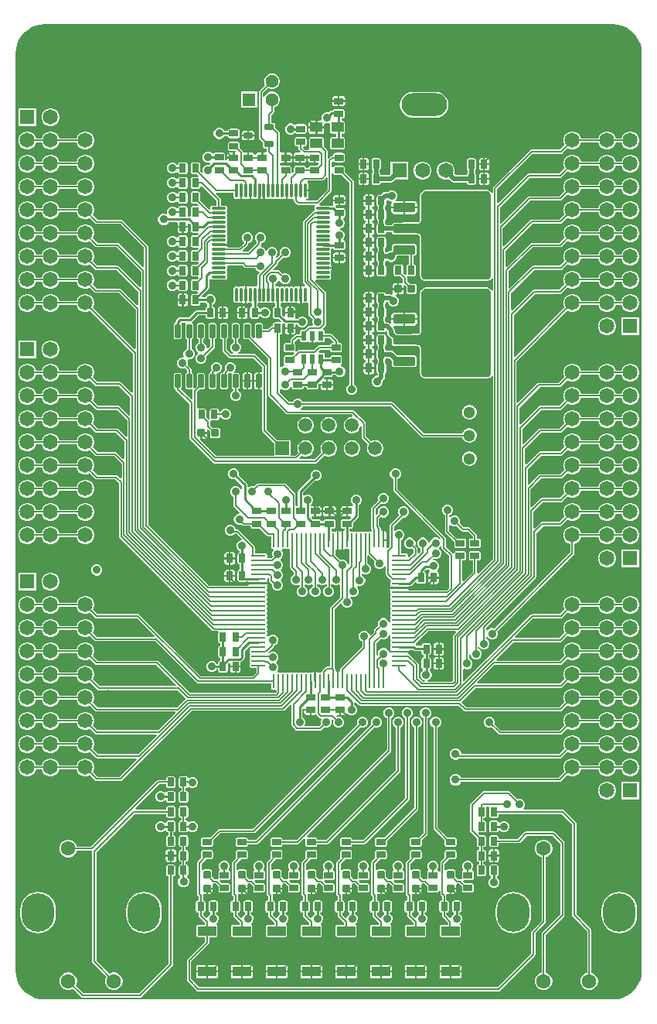
<source format=gtl>
G04*
G04 #@! TF.GenerationSoftware,Altium Limited,Altium Designer,25.8.1 (18)*
G04*
G04 Layer_Physical_Order=1*
G04 Layer_Color=255*
%FSLAX44Y44*%
%MOMM*%
G71*
G04*
G04 #@! TF.SameCoordinates,09908D1C-3CBA-4CA1-80F0-1CDDA561F1C0*
G04*
G04*
G04 #@! TF.FilePolarity,Positive*
G04*
G01*
G75*
%ADD13C,0.2540*%
G04:AMPARAMS|DCode=15|XSize=0.72mm|YSize=0.99mm|CornerRadius=0.09mm|HoleSize=0mm|Usage=FLASHONLY|Rotation=270.000|XOffset=0mm|YOffset=0mm|HoleType=Round|Shape=RoundedRectangle|*
%AMROUNDEDRECTD15*
21,1,0.7200,0.8100,0,0,270.0*
21,1,0.5400,0.9900,0,0,270.0*
1,1,0.1800,-0.4050,-0.2700*
1,1,0.1800,-0.4050,0.2700*
1,1,0.1800,0.4050,0.2700*
1,1,0.1800,0.4050,-0.2700*
%
%ADD15ROUNDEDRECTD15*%
G04:AMPARAMS|DCode=16|XSize=1.6mm|YSize=0.249mm|CornerRadius=0.0311mm|HoleSize=0mm|Usage=FLASHONLY|Rotation=0.000|XOffset=0mm|YOffset=0mm|HoleType=Round|Shape=RoundedRectangle|*
%AMROUNDEDRECTD16*
21,1,1.6000,0.1868,0,0,0.0*
21,1,1.5378,0.2490,0,0,0.0*
1,1,0.0623,0.7689,-0.0934*
1,1,0.0623,-0.7689,-0.0934*
1,1,0.0623,-0.7689,0.0934*
1,1,0.0623,0.7689,0.0934*
%
%ADD16ROUNDEDRECTD16*%
G04:AMPARAMS|DCode=17|XSize=1.6mm|YSize=0.249mm|CornerRadius=0.0311mm|HoleSize=0mm|Usage=FLASHONLY|Rotation=270.000|XOffset=0mm|YOffset=0mm|HoleType=Round|Shape=RoundedRectangle|*
%AMROUNDEDRECTD17*
21,1,1.6000,0.1868,0,0,270.0*
21,1,1.5378,0.2490,0,0,270.0*
1,1,0.0623,-0.0934,-0.7689*
1,1,0.0623,-0.0934,0.7689*
1,1,0.0623,0.0934,0.7689*
1,1,0.0623,0.0934,-0.7689*
%
%ADD17ROUNDEDRECTD17*%
G04:AMPARAMS|DCode=18|XSize=0.72mm|YSize=0.99mm|CornerRadius=0.09mm|HoleSize=0mm|Usage=FLASHONLY|Rotation=180.000|XOffset=0mm|YOffset=0mm|HoleType=Round|Shape=RoundedRectangle|*
%AMROUNDEDRECTD18*
21,1,0.7200,0.8100,0,0,180.0*
21,1,0.5400,0.9900,0,0,180.0*
1,1,0.1800,-0.2700,0.4050*
1,1,0.1800,0.2700,0.4050*
1,1,0.1800,0.2700,-0.4050*
1,1,0.1800,-0.2700,-0.4050*
%
%ADD18ROUNDEDRECTD18*%
G04:AMPARAMS|DCode=19|XSize=1.05mm|YSize=0.55mm|CornerRadius=0.0688mm|HoleSize=0mm|Usage=FLASHONLY|Rotation=270.000|XOffset=0mm|YOffset=0mm|HoleType=Round|Shape=RoundedRectangle|*
%AMROUNDEDRECTD19*
21,1,1.0500,0.4125,0,0,270.0*
21,1,0.9125,0.5500,0,0,270.0*
1,1,0.1375,-0.2063,-0.4563*
1,1,0.1375,-0.2063,0.4563*
1,1,0.1375,0.2063,0.4563*
1,1,0.1375,0.2063,-0.4563*
%
%ADD19ROUNDEDRECTD19*%
G04:AMPARAMS|DCode=20|XSize=3.3mm|YSize=2.4mm|CornerRadius=0.3mm|HoleSize=0mm|Usage=FLASHONLY|Rotation=90.000|XOffset=0mm|YOffset=0mm|HoleType=Round|Shape=RoundedRectangle|*
%AMROUNDEDRECTD20*
21,1,3.3000,1.8000,0,0,90.0*
21,1,2.7000,2.4000,0,0,90.0*
1,1,0.6000,0.9000,1.3500*
1,1,0.6000,0.9000,-1.3500*
1,1,0.6000,-0.9000,-1.3500*
1,1,0.6000,-0.9000,1.3500*
%
%ADD20ROUNDEDRECTD20*%
G04:AMPARAMS|DCode=21|XSize=2.4mm|YSize=1mm|CornerRadius=0.125mm|HoleSize=0mm|Usage=FLASHONLY|Rotation=0.000|XOffset=0mm|YOffset=0mm|HoleType=Round|Shape=RoundedRectangle|*
%AMROUNDEDRECTD21*
21,1,2.4000,0.7500,0,0,0.0*
21,1,2.1500,1.0000,0,0,0.0*
1,1,0.2500,1.0750,-0.3750*
1,1,0.2500,-1.0750,-0.3750*
1,1,0.2500,-1.0750,0.3750*
1,1,0.2500,1.0750,0.3750*
%
%ADD21ROUNDEDRECTD21*%
G04:AMPARAMS|DCode=22|XSize=0.6mm|YSize=1.45mm|CornerRadius=0.075mm|HoleSize=0mm|Usage=FLASHONLY|Rotation=180.000|XOffset=0mm|YOffset=0mm|HoleType=Round|Shape=RoundedRectangle|*
%AMROUNDEDRECTD22*
21,1,0.6000,1.3000,0,0,180.0*
21,1,0.4500,1.4500,0,0,180.0*
1,1,0.1500,-0.2250,0.6500*
1,1,0.1500,0.2250,0.6500*
1,1,0.1500,0.2250,-0.6500*
1,1,0.1500,-0.2250,-0.6500*
%
%ADD22ROUNDEDRECTD22*%
G04:AMPARAMS|DCode=23|XSize=0.8mm|YSize=0.8mm|CornerRadius=0.05mm|HoleSize=0mm|Usage=FLASHONLY|Rotation=270.000|XOffset=0mm|YOffset=0mm|HoleType=Round|Shape=RoundedRectangle|*
%AMROUNDEDRECTD23*
21,1,0.8000,0.7000,0,0,270.0*
21,1,0.7000,0.8000,0,0,270.0*
1,1,0.1000,-0.3500,-0.3500*
1,1,0.1000,-0.3500,0.3500*
1,1,0.1000,0.3500,0.3500*
1,1,0.1000,0.3500,-0.3500*
%
%ADD23ROUNDEDRECTD23*%
G04:AMPARAMS|DCode=24|XSize=0.3mm|YSize=1.5mm|CornerRadius=0.0375mm|HoleSize=0mm|Usage=FLASHONLY|Rotation=270.000|XOffset=0mm|YOffset=0mm|HoleType=Round|Shape=RoundedRectangle|*
%AMROUNDEDRECTD24*
21,1,0.3000,1.4250,0,0,270.0*
21,1,0.2250,1.5000,0,0,270.0*
1,1,0.0750,-0.7125,-0.1125*
1,1,0.0750,-0.7125,0.1125*
1,1,0.0750,0.7125,0.1125*
1,1,0.0750,0.7125,-0.1125*
%
%ADD24ROUNDEDRECTD24*%
G04:AMPARAMS|DCode=25|XSize=0.3mm|YSize=1.5mm|CornerRadius=0.0375mm|HoleSize=0mm|Usage=FLASHONLY|Rotation=0.000|XOffset=0mm|YOffset=0mm|HoleType=Round|Shape=RoundedRectangle|*
%AMROUNDEDRECTD25*
21,1,0.3000,1.4250,0,0,0.0*
21,1,0.2250,1.5000,0,0,0.0*
1,1,0.0750,0.1125,-0.7125*
1,1,0.0750,-0.1125,-0.7125*
1,1,0.0750,-0.1125,0.7125*
1,1,0.0750,0.1125,0.7125*
%
%ADD25ROUNDEDRECTD25*%
G04:AMPARAMS|DCode=26|XSize=0.8mm|YSize=0.8mm|CornerRadius=0.05mm|HoleSize=0mm|Usage=FLASHONLY|Rotation=180.000|XOffset=0mm|YOffset=0mm|HoleType=Round|Shape=RoundedRectangle|*
%AMROUNDEDRECTD26*
21,1,0.8000,0.7000,0,0,180.0*
21,1,0.7000,0.8000,0,0,180.0*
1,1,0.1000,-0.3500,0.3500*
1,1,0.1000,0.3500,0.3500*
1,1,0.1000,0.3500,-0.3500*
1,1,0.1000,-0.3500,-0.3500*
%
%ADD26ROUNDEDRECTD26*%
G04:AMPARAMS|DCode=27|XSize=2mm|YSize=1.05mm|CornerRadius=0.05mm|HoleSize=0mm|Usage=FLASHONLY|Rotation=180.000|XOffset=0mm|YOffset=0mm|HoleType=Round|Shape=RoundedRectangle|*
%AMROUNDEDRECTD27*
21,1,2.0000,0.9500,0,0,180.0*
21,1,1.9000,1.0500,0,0,180.0*
1,1,0.1000,-0.9500,0.4750*
1,1,0.1000,0.9500,0.4750*
1,1,0.1000,0.9500,-0.4750*
1,1,0.1000,-0.9500,-0.4750*
%
%ADD27ROUNDEDRECTD27*%
G04:AMPARAMS|DCode=28|XSize=1.05mm|YSize=1.3mm|CornerRadius=0.05mm|HoleSize=0mm|Usage=FLASHONLY|Rotation=270.000|XOffset=0mm|YOffset=0mm|HoleType=Round|Shape=RoundedRectangle|*
%AMROUNDEDRECTD28*
21,1,1.0500,1.2000,0,0,270.0*
21,1,0.9500,1.3000,0,0,270.0*
1,1,0.1000,-0.6000,-0.4750*
1,1,0.1000,-0.6000,0.4750*
1,1,0.1000,0.6000,0.4750*
1,1,0.1000,0.6000,-0.4750*
%
%ADD28ROUNDEDRECTD28*%
G04:AMPARAMS|DCode=29|XSize=1mm|YSize=0.6mm|CornerRadius=0.075mm|HoleSize=0mm|Usage=FLASHONLY|Rotation=180.000|XOffset=0mm|YOffset=0mm|HoleType=Round|Shape=RoundedRectangle|*
%AMROUNDEDRECTD29*
21,1,1.0000,0.4500,0,0,180.0*
21,1,0.8500,0.6000,0,0,180.0*
1,1,0.1500,-0.4250,0.2250*
1,1,0.1500,0.4250,0.2250*
1,1,0.1500,0.4250,-0.2250*
1,1,0.1500,-0.4250,-0.2250*
%
%ADD29ROUNDEDRECTD29*%
%ADD60C,0.1530*%
%ADD61C,0.2500*%
%ADD62C,0.5000*%
%ADD63C,0.2500*%
%ADD64O,2.2500X4.5000*%
%ADD65O,5.0000X2.5000*%
%ADD66C,1.3000*%
%ADD67C,1.5000*%
%ADD68R,1.5000X1.5000*%
%ADD69C,1.6500*%
%ADD70R,1.6500X1.6500*%
%ADD71C,1.6000*%
%ADD72O,3.6000X4.2000*%
%ADD73C,3.3160*%
%ADD74C,1.4280*%
%ADD75R,1.4280X1.4280*%
%ADD76C,0.9000*%
G36*
X316128Y533079D02*
X320983Y531914D01*
X325597Y530003D01*
X329854Y527394D01*
X333651Y524151D01*
X336894Y520354D01*
X339503Y516096D01*
X341414Y511483D01*
X342579Y506628D01*
X342945Y501987D01*
X342878Y501650D01*
Y-501650D01*
X342945Y-501987D01*
X342579Y-506628D01*
X341414Y-511483D01*
X339503Y-516096D01*
X336894Y-520354D01*
X333651Y-524151D01*
X329854Y-527394D01*
X325597Y-530003D01*
X320983Y-531914D01*
X316128Y-533079D01*
X311487Y-533445D01*
X311150Y-533378D01*
X-311150D01*
X-311487Y-533445D01*
X-316128Y-533079D01*
X-320983Y-531914D01*
X-325597Y-530003D01*
X-329854Y-527394D01*
X-333651Y-524151D01*
X-336894Y-520354D01*
X-339503Y-516096D01*
X-341414Y-511483D01*
X-342579Y-506628D01*
X-342945Y-501987D01*
X-342878Y-501650D01*
Y501650D01*
X-342945Y501987D01*
X-342579Y506628D01*
X-341414Y511483D01*
X-339503Y516096D01*
X-336894Y520354D01*
X-333651Y524151D01*
X-329854Y527394D01*
X-325597Y530003D01*
X-320983Y531914D01*
X-316128Y533079D01*
X-311487Y533445D01*
X-311150Y533378D01*
X311150D01*
X311487Y533445D01*
X316128Y533079D01*
D02*
G37*
%LPC*%
G36*
X-61090Y479830D02*
X-63370D01*
X-65573Y479240D01*
X-67547Y478100D01*
X-69160Y476487D01*
X-70300Y474513D01*
X-70890Y472310D01*
Y470030D01*
X-70300Y467827D01*
X-69776Y466919D01*
X-75897Y460797D01*
X-76402Y460042D01*
X-76580Y459150D01*
Y409250D01*
X-76402Y408358D01*
X-75897Y407603D01*
X-71814Y403520D01*
Y400000D01*
X-71638Y399114D01*
X-71136Y398363D01*
X-70386Y397862D01*
X-69500Y397686D01*
X-67580D01*
Y394638D01*
X-68582Y393447D01*
X-69046Y393307D01*
X-71750D01*
Y387650D01*
X-73750D01*
Y393307D01*
X-76800D01*
X-77931Y393082D01*
X-78891Y392441D01*
X-79532Y391482D01*
X-79757Y390350D01*
X-81243Y390350D01*
X-81468Y391482D01*
X-82109Y392441D01*
X-83069Y393082D01*
X-84200Y393307D01*
X-87250D01*
Y387650D01*
X-89250D01*
Y393307D01*
X-92300D01*
X-93615Y393543D01*
X-93962Y394412D01*
X-93973Y394467D01*
X-94478Y395222D01*
X-97483Y398227D01*
Y402800D01*
X-97670Y403744D01*
X-98205Y404545D01*
X-99006Y405080D01*
X-99950Y405267D01*
X-108050D01*
X-108994Y405080D01*
X-109795Y404545D01*
X-110330Y403744D01*
X-110517Y402800D01*
Y397400D01*
X-110330Y396456D01*
X-109795Y395655D01*
X-108994Y395120D01*
X-108050Y394933D01*
X-102283D01*
X-102215Y394831D01*
X-103000Y393362D01*
Y387650D01*
X-104000D01*
Y386650D01*
X-111007D01*
Y386177D01*
X-112460Y384856D01*
X-113310Y384958D01*
X-113483Y385200D01*
Y390600D01*
X-113670Y391544D01*
X-114205Y392345D01*
X-115006Y392880D01*
X-115950Y393067D01*
X-124050D01*
X-124994Y392880D01*
X-125795Y392345D01*
X-127643Y392157D01*
X-128590Y393103D01*
X-130802Y394020D01*
X-133197D01*
X-135410Y393103D01*
X-137104Y391410D01*
X-138020Y389198D01*
Y386803D01*
X-137104Y384590D01*
X-135410Y382896D01*
X-133197Y381980D01*
X-130802D01*
X-130347Y382169D01*
X-129499Y380899D01*
X-130628Y379948D01*
X-130802Y380020D01*
X-133197D01*
X-135410Y379104D01*
X-137104Y377410D01*
X-138020Y375197D01*
Y372803D01*
X-137467Y371467D01*
X-138759Y370604D01*
X-140852Y372697D01*
X-140852Y372697D01*
X-140932Y372777D01*
Y380050D01*
X-141120Y380994D01*
X-141655Y381795D01*
X-142456Y382330D01*
X-143400Y382517D01*
X-148800D01*
X-149744Y382330D01*
X-150545Y381795D01*
X-151079Y380994D01*
X-151267Y380050D01*
Y371950D01*
X-151079Y371006D01*
X-150545Y370205D01*
X-149744Y369670D01*
X-148800Y369482D01*
X-144227D01*
X-144147Y369403D01*
X-144147Y369403D01*
X-142671Y367926D01*
X-143381Y366555D01*
X-143417Y366517D01*
X-148800D01*
X-149744Y366330D01*
X-150545Y365795D01*
X-151080Y364994D01*
X-151267Y364050D01*
Y355950D01*
X-151080Y355006D01*
X-150545Y354205D01*
X-149744Y353670D01*
X-148800Y353483D01*
X-143400D01*
X-142456Y353670D01*
X-141655Y354205D01*
X-141120Y355006D01*
X-140933Y355950D01*
Y356222D01*
X-139409Y356854D01*
X-122830Y340275D01*
Y335197D01*
X-127625D01*
X-128364Y335050D01*
X-128991Y334631D01*
X-129410Y334004D01*
X-129557Y333265D01*
Y331557D01*
X-131007Y330869D01*
X-131022Y330867D01*
X-140933Y340777D01*
Y348050D01*
X-141120Y348994D01*
X-141655Y349795D01*
X-142456Y350330D01*
X-143400Y350517D01*
X-148800D01*
X-149744Y350330D01*
X-150545Y349795D01*
X-151080Y348994D01*
X-151267Y348050D01*
Y339950D01*
X-151080Y339006D01*
X-150545Y338205D01*
X-149744Y337670D01*
X-148800Y337483D01*
X-144227D01*
X-142671Y335926D01*
X-143380Y334556D01*
X-143417Y334518D01*
X-148800D01*
X-149744Y334330D01*
X-150545Y333795D01*
X-151080Y332994D01*
X-151267Y332050D01*
Y323950D01*
X-152588Y322777D01*
X-152823Y322824D01*
X-152823Y322824D01*
X-153403D01*
X-154733Y323950D01*
Y332050D01*
X-154921Y332994D01*
X-155455Y333795D01*
X-156256Y334330D01*
X-157200Y334517D01*
X-162600D01*
X-163544Y334330D01*
X-164345Y333795D01*
X-164880Y332994D01*
X-164954Y332622D01*
X-166310Y332082D01*
X-166575Y332089D01*
X-167590Y333103D01*
X-169803Y334020D01*
X-172197D01*
X-174410Y333103D01*
X-176104Y331410D01*
X-177020Y329197D01*
Y326802D01*
X-176824Y326329D01*
X-178044Y325291D01*
X-179802Y326020D01*
X-182197D01*
X-184410Y325103D01*
X-186103Y323410D01*
X-187020Y321198D01*
Y318803D01*
X-186103Y316590D01*
X-184410Y314897D01*
X-182197Y313980D01*
X-179802D01*
X-177590Y314897D01*
X-175896Y316590D01*
X-175654Y317176D01*
X-166481D01*
X-165557Y316050D01*
Y313000D01*
X-159900D01*
X-154243D01*
Y315271D01*
X-152719Y315902D01*
X-151267Y314450D01*
Y307950D01*
X-151080Y307006D01*
X-150545Y306205D01*
X-149744Y305670D01*
X-148800Y305483D01*
X-143417D01*
X-143380Y305445D01*
X-142671Y304074D01*
X-144227Y302518D01*
X-148800D01*
X-149744Y302330D01*
X-150545Y301795D01*
X-151080Y300994D01*
X-151267Y300050D01*
Y291950D01*
X-151080Y291006D01*
X-150545Y290205D01*
X-149744Y289670D01*
X-148800Y289483D01*
X-143417D01*
X-143380Y289445D01*
X-142671Y288074D01*
X-144227Y286518D01*
X-148800D01*
X-149744Y286330D01*
X-150545Y285795D01*
X-151080Y284994D01*
X-151267Y284050D01*
Y275950D01*
X-151080Y275006D01*
X-150545Y274205D01*
X-149744Y273670D01*
X-148800Y273483D01*
X-143417D01*
X-143380Y273445D01*
X-142671Y272074D01*
X-144227Y270518D01*
X-148800D01*
X-149744Y270330D01*
X-150545Y269795D01*
X-151080Y268994D01*
X-151267Y268050D01*
Y259950D01*
X-151080Y259006D01*
X-150545Y258205D01*
X-149744Y257670D01*
X-148800Y257483D01*
X-143417D01*
X-143380Y257445D01*
X-142671Y256074D01*
X-144227Y254517D01*
X-148800D01*
X-149744Y254330D01*
X-150545Y253795D01*
X-151080Y252994D01*
X-151267Y252050D01*
Y243950D01*
X-151080Y243006D01*
X-150545Y242205D01*
X-149744Y241670D01*
X-148800Y241483D01*
X-144117D01*
X-143486Y239958D01*
X-144927Y238517D01*
X-148800D01*
X-149744Y238330D01*
X-150545Y237795D01*
X-151080Y236994D01*
X-151267Y236050D01*
Y227950D01*
X-151080Y227006D01*
X-150545Y226205D01*
X-149744Y225670D01*
X-148800Y225483D01*
X-143400D01*
X-142456Y225670D01*
X-141655Y226205D01*
X-141120Y227006D01*
X-140933Y227950D01*
Y229176D01*
X-135346D01*
X-135104Y228590D01*
X-133410Y226896D01*
X-132824Y226654D01*
Y224473D01*
X-133544Y224330D01*
X-134345Y223795D01*
X-134880Y222994D01*
X-135068Y222050D01*
Y220824D01*
X-144000D01*
X-145081Y220609D01*
X-145997Y219997D01*
X-153170Y212824D01*
X-163000D01*
X-163000Y212824D01*
X-164081Y212609D01*
X-164997Y211997D01*
X-164997Y211997D01*
X-167447Y209547D01*
X-168059Y208631D01*
X-168274Y207550D01*
X-168586Y206388D01*
X-169337Y205887D01*
X-169838Y205136D01*
X-170014Y204250D01*
Y191250D01*
X-169838Y190364D01*
X-169337Y189613D01*
X-168586Y189112D01*
X-167700Y188936D01*
X-163200D01*
X-162314Y189112D01*
X-161563Y189613D01*
X-161062Y190364D01*
X-160886Y191250D01*
Y204250D01*
X-161062Y205136D01*
X-161406Y205652D01*
X-161140Y206557D01*
X-160750Y207176D01*
X-157450D01*
X-157059Y206556D01*
X-156793Y205652D01*
X-157138Y205136D01*
X-157315Y204250D01*
Y191250D01*
X-157138Y190364D01*
X-156637Y189613D01*
X-155886Y189112D01*
X-155205Y188976D01*
Y178603D01*
X-156410Y178104D01*
X-158104Y176410D01*
X-159020Y174198D01*
Y171803D01*
X-158451Y170428D01*
X-158471Y170348D01*
X-159517Y169020D01*
X-161197D01*
X-163410Y168104D01*
X-165103Y166410D01*
X-166020Y164198D01*
Y161803D01*
X-165103Y159590D01*
X-163410Y157896D01*
X-161197Y156980D01*
X-158803D01*
X-157722Y157428D01*
X-155080Y154785D01*
Y152049D01*
X-155886Y151888D01*
X-156636Y151387D01*
X-157138Y150636D01*
X-157314Y149750D01*
Y136750D01*
X-157138Y135864D01*
X-156636Y135113D01*
X-155886Y134612D01*
X-155000Y134436D01*
X-150500D01*
X-149813Y134572D01*
X-149307Y134127D01*
X-148805Y133337D01*
X-148902Y133192D01*
X-149080Y132300D01*
Y123366D01*
X-150488Y122783D01*
X-161217Y133512D01*
X-161563Y135113D01*
X-161062Y135864D01*
X-160886Y136750D01*
Y149750D01*
X-161062Y150636D01*
X-161563Y151387D01*
X-162314Y151888D01*
X-163200Y152065D01*
X-167700D01*
X-168586Y151888D01*
X-169337Y151387D01*
X-169838Y150636D01*
X-170014Y149750D01*
Y136750D01*
X-169838Y135864D01*
X-169337Y135113D01*
X-168586Y134612D01*
X-167780Y134451D01*
Y134450D01*
X-167602Y133558D01*
X-167097Y132803D01*
X-152667Y118372D01*
Y80452D01*
X-152490Y79561D01*
X-151985Y78805D01*
X-126772Y53593D01*
X-126017Y53088D01*
X-125125Y52910D01*
X-14310D01*
X-13418Y53088D01*
X-12663Y53593D01*
X-4514Y61741D01*
X-3482Y61145D01*
X-1187Y60530D01*
X1187D01*
X3482Y61145D01*
X5538Y62332D01*
X7218Y64012D01*
X8405Y66068D01*
X9020Y68362D01*
Y70738D01*
X8405Y73032D01*
X7218Y75088D01*
X5538Y76768D01*
X3482Y77955D01*
X1187Y78570D01*
X-1187D01*
X-3482Y77955D01*
X-5538Y76768D01*
X-7218Y75088D01*
X-8405Y73032D01*
X-9020Y70738D01*
Y68362D01*
X-8405Y66068D01*
X-7809Y65036D01*
X-15275Y57570D01*
X-31930D01*
X-32561Y59094D01*
X-29914Y61741D01*
X-28882Y61145D01*
X-26588Y60530D01*
X-24213D01*
X-21918Y61145D01*
X-19862Y62332D01*
X-18182Y64012D01*
X-16995Y66068D01*
X-16380Y68362D01*
Y70738D01*
X-16995Y73032D01*
X-18182Y75088D01*
X-19862Y76768D01*
X-21918Y77955D01*
X-24213Y78570D01*
X-26588D01*
X-28882Y77955D01*
X-30938Y76768D01*
X-32618Y75088D01*
X-33805Y73032D01*
X-34420Y70738D01*
Y68362D01*
X-33805Y66068D01*
X-33209Y65036D01*
X-36635Y61610D01*
X-41780D01*
Y78570D01*
X-56525D01*
X-68170Y90215D01*
Y159702D01*
X-68348Y160594D01*
X-68853Y161350D01*
X-79880Y172377D01*
X-80636Y172882D01*
X-81528Y173060D01*
X-99042D01*
X-99345Y174584D01*
X-98590Y174897D01*
X-96896Y176590D01*
X-95980Y178803D01*
Y181197D01*
X-96896Y183410D01*
X-98590Y185103D01*
X-99645Y185541D01*
Y188946D01*
X-98814Y189112D01*
X-98063Y189613D01*
X-97562Y190364D01*
X-97386Y191250D01*
Y204250D01*
X-97562Y205136D01*
X-98063Y205886D01*
X-98814Y206388D01*
X-99700Y206564D01*
X-104200D01*
X-105086Y206388D01*
X-105837Y205886D01*
X-106338Y205136D01*
X-106515Y204250D01*
Y191250D01*
X-106338Y190364D01*
X-105837Y189613D01*
X-105086Y189112D01*
X-104305Y188956D01*
Y185561D01*
X-105410Y185103D01*
X-107104Y183410D01*
X-108020Y181197D01*
Y178803D01*
X-107104Y176590D01*
X-105410Y174897D01*
X-104655Y174584D01*
X-104958Y173060D01*
X-106980D01*
X-111670Y177750D01*
Y189081D01*
X-111514Y189112D01*
X-110764Y189613D01*
X-110262Y190364D01*
X-110086Y191250D01*
Y204250D01*
X-110262Y205136D01*
X-110764Y205887D01*
X-111514Y206388D01*
X-112400Y206565D01*
X-116900D01*
X-117786Y206388D01*
X-118537Y205887D01*
X-119038Y205136D01*
X-119214Y204250D01*
Y191250D01*
X-119038Y190364D01*
X-118537Y189613D01*
X-117786Y189112D01*
X-116900Y188936D01*
X-116330D01*
Y176785D01*
X-116152Y175893D01*
X-115647Y175138D01*
X-109592Y169083D01*
X-108836Y168578D01*
X-107945Y168400D01*
X-82493D01*
X-72830Y158737D01*
Y153768D01*
X-74300Y152554D01*
X-75550D01*
Y143250D01*
Y133946D01*
X-74300D01*
X-72830Y132732D01*
Y89250D01*
X-72652Y88358D01*
X-72147Y87603D01*
X-59820Y75275D01*
Y61610D01*
X-123815D01*
X-141109Y78904D01*
X-140579Y80183D01*
Y86361D01*
X-139579D01*
Y87361D01*
X-133530D01*
Y89861D01*
X-133531Y89862D01*
X-132126Y90613D01*
X-130139Y88626D01*
Y82861D01*
X-129982Y82073D01*
X-129536Y81404D01*
X-128867Y80958D01*
X-128079Y80801D01*
X-121079D01*
X-120291Y80958D01*
X-119623Y81404D01*
X-119176Y82073D01*
X-119020Y82861D01*
Y89861D01*
X-119176Y90649D01*
X-119623Y91317D01*
X-120291Y91764D01*
X-121079Y91920D01*
X-126844D01*
X-129670Y94747D01*
Y98350D01*
X-129838Y99195D01*
X-129660Y99445D01*
X-129047Y100109D01*
X-128745Y100335D01*
X-127880Y100163D01*
X-122480D01*
X-121536Y100350D01*
X-120735Y100885D01*
X-120200Y101686D01*
X-120013Y102630D01*
Y104350D01*
X-118418D01*
X-118104Y103590D01*
X-116410Y101896D01*
X-114198Y100980D01*
X-111803D01*
X-109590Y101896D01*
X-107896Y103590D01*
X-106980Y105802D01*
Y108197D01*
X-107896Y110410D01*
X-109590Y112104D01*
X-111803Y113020D01*
X-114198D01*
X-116410Y112104D01*
X-118104Y110410D01*
X-118489Y109480D01*
X-120013Y109784D01*
Y110730D01*
X-120200Y111674D01*
X-120735Y112475D01*
X-121536Y113010D01*
X-122480Y113197D01*
X-127880D01*
X-128824Y113010D01*
X-129625Y112475D01*
X-130160Y111674D01*
X-130347Y110730D01*
Y102630D01*
X-130228Y102028D01*
X-131428Y101153D01*
X-131484Y101129D01*
X-133813Y103457D01*
Y110730D01*
X-134000Y111674D01*
X-134535Y112475D01*
X-135336Y113010D01*
X-136280Y113197D01*
X-141680D01*
X-142624Y113010D01*
X-142896Y112828D01*
X-144420Y113519D01*
Y131335D01*
X-141320Y134436D01*
X-137800D01*
X-136914Y134612D01*
X-136163Y135113D01*
X-135662Y135864D01*
X-135485Y136750D01*
Y149750D01*
X-135662Y150636D01*
X-136163Y151387D01*
X-136914Y151888D01*
X-137800Y152065D01*
X-142300D01*
X-143186Y151888D01*
X-143937Y151387D01*
X-144438Y150636D01*
X-144614Y149750D01*
Y137730D01*
X-147037Y135308D01*
X-147090Y135331D01*
X-148294Y136207D01*
X-148186Y136750D01*
Y149750D01*
X-148362Y150636D01*
X-148863Y151387D01*
X-149614Y151888D01*
X-150420Y152049D01*
Y155750D01*
X-150597Y156642D01*
X-151103Y157397D01*
X-154427Y160722D01*
X-153980Y161803D01*
Y164198D01*
X-154549Y165572D01*
X-154529Y165652D01*
X-153483Y166980D01*
X-151803D01*
X-149590Y167896D01*
X-147896Y169590D01*
X-146980Y171803D01*
Y174198D01*
X-147896Y176410D01*
X-149590Y178104D01*
X-150545Y178499D01*
Y188936D01*
X-150500D01*
X-149614Y189112D01*
X-148863Y189613D01*
X-148362Y190364D01*
X-148186Y191250D01*
Y204250D01*
X-148362Y205136D01*
X-148863Y205886D01*
X-149614Y206388D01*
X-149662Y206398D01*
X-150003Y208003D01*
X-142830Y215176D01*
X-135068D01*
Y213950D01*
X-134880Y213006D01*
X-134345Y212205D01*
X-133544Y211670D01*
X-132600Y211483D01*
X-127200D01*
X-126256Y211670D01*
X-125455Y212205D01*
X-124921Y213006D01*
X-124733Y213950D01*
Y222050D01*
X-124921Y222994D01*
X-125455Y223795D01*
X-126256Y224330D01*
X-127176Y224513D01*
Y226654D01*
X-126590Y226896D01*
X-124896Y228590D01*
X-123980Y230802D01*
Y233197D01*
X-124896Y235410D01*
X-126590Y237104D01*
X-128802Y238020D01*
X-131198D01*
X-133410Y237104D01*
X-135104Y235410D01*
X-135346Y234824D01*
X-138640D01*
X-139224Y236232D01*
X-131816Y243640D01*
X-131815Y243640D01*
X-131203Y244557D01*
X-130988Y245637D01*
Y255398D01*
X-129464Y255548D01*
X-129410Y255276D01*
X-128991Y254649D01*
X-128364Y254230D01*
X-127625Y254083D01*
X-113375D01*
X-112636Y254230D01*
X-112009Y254649D01*
X-111590Y255276D01*
X-111443Y256015D01*
Y258265D01*
X-111590Y259004D01*
X-112009Y259631D01*
Y259649D01*
X-111590Y260276D01*
X-111443Y261015D01*
Y263265D01*
X-111590Y264004D01*
X-112009Y264631D01*
Y264649D01*
X-111590Y265276D01*
X-111443Y266015D01*
Y268265D01*
X-111447Y268286D01*
X-110522Y269679D01*
X-110315Y269810D01*
X-94615D01*
X-92157Y267353D01*
X-91402Y266848D01*
X-90510Y266670D01*
X-80551D01*
X-80104Y265590D01*
X-78410Y263897D01*
X-76547Y263125D01*
X-75945Y261572D01*
X-77647Y259870D01*
X-78152Y259114D01*
X-78330Y258222D01*
Y247825D01*
X-78461Y247618D01*
X-79854Y246693D01*
X-79875Y246697D01*
X-82125D01*
X-82864Y246550D01*
X-83509Y246131D01*
X-84136Y246550D01*
X-84875Y246697D01*
X-87125D01*
X-87864Y246550D01*
X-88104Y246390D01*
X-88163Y246477D01*
X-88948Y247002D01*
X-89875Y247187D01*
X-90000D01*
Y237640D01*
Y228093D01*
X-89875D01*
X-88948Y228278D01*
X-88163Y228803D01*
X-88104Y228890D01*
X-87864Y228730D01*
X-87125Y228583D01*
X-84875D01*
X-83895Y227224D01*
Y224499D01*
X-84744Y224330D01*
X-85545Y223795D01*
X-86080Y222994D01*
X-86267Y222050D01*
Y213950D01*
X-86080Y213006D01*
X-85545Y212205D01*
X-84744Y211670D01*
X-83800Y211483D01*
X-78400D01*
X-77456Y211670D01*
X-76655Y212205D01*
X-76120Y213006D01*
X-76047Y213378D01*
X-74690Y213918D01*
X-74425Y213911D01*
X-73410Y212896D01*
X-71198Y211980D01*
X-68803D01*
X-66590Y212896D01*
X-64896Y214590D01*
X-63980Y216803D01*
Y219198D01*
X-64896Y221410D01*
X-66590Y223104D01*
X-68803Y224020D01*
X-71198D01*
X-73410Y223104D01*
X-74425Y222089D01*
X-74690Y222082D01*
X-76047Y222622D01*
X-76120Y222994D01*
X-76655Y223795D01*
X-77456Y224330D01*
X-78205Y224479D01*
Y227264D01*
X-77125Y228583D01*
X-74875D01*
X-74136Y228730D01*
X-73509Y229149D01*
X-73491D01*
X-72864Y228730D01*
X-72125Y228583D01*
X-69875D01*
X-69136Y228730D01*
X-68491Y229149D01*
X-67864Y228730D01*
X-67125Y228583D01*
X-64875D01*
X-64136Y228730D01*
X-63509Y229149D01*
X-63491D01*
X-62864Y228730D01*
X-62125Y228583D01*
X-59875D01*
X-58824Y227245D01*
Y224473D01*
X-59544Y224330D01*
X-60345Y223795D01*
X-60880Y222994D01*
X-61067Y222050D01*
Y213950D01*
X-60880Y213006D01*
X-60345Y212205D01*
X-59544Y211670D01*
X-58600Y211483D01*
X-54727D01*
X-52096Y208852D01*
X-52846Y207447D01*
X-53200Y207517D01*
X-58600D01*
X-59544Y207330D01*
X-60345Y206795D01*
X-60880Y205994D01*
X-61067Y205050D01*
Y203330D01*
X-62000D01*
X-62892Y203152D01*
X-63647Y202647D01*
X-66215Y200080D01*
X-71986D01*
Y204250D01*
X-72162Y205136D01*
X-72663Y205887D01*
X-73414Y206388D01*
X-74300Y206565D01*
X-78800D01*
X-79686Y206388D01*
X-80437Y205887D01*
X-80938Y205136D01*
X-81115Y204250D01*
Y191250D01*
X-81006Y190706D01*
X-82208Y189831D01*
X-82263Y189808D01*
X-84686Y192230D01*
Y204250D01*
X-84862Y205136D01*
X-85364Y205887D01*
X-86114Y206388D01*
X-87000Y206565D01*
X-91500D01*
X-92386Y206388D01*
X-93137Y205887D01*
X-93638Y205136D01*
X-93815Y204250D01*
Y191250D01*
X-93638Y190364D01*
X-93137Y189613D01*
X-92386Y189112D01*
X-91500Y188936D01*
X-87980D01*
X-70959Y171914D01*
X-70959Y171914D01*
X-66330Y167285D01*
Y128250D01*
X-66152Y127358D01*
X-65647Y126603D01*
X-46428Y107384D01*
X-45673Y106879D01*
X-44781Y106701D01*
X24878D01*
X26085Y105494D01*
X25454Y103970D01*
X24213D01*
X21918Y103355D01*
X19862Y102168D01*
X18182Y100488D01*
X16995Y98432D01*
X16380Y96138D01*
Y93763D01*
X16995Y91468D01*
X18182Y89412D01*
X19862Y87732D01*
X21918Y86545D01*
X24213Y85930D01*
X26588D01*
X28882Y86545D01*
X30938Y87732D01*
X32618Y89412D01*
X33805Y91468D01*
X34304Y93331D01*
X35413Y93962D01*
X35944Y94068D01*
X36020Y94017D01*
Y82000D01*
X36198Y81108D01*
X36703Y80353D01*
X42991Y74064D01*
X42395Y73032D01*
X41780Y70738D01*
Y68363D01*
X42395Y66069D01*
X43582Y64012D01*
X45262Y62332D01*
X47318Y61145D01*
X49612Y60530D01*
X51987D01*
X54282Y61145D01*
X56338Y62332D01*
X58018Y64012D01*
X59205Y66069D01*
X59820Y68363D01*
Y70738D01*
X59205Y73032D01*
X58018Y75088D01*
X56338Y76768D01*
X54282Y77955D01*
X51987Y78570D01*
X49612D01*
X47318Y77955D01*
X46286Y77359D01*
X40680Y82965D01*
Y96524D01*
X40502Y97416D01*
X39997Y98171D01*
X27490Y110678D01*
X26735Y111183D01*
X25843Y111361D01*
X-30315D01*
X-30618Y112885D01*
X-30590Y112896D01*
X-28897Y114590D01*
X-28449Y115670D01*
X68035D01*
X101603Y82103D01*
X102358Y81598D01*
X103250Y81420D01*
X146321D01*
X146526Y80654D01*
X147582Y78826D01*
X149076Y77332D01*
X150904Y76276D01*
X152944Y75730D01*
X155056D01*
X157096Y76276D01*
X158924Y77332D01*
X160418Y78826D01*
X161474Y80654D01*
X162020Y82694D01*
Y84806D01*
X161474Y86846D01*
X160418Y88674D01*
X158924Y90168D01*
X157096Y91223D01*
X155056Y91770D01*
X152944D01*
X150904Y91223D01*
X149076Y90168D01*
X147582Y88674D01*
X146526Y86846D01*
X146321Y86080D01*
X104215D01*
X70647Y119647D01*
X69892Y120152D01*
X69000Y120330D01*
X-28449D01*
X-28897Y121410D01*
X-30590Y123104D01*
X-32803Y124020D01*
X-35198D01*
X-37410Y123104D01*
X-39104Y121410D01*
X-39551Y120330D01*
X-43035D01*
X-53670Y130965D01*
Y134001D01*
X-52146Y134633D01*
X-51410Y133897D01*
X-49198Y132980D01*
X-46803D01*
X-44590Y133897D01*
X-42896Y135590D01*
X-41980Y137802D01*
X-40518Y137654D01*
Y136400D01*
X-40330Y135456D01*
X-39795Y134655D01*
X-38994Y134120D01*
X-38050Y133933D01*
X-29950D01*
X-29006Y134120D01*
X-28205Y134655D01*
X-27670Y135456D01*
X-27507Y136276D01*
X-24493D01*
X-24330Y135456D01*
X-23795Y134655D01*
X-22994Y134120D01*
X-22050Y133933D01*
X-13950D01*
X-13006Y134120D01*
X-12205Y134655D01*
X-11670Y135456D01*
X-11483Y136400D01*
Y139834D01*
X-10316Y140784D01*
X-9007Y140242D01*
Y140100D01*
X-3000D01*
Y144757D01*
X-4492D01*
X-5123Y146281D01*
X-4101Y147303D01*
X-3814Y147732D01*
X2050D01*
X2994Y147920D01*
X3795Y148455D01*
X4330Y149256D01*
X4493Y150076D01*
X7411D01*
X8590Y148897D01*
X10803Y147980D01*
X13197D01*
X15410Y148897D01*
X17104Y150590D01*
X18020Y152802D01*
Y155197D01*
X17104Y157410D01*
X15410Y159103D01*
X13678Y159821D01*
X13458Y161404D01*
X13463Y161434D01*
X13795Y161655D01*
X14330Y162456D01*
X14517Y163400D01*
Y168800D01*
X14330Y169744D01*
X13795Y170545D01*
X12994Y171080D01*
X12050Y171268D01*
X3950D01*
X3006Y171080D01*
X2205Y170545D01*
X1670Y169744D01*
X1507Y168924D01*
X-4187D01*
Y172062D01*
X-4358Y172924D01*
X-4846Y173654D01*
X-5576Y174142D01*
X-6438Y174313D01*
X-10461D01*
X-10663Y174544D01*
X-11187Y175743D01*
X-9260Y177670D01*
X1483D01*
Y177200D01*
X1670Y176256D01*
X2205Y175455D01*
X3006Y174920D01*
X3950Y174733D01*
X12050D01*
X12994Y174920D01*
X13795Y175455D01*
X14330Y176256D01*
X14517Y177200D01*
Y182600D01*
X14330Y183544D01*
X13795Y184345D01*
X12994Y184880D01*
X12050Y185067D01*
X10330D01*
Y187000D01*
X10152Y187892D01*
X9647Y188647D01*
X4147Y194147D01*
X3392Y194652D01*
X2500Y194830D01*
X-4187D01*
Y197062D01*
X-4358Y197924D01*
X-4846Y198654D01*
X-5576Y199142D01*
X-5773Y199181D01*
X-6326Y200724D01*
X-6321Y200789D01*
X-3568Y203542D01*
X-3063Y204298D01*
X-2885Y205190D01*
Y239528D01*
X-3063Y240420D01*
X-3568Y241176D01*
X-15306Y252914D01*
X-15311Y252963D01*
X-14855Y253573D01*
X-14105Y254178D01*
X-13625Y254083D01*
X625D01*
X1364Y254230D01*
X1991Y254649D01*
X2410Y255275D01*
X2557Y256015D01*
Y258265D01*
X2410Y259004D01*
X1991Y259631D01*
Y259649D01*
X2410Y260276D01*
X2557Y261015D01*
Y263265D01*
X2410Y264004D01*
X2250Y264244D01*
X2337Y264303D01*
X2862Y265088D01*
X3047Y266015D01*
Y266140D01*
X-6500D01*
Y268140D01*
X3047D01*
Y268265D01*
X2862Y269192D01*
X2337Y269977D01*
X2250Y270036D01*
X2410Y270276D01*
X2557Y271015D01*
Y273265D01*
X2410Y274004D01*
X1991Y274631D01*
Y274649D01*
X1991Y274649D01*
X2410Y275275D01*
X2557Y276015D01*
Y278265D01*
X2410Y279004D01*
X1997Y279640D01*
X2410Y280276D01*
X2557Y281015D01*
Y283265D01*
X2410Y284004D01*
X1991Y284631D01*
Y284649D01*
X2410Y285276D01*
X2557Y286015D01*
Y287778D01*
X3912Y288673D01*
X5167Y288272D01*
X5170Y288256D01*
X5705Y287455D01*
X6506Y286920D01*
X7450Y286733D01*
X15550D01*
X16494Y286920D01*
X17295Y287455D01*
X17830Y288256D01*
X18017Y289200D01*
Y294600D01*
X17830Y295544D01*
X17295Y296345D01*
X16494Y296880D01*
X16306Y296917D01*
X15783Y298549D01*
X16603Y299370D01*
X17520Y301583D01*
Y303977D01*
X16603Y306190D01*
X14910Y307883D01*
X12847Y308738D01*
X12769Y309500D01*
X12847Y310262D01*
X14910Y311117D01*
X16603Y312810D01*
X17520Y315023D01*
Y317417D01*
X16603Y319630D01*
X15783Y320451D01*
X16306Y322083D01*
X16494Y322120D01*
X17295Y322655D01*
X17830Y323456D01*
X18017Y324400D01*
Y329800D01*
X17830Y330744D01*
X17295Y331545D01*
X16494Y332080D01*
X15550Y332267D01*
X8977D01*
X7525Y333719D01*
X8116Y335243D01*
X10500D01*
Y339900D01*
X4493D01*
Y338200D01*
X4718Y337068D01*
X5106Y336488D01*
X4630Y335210D01*
X4431Y334964D01*
X1493D01*
X1364Y335050D01*
X625Y335197D01*
X-9963D01*
X-10429Y336222D01*
X-10484Y336721D01*
X2647Y349853D01*
X3152Y350608D01*
X3330Y351500D01*
Y370391D01*
X4854Y370541D01*
X4920Y370206D01*
X5455Y369405D01*
X6256Y368870D01*
X7200Y368683D01*
X14473D01*
X22670Y360485D01*
Y139551D01*
X21590Y139103D01*
X19897Y137410D01*
X18980Y135197D01*
Y132803D01*
X19897Y130590D01*
X21590Y128897D01*
X23802Y127980D01*
X26198D01*
X28410Y128897D01*
X30103Y130590D01*
X31020Y132803D01*
Y135197D01*
X30103Y137410D01*
X28410Y139103D01*
X27330Y139551D01*
Y361450D01*
X27152Y362341D01*
X26647Y363097D01*
X17767Y371977D01*
Y376550D01*
X17580Y377494D01*
X17045Y378295D01*
X16244Y378829D01*
X15300Y379017D01*
X7200D01*
X6256Y378829D01*
X5455Y378295D01*
X4920Y377494D01*
X4854Y377159D01*
X3330Y377309D01*
Y382116D01*
X4074Y382737D01*
X5455Y383205D01*
X6256Y382671D01*
X7200Y382483D01*
X15300D01*
X16244Y382671D01*
X17045Y383205D01*
X17580Y384006D01*
X17767Y384950D01*
Y390350D01*
X17580Y391294D01*
X17045Y392095D01*
X16244Y392630D01*
X15300Y392817D01*
X7200D01*
X6256Y392630D01*
X5455Y392095D01*
X4920Y391294D01*
X4733Y390350D01*
Y389417D01*
X3750D01*
X2858Y389240D01*
X2103Y388735D01*
X104Y386736D01*
X-1420Y387367D01*
Y394929D01*
X-1598Y395820D01*
X-2103Y396576D01*
X-4470Y398943D01*
X-5008Y399303D01*
X-5440Y399735D01*
Y408000D01*
X-5597Y408788D01*
X-6044Y409456D01*
X-6712Y409903D01*
X-7500Y410060D01*
X-19500D01*
X-20288Y409903D01*
X-20956Y409456D01*
X-21403Y408788D01*
X-21560Y408000D01*
Y398500D01*
X-21403Y397712D01*
X-21331Y397604D01*
X-22048Y396080D01*
X-25785D01*
X-28114Y398409D01*
X-27680Y399933D01*
X-26700D01*
X-25756Y400120D01*
X-24955Y400655D01*
X-24420Y401456D01*
X-24233Y402400D01*
Y407800D01*
X-24420Y408744D01*
X-24955Y409545D01*
X-25756Y410080D01*
X-26700Y410267D01*
X-34800D01*
X-35744Y410080D01*
X-36545Y409545D01*
X-37080Y408744D01*
X-37267Y407800D01*
Y402400D01*
X-37080Y401456D01*
X-36545Y400655D01*
X-35744Y400120D01*
X-34800Y399933D01*
X-33080D01*
Y397750D01*
X-32902Y396858D01*
X-32397Y396103D01*
X-31010Y394715D01*
X-31593Y393307D01*
X-35550D01*
X-36681Y393082D01*
X-37641Y392441D01*
X-38282Y391482D01*
X-38507Y390350D01*
Y388650D01*
X-31500D01*
X-24493D01*
Y389548D01*
X-23625Y389962D01*
X-23209Y389763D01*
X-22757Y389234D01*
Y388650D01*
X-15750D01*
Y387650D01*
X-14750D01*
Y381993D01*
X-11707D01*
X-11692Y381978D01*
X-10958Y380587D01*
X-12527Y379017D01*
X-19800D01*
X-20744Y378830D01*
X-21545Y378295D01*
X-22080Y377494D01*
X-22267Y376550D01*
Y376180D01*
X-24983D01*
Y376550D01*
X-25170Y377494D01*
X-25705Y378295D01*
X-26506Y378830D01*
X-27450Y379017D01*
X-35550D01*
X-36494Y378830D01*
X-37295Y378295D01*
X-37830Y377494D01*
X-38017Y376550D01*
Y371977D01*
X-39262Y370733D01*
X-40093Y370969D01*
X-40732Y371418D01*
Y376550D01*
X-40920Y377494D01*
X-41455Y378295D01*
X-42256Y378830D01*
X-43200Y379017D01*
X-51300D01*
X-52146Y378849D01*
X-52280Y378852D01*
X-53670Y379710D01*
Y381213D01*
X-53173Y381616D01*
X-52146Y382161D01*
X-51300Y381993D01*
X-48250D01*
Y387650D01*
Y393307D01*
X-51300D01*
X-52146Y393139D01*
X-53173Y393684D01*
X-53670Y394087D01*
Y414000D01*
X-53848Y414892D01*
X-54353Y415648D01*
X-58685Y419980D01*
Y423500D01*
X-58862Y424386D01*
X-59363Y425137D01*
X-60114Y425638D01*
X-61000Y425815D01*
X-62920D01*
Y433860D01*
X-60583Y436197D01*
X-60078Y436953D01*
X-59900Y437845D01*
Y442829D01*
X-58887Y443100D01*
X-56913Y444240D01*
X-55300Y445853D01*
X-54160Y447827D01*
X-53570Y450030D01*
Y452310D01*
X-54160Y454513D01*
X-55300Y456487D01*
X-56913Y458100D01*
X-58887Y459240D01*
X-61090Y459830D01*
X-63370D01*
X-65573Y459240D01*
X-67547Y458100D01*
X-69160Y456487D01*
X-70300Y454513D01*
X-70396Y454153D01*
X-71920Y454353D01*
Y458185D01*
X-66481Y463624D01*
X-65573Y463100D01*
X-63370Y462510D01*
X-61090D01*
X-58887Y463100D01*
X-56913Y464240D01*
X-55300Y465853D01*
X-54160Y467827D01*
X-53570Y470030D01*
Y472310D01*
X-54160Y474513D01*
X-55300Y476487D01*
X-56913Y478100D01*
X-58887Y479240D01*
X-61090Y479830D01*
D02*
G37*
G36*
X15050Y455057D02*
X12000D01*
Y450400D01*
X18007D01*
Y452100D01*
X17782Y453232D01*
X17141Y454191D01*
X16181Y454832D01*
X15050Y455057D01*
D02*
G37*
G36*
X10000D02*
X6950D01*
X5818Y454832D01*
X4859Y454191D01*
X4218Y453232D01*
X3993Y452100D01*
Y450400D01*
X10000D01*
Y455057D01*
D02*
G37*
G36*
X18007Y448400D02*
X12000D01*
Y443743D01*
X15050D01*
X16181Y443968D01*
X17141Y444609D01*
X17782Y445569D01*
X18007Y446700D01*
Y448400D01*
D02*
G37*
G36*
X10000D02*
X3993D01*
Y446700D01*
X4218Y445569D01*
X4859Y444609D01*
X5818Y443968D01*
X6950Y443743D01*
X10000D01*
Y448400D01*
D02*
G37*
G36*
X-78570Y459830D02*
X-95890D01*
Y442510D01*
X-78570D01*
Y459830D01*
D02*
G37*
G36*
X15050Y440767D02*
X6950D01*
X6006Y440580D01*
X5205Y440045D01*
X4670Y439244D01*
X4587Y438824D01*
X3000D01*
X3000Y438824D01*
X1919Y438609D01*
X1003Y437997D01*
X-217Y436777D01*
X-803Y437020D01*
X-3198D01*
X-5410Y436104D01*
X-7103Y434410D01*
X-8020Y432197D01*
Y429803D01*
X-7925Y429573D01*
X-8943Y428049D01*
X-12500D01*
Y421750D01*
X-4951D01*
Y424057D01*
X-3427Y425075D01*
X-3198Y424980D01*
X-803D01*
X-84Y425278D01*
X1440Y424259D01*
Y416000D01*
X1597Y415212D01*
X2044Y414544D01*
X2712Y414097D01*
X3500Y413940D01*
X8176D01*
Y410060D01*
X3500D01*
X2712Y409903D01*
X2044Y409456D01*
X1597Y408788D01*
X1441Y408000D01*
Y398500D01*
X1597Y397712D01*
X2044Y397044D01*
X2712Y396597D01*
X3500Y396440D01*
X15500D01*
X16288Y396597D01*
X16956Y397044D01*
X17403Y397712D01*
X17560Y398500D01*
Y408000D01*
X17403Y408788D01*
X16956Y409456D01*
X16288Y409903D01*
X15500Y410060D01*
X13824D01*
Y413940D01*
X15500D01*
X16288Y414097D01*
X16956Y414544D01*
X17403Y415212D01*
X17560Y416000D01*
Y425500D01*
X17403Y426288D01*
X16956Y426956D01*
X16288Y427403D01*
X15500Y427560D01*
X13824D01*
Y430433D01*
X15050D01*
X15994Y430620D01*
X16795Y431155D01*
X17330Y431956D01*
X17517Y432900D01*
Y438300D01*
X17330Y439244D01*
X16795Y440045D01*
X15994Y440580D01*
X15050Y440767D01*
D02*
G37*
G36*
X117000Y459541D02*
X92000D01*
X88340Y459059D01*
X84930Y457646D01*
X82001Y455399D01*
X79753Y452471D01*
X78341Y449060D01*
X77859Y445400D01*
X78341Y441740D01*
X79753Y438330D01*
X82001Y435401D01*
X84930Y433153D01*
X88340Y431741D01*
X92000Y431259D01*
X117000D01*
X120660Y431741D01*
X124071Y433153D01*
X126999Y435401D01*
X129247Y438330D01*
X130659Y441740D01*
X131141Y445400D01*
X130659Y449060D01*
X129247Y452471D01*
X126999Y455399D01*
X124071Y457646D01*
X120660Y459059D01*
X117000Y459541D01*
D02*
G37*
G36*
X-303514Y441570D02*
X-306086D01*
X-308571Y440904D01*
X-310799Y439618D01*
X-312618Y437799D01*
X-313904Y435571D01*
X-314570Y433086D01*
Y430514D01*
X-313904Y428029D01*
X-312618Y425801D01*
X-310799Y423982D01*
X-308571Y422696D01*
X-306086Y422030D01*
X-303514D01*
X-301029Y422696D01*
X-298801Y423982D01*
X-296982Y425801D01*
X-295696Y428029D01*
X-295030Y430514D01*
Y433086D01*
X-295696Y435571D01*
X-296982Y437799D01*
X-298801Y439618D01*
X-301029Y440904D01*
X-303514Y441570D01*
D02*
G37*
G36*
X-320430D02*
X-339970D01*
Y422030D01*
X-320430D01*
Y441570D01*
D02*
G37*
G36*
X-14500Y428049D02*
X-19500D01*
X-20475Y427855D01*
X-21302Y427302D01*
X-21855Y426475D01*
X-22049Y425500D01*
Y421750D01*
X-14500D01*
Y428049D01*
D02*
G37*
G36*
X-40802Y425020D02*
X-43197D01*
X-45410Y424104D01*
X-47104Y422410D01*
X-48020Y420197D01*
Y417803D01*
X-47104Y415590D01*
X-45410Y413896D01*
X-43197Y412980D01*
X-40802D01*
X-38590Y413896D01*
X-38199Y414288D01*
X-36545Y414555D01*
X-35744Y414020D01*
X-34800Y413833D01*
X-26700D01*
X-25756Y414020D01*
X-24955Y414555D01*
X-24420Y415356D01*
X-24233Y416300D01*
Y421700D01*
X-24420Y422644D01*
X-24955Y423445D01*
X-25756Y423980D01*
X-26700Y424167D01*
X-34800D01*
X-35744Y423980D01*
X-36545Y423445D01*
X-38199Y423712D01*
X-38590Y424104D01*
X-40802Y425020D01*
D02*
G37*
G36*
X-4951Y419750D02*
X-12500D01*
Y413451D01*
X-7500D01*
X-6525Y413645D01*
X-5698Y414198D01*
X-5145Y415024D01*
X-4951Y416000D01*
Y419750D01*
D02*
G37*
G36*
X-14500D02*
X-22049D01*
Y416000D01*
X-21855Y415024D01*
X-21302Y414198D01*
X-20475Y413645D01*
X-19500Y413451D01*
X-14500D01*
Y419750D01*
D02*
G37*
G36*
X-84000Y416804D02*
X-87250D01*
Y412750D01*
X-81196D01*
Y414000D01*
X-81410Y415073D01*
X-82017Y415983D01*
X-82927Y416590D01*
X-84000Y416804D01*
D02*
G37*
G36*
X-89250D02*
X-92500D01*
X-93573Y416590D01*
X-94483Y415983D01*
X-95090Y415073D01*
X-95304Y414000D01*
Y412750D01*
X-89250D01*
Y416804D01*
D02*
G37*
G36*
X-118802Y420020D02*
X-121197D01*
X-123410Y419104D01*
X-125104Y417410D01*
X-126020Y415197D01*
Y412803D01*
X-125104Y410590D01*
X-123410Y408896D01*
X-121197Y407980D01*
X-118802D01*
X-116590Y408896D01*
X-114896Y410590D01*
X-114654Y411176D01*
X-110493D01*
X-110330Y410356D01*
X-109795Y409555D01*
X-108994Y409020D01*
X-108050Y408833D01*
X-99950D01*
X-99006Y409020D01*
X-98205Y409555D01*
X-97670Y410356D01*
X-97483Y411300D01*
Y416700D01*
X-97670Y417644D01*
X-98205Y418445D01*
X-99006Y418980D01*
X-99950Y419167D01*
X-108050D01*
X-108994Y418980D01*
X-109795Y418445D01*
X-110330Y417644D01*
X-110493Y416824D01*
X-114654D01*
X-114896Y417410D01*
X-116590Y419104D01*
X-118802Y420020D01*
D02*
G37*
G36*
X331486Y416170D02*
X328914D01*
X326429Y415504D01*
X324201Y414218D01*
X322382Y412399D01*
X321096Y410171D01*
X320710Y408730D01*
X314290D01*
X313904Y410171D01*
X312618Y412399D01*
X310799Y414218D01*
X308571Y415504D01*
X306086Y416170D01*
X303514D01*
X301029Y415504D01*
X298801Y414218D01*
X296982Y412399D01*
X295696Y410171D01*
X295310Y408730D01*
X276190D01*
X275804Y410171D01*
X274518Y412399D01*
X272699Y414218D01*
X270471Y415504D01*
X267986Y416170D01*
X265414D01*
X262929Y415504D01*
X260701Y414218D01*
X258882Y412399D01*
X257596Y410171D01*
X256930Y407686D01*
Y405114D01*
X257596Y402629D01*
X258342Y401337D01*
X253335Y396330D01*
X222000D01*
X221108Y396152D01*
X220353Y395647D01*
X180503Y355797D01*
X179998Y355042D01*
X179820Y354150D01*
Y349665D01*
X179723Y349610D01*
X178190Y349481D01*
X176761Y350910D01*
X176459Y351035D01*
X176227Y351267D01*
X174360Y352040D01*
X174033D01*
X173731Y352165D01*
X105669D01*
X105367Y352040D01*
X105040D01*
X103173Y351267D01*
X102941Y351035D01*
X102639Y350910D01*
X101210Y349481D01*
X101085Y349179D01*
X100853Y348947D01*
X100080Y347080D01*
Y346753D01*
X99955Y346451D01*
Y320121D01*
X99889Y319453D01*
X99349Y318150D01*
X98410Y317211D01*
X97107Y316671D01*
X96439Y316605D01*
X81280D01*
X80916Y316454D01*
X72010D01*
X70929Y316239D01*
X70013Y315627D01*
X69401Y314711D01*
X69255Y313979D01*
X62858D01*
X62680Y314874D01*
X62145Y315675D01*
X61799Y315906D01*
Y319094D01*
X62145Y319325D01*
X62680Y320126D01*
X62867Y321070D01*
Y329170D01*
X62680Y330114D01*
X62145Y330915D01*
X61799Y331146D01*
Y334334D01*
X62145Y334565D01*
X62680Y335366D01*
X62867Y336310D01*
Y341081D01*
X63688Y341901D01*
X64585D01*
X65590Y340896D01*
X67803Y339980D01*
X68639D01*
X69321Y338456D01*
X68949Y337898D01*
X68696Y336630D01*
Y333880D01*
X81760D01*
Y339944D01*
X73612D01*
X72981Y341468D01*
X74103Y342590D01*
X75020Y344803D01*
Y347197D01*
X74103Y349410D01*
X72410Y351104D01*
X70197Y352020D01*
X67803D01*
X65590Y351104D01*
X64585Y350099D01*
X61990D01*
X60421Y349787D01*
X59092Y348898D01*
X57071Y346877D01*
X55000D01*
X54056Y346690D01*
X53255Y346155D01*
X52720Y345354D01*
X52533Y344410D01*
Y336310D01*
X52720Y335366D01*
X53255Y334565D01*
X53601Y334334D01*
Y331146D01*
X53255Y330915D01*
X52720Y330114D01*
X52533Y329170D01*
Y321070D01*
X52720Y320126D01*
X53255Y319325D01*
X53601Y319094D01*
Y315906D01*
X53255Y315675D01*
X52720Y314874D01*
X52533Y313930D01*
Y305830D01*
X52720Y304886D01*
X53255Y304085D01*
X54056Y303550D01*
X55000Y303363D01*
X60400D01*
X61344Y303550D01*
X62145Y304085D01*
X62680Y304886D01*
X62858Y305781D01*
X69255D01*
X69401Y305049D01*
X70013Y304133D01*
X70929Y303521D01*
X72010Y303306D01*
X91075D01*
X91440Y303155D01*
X96439D01*
X97107Y303089D01*
X98410Y302549D01*
X99349Y301610D01*
X99889Y300307D01*
X99955Y299639D01*
Y259080D01*
Y258069D01*
X100080Y257767D01*
Y257440D01*
X100853Y255573D01*
X101085Y255341D01*
X101210Y255039D01*
X102639Y253610D01*
X102941Y253485D01*
X103173Y253253D01*
X105040Y252480D01*
X105367D01*
X105669Y252355D01*
X173731D01*
X174033Y252480D01*
X174360D01*
X176227Y253253D01*
X176459Y253485D01*
X176761Y253610D01*
X178190Y255039D01*
X179723Y254910D01*
X179820Y254855D01*
Y242985D01*
X179723Y242930D01*
X178190Y242801D01*
X176761Y244230D01*
X176459Y244355D01*
X176227Y244587D01*
X174360Y245360D01*
X174033D01*
X173731Y245485D01*
X105669D01*
X105367Y245360D01*
X105040D01*
X103173Y244587D01*
X102941Y244355D01*
X102639Y244230D01*
X101210Y242801D01*
X101085Y242499D01*
X100853Y242267D01*
X100080Y240400D01*
Y240073D01*
X99955Y239771D01*
Y238760D01*
Y198201D01*
X99889Y197533D01*
X99349Y196230D01*
X98410Y195291D01*
X97107Y194751D01*
X96439Y194685D01*
X91440D01*
X91075Y194534D01*
X74982D01*
X72359Y197158D01*
Y198820D01*
X72047Y200389D01*
X71158Y201719D01*
X70580Y202296D01*
X70628Y202617D01*
X72010Y203896D01*
X81760D01*
Y209960D01*
X68696D01*
Y207210D01*
X67417Y205828D01*
X67096Y205780D01*
X66779Y206098D01*
X65449Y206987D01*
X63880Y207299D01*
X62858D01*
X62680Y208194D01*
X62145Y208995D01*
X61799Y209226D01*
Y212414D01*
X62145Y212645D01*
X62680Y213446D01*
X62867Y214390D01*
Y222490D01*
X62680Y223434D01*
X62145Y224235D01*
X61799Y224466D01*
Y227654D01*
X62145Y227885D01*
X62680Y228686D01*
X62867Y229630D01*
Y229741D01*
X65005D01*
X65897Y227590D01*
X67590Y225896D01*
X69803Y224980D01*
X72197D01*
X74410Y225896D01*
X76104Y227590D01*
X77020Y229802D01*
Y232197D01*
X76104Y234410D01*
X74410Y236103D01*
X73796Y236358D01*
X74099Y237882D01*
X74751D01*
Y242931D01*
X69702D01*
Y240431D01*
X69896Y239455D01*
X69194Y237773D01*
X68694Y237595D01*
X68646Y237627D01*
X67078Y237939D01*
X62826D01*
X62680Y238674D01*
X62145Y239475D01*
X61344Y240010D01*
X60400Y240197D01*
X55000D01*
X54056Y240010D01*
X53255Y239475D01*
X52720Y238674D01*
X52533Y237730D01*
Y229630D01*
X52720Y228686D01*
X53255Y227885D01*
X53601Y227654D01*
Y224466D01*
X53255Y224235D01*
X52720Y223434D01*
X52533Y222490D01*
Y214390D01*
X52720Y213446D01*
X53255Y212645D01*
X53601Y212414D01*
Y209226D01*
X53255Y208995D01*
X52720Y208194D01*
X52533Y207250D01*
Y199150D01*
X52720Y198206D01*
X53255Y197405D01*
X54056Y196870D01*
X55000Y196683D01*
X60400D01*
X61344Y196870D01*
X62145Y197405D01*
X63938Y197346D01*
X64161Y197122D01*
Y195460D01*
X64473Y193892D01*
X65362Y192562D01*
X69186Y188738D01*
Y184210D01*
X69401Y183129D01*
X70013Y182213D01*
X70929Y181601D01*
X72010Y181386D01*
X80916D01*
X81280Y181235D01*
X96439D01*
X97107Y181169D01*
X98410Y180629D01*
X99349Y179690D01*
X99889Y178387D01*
X99955Y177719D01*
Y151390D01*
X100080Y151087D01*
Y150760D01*
X100853Y148893D01*
X101085Y148661D01*
X101210Y148359D01*
X102639Y146930D01*
X102941Y146805D01*
X103173Y146573D01*
X105040Y145800D01*
X105367D01*
X105669Y145675D01*
X173731D01*
X174033Y145800D01*
X174360D01*
X176227Y146573D01*
X176459Y146805D01*
X176761Y146930D01*
X178190Y148359D01*
X179723Y148230D01*
X179820Y148175D01*
Y-51885D01*
X163945Y-67760D01*
X163650Y-67706D01*
X162330Y-66627D01*
Y-53067D01*
X164050D01*
X164994Y-52880D01*
X165795Y-52345D01*
X166330Y-51544D01*
X166518Y-50600D01*
Y-45200D01*
X166330Y-44256D01*
X165795Y-43455D01*
X164994Y-42920D01*
X164050Y-42733D01*
X155950D01*
X155006Y-42920D01*
X154205Y-43455D01*
X153670Y-44256D01*
X153483Y-45200D01*
Y-50600D01*
X153670Y-51544D01*
X154205Y-52345D01*
X155006Y-52880D01*
X155950Y-53067D01*
X157670D01*
Y-65662D01*
X147738Y-75594D01*
X146330Y-75011D01*
Y-53067D01*
X148050D01*
X148994Y-52880D01*
X149795Y-52345D01*
X150330Y-51544D01*
X150518Y-50600D01*
Y-45200D01*
X150330Y-44256D01*
X149795Y-43455D01*
X148994Y-42920D01*
X148050Y-42733D01*
X139950D01*
X139006Y-42920D01*
X138205Y-43455D01*
X137670Y-44256D01*
X137483Y-45200D01*
Y-45578D01*
X137429Y-45600D01*
X135959Y-45831D01*
X135647Y-45365D01*
X128330Y-38048D01*
Y-29000D01*
X128152Y-28108D01*
X127647Y-27353D01*
X75330Y24965D01*
Y36181D01*
X76410Y36628D01*
X78103Y38322D01*
X79020Y40534D01*
Y42929D01*
X78103Y45142D01*
X76410Y46835D01*
X74198Y47752D01*
X71803D01*
X69590Y46835D01*
X67896Y45142D01*
X66980Y42929D01*
Y40534D01*
X67896Y38322D01*
X69590Y36628D01*
X70670Y36181D01*
Y24000D01*
X70848Y23108D01*
X71353Y22353D01*
X122729Y-29023D01*
X122720Y-29051D01*
X120997Y-29483D01*
X120410Y-28897D01*
X118197Y-27980D01*
X115802D01*
X113590Y-28897D01*
X111896Y-30590D01*
X110980Y-32803D01*
Y-33692D01*
X110544Y-33984D01*
X109020Y-33169D01*
Y-32803D01*
X108104Y-30590D01*
X106410Y-28897D01*
X104198Y-27980D01*
X101803D01*
X99590Y-28897D01*
X97896Y-30590D01*
X96980Y-32803D01*
Y-35198D01*
X97896Y-37410D01*
X99590Y-39104D01*
X100670Y-39551D01*
Y-43585D01*
X98854Y-45401D01*
X97330Y-44770D01*
Y-40342D01*
X97152Y-39451D01*
X96647Y-38695D01*
X94472Y-36520D01*
X95020Y-35198D01*
Y-32803D01*
X94103Y-30590D01*
X92410Y-28897D01*
X90197Y-27980D01*
X87802D01*
X85590Y-28897D01*
X83897Y-30590D01*
X82980Y-32803D01*
Y-35198D01*
X83897Y-37410D01*
X85590Y-39104D01*
X87802Y-40020D01*
X90197D01*
X91036Y-39673D01*
X92670Y-41307D01*
Y-45040D01*
X87932Y-49779D01*
X86527Y-49028D01*
X86556Y-48884D01*
Y-47016D01*
X86414Y-46302D01*
X86009Y-45696D01*
X85403Y-45291D01*
X84689Y-45149D01*
X79330D01*
Y-30551D01*
X80410Y-30103D01*
X82104Y-28410D01*
X83020Y-26198D01*
Y-23802D01*
X82104Y-21590D01*
X80410Y-19897D01*
X78197Y-18980D01*
X75802D01*
X73590Y-19897D01*
X72854Y-20633D01*
X71330Y-20001D01*
Y-15965D01*
X81275Y-6020D01*
X83197D01*
X85410Y-5103D01*
X87104Y-3410D01*
X88020Y-1198D01*
Y1198D01*
X87104Y3410D01*
X85410Y5103D01*
X83197Y6020D01*
X80802D01*
X78590Y5103D01*
X76897Y3410D01*
X75980Y1198D01*
Y-1198D01*
X76897Y-3410D01*
X77096Y-3609D01*
X67353Y-13353D01*
X66848Y-14109D01*
X66670Y-15000D01*
Y-38035D01*
X64851Y-39854D01*
X63205Y-39502D01*
X63136Y-39414D01*
X63290Y-38639D01*
Y-31950D01*
X60000D01*
Y-30950D01*
X59000D01*
Y-20918D01*
X58854Y-20947D01*
X57484Y-20050D01*
X57330Y-19815D01*
Y-18281D01*
X57152Y-17390D01*
X56647Y-16634D01*
X55060Y-15046D01*
Y-7243D01*
X57021Y-5282D01*
X58802Y-6020D01*
X61198D01*
X63410Y-5103D01*
X65104Y-3410D01*
X66020Y-1198D01*
Y1198D01*
X65104Y3410D01*
X63410Y5103D01*
X61198Y6020D01*
X58802D01*
X56590Y5103D01*
X54896Y3410D01*
X53980Y1198D01*
Y-1198D01*
X54137Y-1576D01*
X52544Y-3170D01*
X51020Y-2538D01*
Y2725D01*
X57722Y9427D01*
X58802Y8980D01*
X61198D01*
X63410Y9897D01*
X65104Y11590D01*
X66020Y13802D01*
Y16198D01*
X65104Y18410D01*
X63410Y20103D01*
X61198Y21020D01*
X58802D01*
X56590Y20103D01*
X54896Y18410D01*
X53980Y16198D01*
Y13802D01*
X54427Y12722D01*
X47043Y5337D01*
X46538Y4582D01*
X46360Y3690D01*
Y-17685D01*
X46538Y-18576D01*
X47032Y-19316D01*
X47040Y-19348D01*
X46879Y-20233D01*
X45934Y-21394D01*
X44066D01*
X43352Y-21536D01*
X42746Y-21941D01*
X41648Y-21536D01*
X40934Y-21394D01*
X39066D01*
X38352Y-21536D01*
X37746Y-21941D01*
X37254D01*
X36648Y-21536D01*
X35934Y-21394D01*
X34066D01*
X33352Y-21536D01*
X32746Y-21941D01*
X32254D01*
X31648Y-21536D01*
X30934Y-21394D01*
X29066D01*
X28352Y-21536D01*
X27746Y-21941D01*
X26648Y-21536D01*
X25934Y-21394D01*
X24066D01*
X22824Y-20195D01*
Y-18067D01*
X24050D01*
X24994Y-17880D01*
X25795Y-17345D01*
X26330Y-16544D01*
X26517Y-15600D01*
Y-11727D01*
X31997Y-6247D01*
X32609Y-5331D01*
X32824Y-4250D01*
X32824Y-4250D01*
Y7654D01*
X33410Y7897D01*
X35103Y9590D01*
X36020Y11803D01*
Y14197D01*
X35103Y16410D01*
X33410Y18103D01*
X31197Y19020D01*
X28802D01*
X26590Y18103D01*
X24897Y16410D01*
X23980Y14197D01*
Y11803D01*
X24897Y9590D01*
X26460Y8027D01*
X26491Y7289D01*
X26222Y7011D01*
X25896Y6798D01*
X24911Y6386D01*
X24050Y6557D01*
X21000D01*
Y900D01*
Y-4757D01*
X23344D01*
X23975Y-6281D01*
X22523Y-7732D01*
X15950D01*
X15006Y-7920D01*
X14205Y-8455D01*
X13670Y-9256D01*
X13483Y-10200D01*
Y-15600D01*
X13670Y-16544D01*
X14205Y-17345D01*
X15006Y-17880D01*
X15950Y-18067D01*
X17176D01*
Y-19618D01*
X16000Y-20836D01*
Y-30950D01*
Y-40982D01*
X16836Y-40816D01*
X17600Y-40305D01*
X17805Y-39998D01*
X18352Y-40364D01*
X19066Y-40506D01*
X20934D01*
X21146Y-40464D01*
X22406Y-41216D01*
X22670Y-41514D01*
Y-57814D01*
X22544Y-57892D01*
X21020Y-57041D01*
Y-56803D01*
X20103Y-54590D01*
X18410Y-52896D01*
X16198Y-51980D01*
X13802D01*
X12722Y-52428D01*
X7330Y-47035D01*
Y-42085D01*
X7484Y-41850D01*
X8854Y-40953D01*
X9000Y-40982D01*
Y-30950D01*
Y-20918D01*
X8164Y-21084D01*
X7400Y-21595D01*
X7195Y-21902D01*
X6648Y-21536D01*
X5934Y-21394D01*
X4066D01*
X2824Y-20195D01*
Y-18067D01*
X5050D01*
X5994Y-17880D01*
X6795Y-17345D01*
X7330Y-16544D01*
X7517Y-15600D01*
Y-10200D01*
X7330Y-9256D01*
X6795Y-8455D01*
X5994Y-7920D01*
X5050Y-7733D01*
X-3050D01*
X-3994Y-7920D01*
X-4795Y-8455D01*
X-5330Y-9256D01*
X-5493Y-10076D01*
X-8507D01*
X-8670Y-9256D01*
X-9205Y-8455D01*
X-10006Y-7920D01*
X-10950Y-7732D01*
X-17523D01*
X-18975Y-6281D01*
X-18344Y-4757D01*
X-16000D01*
Y900D01*
Y6557D01*
X-19050D01*
X-19348Y7296D01*
X-19457Y8030D01*
X-17896Y9590D01*
X-16980Y11803D01*
Y14197D01*
X-17896Y16410D01*
X-19590Y18103D01*
X-21802Y19020D01*
X-24197D01*
X-26410Y18103D01*
X-26652Y17862D01*
X-28176Y18493D01*
Y20940D01*
X-15136Y33980D01*
X-12802D01*
X-10590Y34897D01*
X-8896Y36590D01*
X-7980Y38802D01*
Y41198D01*
X-8896Y43410D01*
X-10590Y45104D01*
X-12802Y46020D01*
X-15197D01*
X-17410Y45104D01*
X-19103Y43410D01*
X-20020Y41198D01*
Y38802D01*
X-19517Y37588D01*
X-32997Y24107D01*
X-33609Y23191D01*
X-33824Y22110D01*
X-33824Y22110D01*
Y6787D01*
X-35197Y6407D01*
X-36332Y7384D01*
Y18570D01*
X-36509Y19462D01*
X-37014Y20217D01*
X-47229Y30432D01*
X-47985Y30938D01*
X-48876Y31115D01*
X-77215D01*
X-78106Y30938D01*
X-78862Y30432D01*
X-81722Y27573D01*
X-82803Y28020D01*
X-85197D01*
X-87410Y27104D01*
X-87652Y26862D01*
X-89176Y27493D01*
Y29593D01*
X-89176Y29593D01*
X-89391Y30674D01*
X-90003Y31590D01*
X-98323Y39910D01*
X-98080Y40495D01*
Y42890D01*
X-98997Y45103D01*
X-100690Y46796D01*
X-102903Y47713D01*
X-105297D01*
X-107510Y46796D01*
X-109204Y45103D01*
X-110120Y42890D01*
Y40495D01*
X-109204Y38283D01*
X-107510Y36589D01*
X-105297Y35673D01*
X-102903D01*
X-102317Y35916D01*
X-94824Y28423D01*
Y24390D01*
X-96348Y24086D01*
X-96896Y25410D01*
X-98590Y27104D01*
X-100802Y28020D01*
X-103197D01*
X-105410Y27104D01*
X-107104Y25410D01*
X-108020Y23198D01*
Y20803D01*
X-107104Y18590D01*
X-105410Y16897D01*
X-104330Y16449D01*
Y7000D01*
X-104152Y6108D01*
X-103647Y5353D01*
X-97839Y-456D01*
X-98470Y-1980D01*
X-99198D01*
X-101410Y-2896D01*
X-103104Y-4590D01*
X-104020Y-6803D01*
Y-9197D01*
X-103104Y-11410D01*
X-101410Y-13103D01*
X-99198Y-14020D01*
X-96803D01*
X-95722Y-13572D01*
X-94747Y-14547D01*
X-93992Y-15052D01*
X-93100Y-15230D01*
X-85517D01*
Y-15600D01*
X-85330Y-16544D01*
X-84795Y-17345D01*
X-83994Y-17880D01*
X-83050Y-18068D01*
X-75777D01*
X-68171Y-25674D01*
X-67415Y-26179D01*
X-66524Y-26356D01*
X-62801D01*
Y-38639D01*
X-62659Y-39353D01*
X-62254Y-39959D01*
X-61648Y-40364D01*
X-61135Y-40466D01*
X-60797Y-41039D01*
X-60543Y-42030D01*
X-61104Y-42590D01*
X-62020Y-44803D01*
Y-47197D01*
X-61352Y-48809D01*
X-63163Y-50620D01*
X-66436D01*
X-66734Y-50356D01*
X-67486Y-49096D01*
X-67444Y-48884D01*
Y-47016D01*
X-67586Y-46302D01*
X-67991Y-45696D01*
X-68597Y-45291D01*
X-69311Y-45149D01*
X-81089D01*
Y-38300D01*
X-81266Y-37408D01*
X-81771Y-36653D01*
X-98835Y-19589D01*
X-99591Y-19084D01*
X-100483Y-18906D01*
X-101980D01*
Y-18803D01*
X-102896Y-16590D01*
X-104590Y-14897D01*
X-106803Y-13980D01*
X-109198D01*
X-111410Y-14897D01*
X-113104Y-16590D01*
X-114020Y-18803D01*
Y-21198D01*
X-113104Y-23410D01*
X-111410Y-25103D01*
X-109198Y-26020D01*
X-106803D01*
X-104590Y-25103D01*
X-103052Y-23566D01*
X-101448D01*
X-95441Y-29572D01*
X-96025Y-30980D01*
X-96197D01*
X-98410Y-31897D01*
X-100104Y-33590D01*
X-101020Y-35803D01*
Y-38198D01*
X-100104Y-40410D01*
X-98410Y-42104D01*
X-97674Y-42408D01*
Y-44337D01*
X-98344Y-44470D01*
X-99145Y-45005D01*
X-99680Y-45806D01*
X-99867Y-46750D01*
Y-54850D01*
X-99680Y-55794D01*
X-99145Y-56595D01*
X-98344Y-57130D01*
X-97674Y-57263D01*
Y-63387D01*
X-98344Y-63520D01*
X-99145Y-64055D01*
X-99680Y-64856D01*
X-99867Y-65800D01*
Y-73900D01*
X-99680Y-74844D01*
X-99145Y-75645D01*
X-98344Y-76180D01*
X-97400Y-76367D01*
X-92000D01*
X-91056Y-76180D01*
X-90449Y-75774D01*
X-88332D01*
X-87114Y-76950D01*
X-66968D01*
X-67134Y-76115D01*
X-67645Y-75350D01*
X-67952Y-75145D01*
X-67586Y-74598D01*
X-67444Y-73884D01*
Y-72619D01*
X-66329Y-71627D01*
X-66328Y-71627D01*
X-65600Y-72000D01*
Y-74730D01*
X-65422Y-75622D01*
X-64917Y-76377D01*
X-62020Y-79275D01*
Y-81197D01*
X-61104Y-83410D01*
X-59410Y-85104D01*
X-57197Y-86020D01*
X-54802D01*
X-52590Y-85104D01*
X-50897Y-83410D01*
X-49980Y-81197D01*
Y-78802D01*
X-50897Y-76590D01*
X-51991Y-75496D01*
X-52419Y-74500D01*
X-51991Y-73504D01*
X-50897Y-72410D01*
X-49980Y-70197D01*
Y-67803D01*
X-50897Y-65590D01*
X-51991Y-64496D01*
X-52419Y-63500D01*
X-51991Y-62504D01*
X-50897Y-61410D01*
X-49980Y-59198D01*
Y-56803D01*
X-50897Y-54590D01*
X-52590Y-52896D01*
X-52915Y-52762D01*
Y-51238D01*
X-52590Y-51104D01*
X-50897Y-49410D01*
X-49980Y-47197D01*
Y-44803D01*
X-50897Y-42590D01*
X-51549Y-41937D01*
X-51040Y-40754D01*
X-50825Y-40506D01*
X-49066D01*
X-48352Y-40364D01*
X-47746Y-39959D01*
X-46648Y-40364D01*
X-45934Y-40506D01*
X-44066D01*
X-43829Y-40459D01*
X-42588Y-41191D01*
X-42305Y-41497D01*
Y-61010D01*
X-42127Y-61902D01*
X-41622Y-62658D01*
X-38330Y-65950D01*
Y-68449D01*
X-39410Y-68896D01*
X-41104Y-70590D01*
X-42020Y-72803D01*
Y-75198D01*
X-41104Y-77410D01*
X-39410Y-79103D01*
X-37197Y-80020D01*
X-34802D01*
X-32854Y-79213D01*
X-31330Y-79834D01*
Y-81449D01*
X-32410Y-81896D01*
X-34104Y-83590D01*
X-35020Y-85802D01*
Y-88197D01*
X-34104Y-90410D01*
X-32410Y-92104D01*
X-30198Y-93020D01*
X-27803D01*
X-25590Y-92104D01*
X-23897Y-90410D01*
X-22980Y-88197D01*
Y-85802D01*
X-23897Y-83590D01*
X-25590Y-81896D01*
X-26670Y-81449D01*
Y-79834D01*
X-25146Y-79213D01*
X-23198Y-80020D01*
X-20803D01*
X-18854Y-79213D01*
X-17330Y-79834D01*
Y-81449D01*
X-18410Y-81896D01*
X-20103Y-83590D01*
X-21020Y-85802D01*
Y-88197D01*
X-20103Y-90410D01*
X-18410Y-92104D01*
X-16198Y-93020D01*
X-13802D01*
X-11590Y-92104D01*
X-9897Y-90410D01*
X-8980Y-88197D01*
Y-85802D01*
X-9897Y-83590D01*
X-11590Y-81896D01*
X-12670Y-81449D01*
Y-78999D01*
X-11146Y-78367D01*
X-10410Y-79103D01*
X-8198Y-80020D01*
X-5803D01*
X-3590Y-79103D01*
X-3503Y-79016D01*
X-2095Y-79599D01*
Y-81352D01*
X-3410Y-81896D01*
X-5103Y-83590D01*
X-6020Y-85802D01*
Y-88197D01*
X-5103Y-90410D01*
X-3410Y-92104D01*
X-1198Y-93020D01*
X1198D01*
X3410Y-92104D01*
X5103Y-90410D01*
X6020Y-88197D01*
Y-85802D01*
X5103Y-83590D01*
X3410Y-81896D01*
X2565Y-81546D01*
Y-79233D01*
X4089Y-78602D01*
X4590Y-79103D01*
X6803Y-80020D01*
X9197D01*
X11146Y-79213D01*
X12670Y-79834D01*
Y-93440D01*
X2313Y-103797D01*
X1808Y-104553D01*
X1630Y-105444D01*
Y-169290D01*
X-2096D01*
X-2987Y-169467D01*
X-3743Y-169972D01*
X-6647Y-172876D01*
X-7152Y-173632D01*
X-7330Y-174524D01*
X-7335Y-174529D01*
X-8854Y-175436D01*
X-9066Y-175394D01*
X-10934D01*
X-11648Y-175536D01*
X-12195Y-175902D01*
X-12400Y-175595D01*
X-13164Y-175084D01*
X-14000Y-174918D01*
Y-184950D01*
X-16000D01*
Y-174918D01*
X-16836Y-175084D01*
X-17600Y-175595D01*
X-17805Y-175902D01*
X-18352Y-175536D01*
X-19066Y-175394D01*
X-20934D01*
X-21648Y-175536D01*
X-22500Y-175850D01*
X-23352Y-175536D01*
X-24066Y-175394D01*
X-25934D01*
X-26648Y-175536D01*
X-27254Y-175941D01*
X-28352Y-175536D01*
X-29066Y-175394D01*
X-30934D01*
X-31648Y-175536D01*
X-32500Y-175850D01*
X-33352Y-175536D01*
X-34066Y-175394D01*
X-35934D01*
X-36648Y-175536D01*
X-37254Y-175941D01*
X-37746D01*
X-38352Y-175536D01*
X-39066Y-175394D01*
X-40934D01*
X-41648Y-175536D01*
X-42254Y-175941D01*
X-43352Y-175536D01*
X-44066Y-175394D01*
X-45934D01*
X-46648Y-175536D01*
X-47254Y-175941D01*
X-48352Y-175536D01*
X-49066Y-175394D01*
X-50934D01*
X-51648Y-175536D01*
X-52254Y-175941D01*
X-53352Y-175536D01*
X-54066Y-175394D01*
X-55725D01*
X-56100Y-174901D01*
X-56424Y-173938D01*
X-55897Y-173410D01*
X-54980Y-171197D01*
Y-168803D01*
X-55897Y-166590D01*
X-56991Y-165496D01*
X-57419Y-164500D01*
X-56991Y-163504D01*
X-55897Y-162410D01*
X-54980Y-160198D01*
Y-157803D01*
X-55897Y-155590D01*
X-57590Y-153897D01*
X-59802Y-152980D01*
X-62197D01*
X-64410Y-153897D01*
X-65209Y-154695D01*
X-65800Y-154561D01*
X-65930Y-154350D01*
X-66126Y-153415D01*
X-66114Y-153338D01*
X-60589Y-147813D01*
X-60084Y-147058D01*
X-59906Y-146166D01*
Y-146020D01*
X-59802D01*
X-57590Y-145104D01*
X-55897Y-143410D01*
X-54980Y-141198D01*
Y-138802D01*
X-55897Y-136590D01*
X-57590Y-134896D01*
X-59802Y-133980D01*
X-62197D01*
X-64410Y-134896D01*
X-65767Y-136254D01*
X-67318Y-135994D01*
X-67761Y-134859D01*
X-67586Y-134598D01*
X-67444Y-133884D01*
Y-132016D01*
X-67586Y-131302D01*
X-67991Y-130696D01*
X-67586Y-129598D01*
X-67444Y-128884D01*
Y-127016D01*
X-67586Y-126302D01*
X-67991Y-125204D01*
X-67586Y-124598D01*
X-67444Y-123884D01*
Y-122016D01*
X-67586Y-121302D01*
X-67991Y-120696D01*
X-67586Y-119598D01*
X-67444Y-118884D01*
Y-117016D01*
X-67586Y-116302D01*
X-67991Y-115696D01*
X-67586Y-114598D01*
X-67444Y-113884D01*
Y-112016D01*
X-67586Y-111302D01*
X-67991Y-110204D01*
X-67586Y-109598D01*
X-67444Y-108884D01*
Y-107016D01*
X-67586Y-106302D01*
X-67991Y-105696D01*
X-67586Y-104598D01*
X-67444Y-103884D01*
Y-102016D01*
X-67586Y-101302D01*
X-67991Y-100696D01*
Y-100204D01*
X-67991Y-100204D01*
X-67586Y-99598D01*
X-67444Y-98884D01*
Y-97016D01*
X-67586Y-96302D01*
X-67900Y-95450D01*
X-67586Y-94598D01*
X-67444Y-93884D01*
Y-92016D01*
X-67586Y-91302D01*
X-67991Y-90696D01*
Y-90204D01*
X-67586Y-89598D01*
X-67444Y-88884D01*
Y-87016D01*
X-67586Y-86302D01*
X-67991Y-85696D01*
Y-85204D01*
X-67586Y-84598D01*
X-67444Y-83884D01*
Y-82016D01*
X-67586Y-81302D01*
X-67952Y-80755D01*
X-67645Y-80550D01*
X-67134Y-79785D01*
X-66968Y-78950D01*
X-87032D01*
X-87003Y-79096D01*
X-87900Y-80466D01*
X-88135Y-80620D01*
X-131085D01*
X-197670Y-14035D01*
Y290000D01*
X-197848Y290892D01*
X-198353Y291647D01*
X-225789Y319083D01*
X-226544Y319589D01*
X-227436Y319766D01*
X-252969D01*
X-258340Y325137D01*
X-257594Y326429D01*
X-256928Y328914D01*
Y331486D01*
X-257594Y333971D01*
X-258880Y336199D01*
X-260699Y338018D01*
X-262927Y339304D01*
X-265412Y339970D01*
X-267984D01*
X-270469Y339304D01*
X-272697Y338018D01*
X-274516Y336199D01*
X-275802Y333971D01*
X-276188Y332530D01*
X-295310D01*
X-295696Y333971D01*
X-296982Y336199D01*
X-298801Y338018D01*
X-301029Y339304D01*
X-303514Y339970D01*
X-306086D01*
X-308571Y339304D01*
X-310799Y338018D01*
X-312618Y336199D01*
X-313904Y333971D01*
X-314290Y332530D01*
X-320709D01*
X-321096Y333971D01*
X-322382Y336199D01*
X-324201Y338018D01*
X-326429Y339304D01*
X-328914Y339970D01*
X-331486D01*
X-333971Y339304D01*
X-336199Y338018D01*
X-338018Y336199D01*
X-339304Y333971D01*
X-339970Y331486D01*
Y328914D01*
X-339304Y326429D01*
X-338018Y324201D01*
X-336199Y322382D01*
X-333971Y321096D01*
X-331486Y320430D01*
X-328914D01*
X-326429Y321096D01*
X-324201Y322382D01*
X-322382Y324201D01*
X-321096Y326429D01*
X-320709Y327870D01*
X-314290D01*
X-313904Y326429D01*
X-312618Y324201D01*
X-310799Y322382D01*
X-308571Y321096D01*
X-306086Y320430D01*
X-303514D01*
X-301029Y321096D01*
X-298801Y322382D01*
X-296982Y324201D01*
X-295696Y326429D01*
X-295310Y327870D01*
X-276189D01*
X-275802Y326429D01*
X-274516Y324201D01*
X-272697Y322382D01*
X-270469Y321096D01*
X-267984Y320430D01*
X-265412D01*
X-262927Y321096D01*
X-261635Y321842D01*
X-255582Y315789D01*
X-254826Y315284D01*
X-253934Y315106D01*
X-228401D01*
X-202330Y289035D01*
Y268616D01*
X-203738Y268033D01*
X-229353Y293647D01*
X-230108Y294152D01*
X-231000Y294330D01*
X-252933D01*
X-258340Y299737D01*
X-257594Y301029D01*
X-256928Y303514D01*
Y306086D01*
X-257594Y308571D01*
X-258880Y310799D01*
X-260699Y312618D01*
X-262927Y313904D01*
X-265412Y314570D01*
X-267984D01*
X-270469Y313904D01*
X-272697Y312618D01*
X-274516Y310799D01*
X-275802Y308571D01*
X-276189Y307130D01*
X-295310D01*
X-295696Y308571D01*
X-296982Y310799D01*
X-298801Y312618D01*
X-301029Y313904D01*
X-303514Y314570D01*
X-306086D01*
X-308571Y313904D01*
X-310799Y312618D01*
X-312618Y310799D01*
X-313904Y308571D01*
X-314290Y307130D01*
X-320710D01*
X-321096Y308571D01*
X-322382Y310799D01*
X-324201Y312618D01*
X-326429Y313904D01*
X-328914Y314570D01*
X-331486D01*
X-333971Y313904D01*
X-336199Y312618D01*
X-338018Y310799D01*
X-339304Y308571D01*
X-339970Y306086D01*
Y303514D01*
X-339304Y301029D01*
X-338018Y298801D01*
X-336199Y296982D01*
X-333971Y295696D01*
X-331486Y295030D01*
X-328914D01*
X-326429Y295696D01*
X-324201Y296982D01*
X-322382Y298801D01*
X-321096Y301029D01*
X-320710Y302470D01*
X-314290D01*
X-313904Y301029D01*
X-312618Y298801D01*
X-310799Y296982D01*
X-308571Y295696D01*
X-306086Y295030D01*
X-303514D01*
X-301029Y295696D01*
X-298801Y296982D01*
X-296982Y298801D01*
X-295696Y301029D01*
X-295310Y302470D01*
X-276189D01*
X-275802Y301029D01*
X-274516Y298801D01*
X-272697Y296982D01*
X-270469Y295696D01*
X-267984Y295030D01*
X-265412D01*
X-262927Y295696D01*
X-261635Y296442D01*
X-255546Y290353D01*
X-254790Y289848D01*
X-253898Y289670D01*
X-231965D01*
X-205380Y263085D01*
Y246328D01*
X-206788Y245744D01*
X-229691Y268647D01*
X-230446Y269152D01*
X-231338Y269330D01*
X-253333D01*
X-258340Y274337D01*
X-257594Y275629D01*
X-256928Y278114D01*
Y280686D01*
X-257594Y283171D01*
X-258880Y285399D01*
X-260699Y287218D01*
X-262927Y288504D01*
X-265412Y289170D01*
X-267984D01*
X-270469Y288504D01*
X-272697Y287218D01*
X-274516Y285399D01*
X-275802Y283171D01*
X-276189Y281730D01*
X-295310D01*
X-295696Y283171D01*
X-296982Y285399D01*
X-298801Y287218D01*
X-301029Y288504D01*
X-303514Y289170D01*
X-306086D01*
X-308571Y288504D01*
X-310799Y287218D01*
X-312618Y285399D01*
X-313904Y283171D01*
X-314290Y281730D01*
X-320710D01*
X-321096Y283171D01*
X-322382Y285399D01*
X-324201Y287218D01*
X-326429Y288504D01*
X-328914Y289170D01*
X-331486D01*
X-333971Y288504D01*
X-336199Y287218D01*
X-338018Y285399D01*
X-339304Y283171D01*
X-339970Y280686D01*
Y278114D01*
X-339304Y275629D01*
X-338018Y273401D01*
X-336199Y271582D01*
X-333971Y270296D01*
X-331486Y269630D01*
X-328914D01*
X-326429Y270296D01*
X-324201Y271582D01*
X-322382Y273401D01*
X-321096Y275629D01*
X-320710Y277070D01*
X-314290D01*
X-313904Y275629D01*
X-312618Y273401D01*
X-310799Y271582D01*
X-308571Y270296D01*
X-306086Y269630D01*
X-303514D01*
X-301029Y270296D01*
X-298801Y271582D01*
X-296982Y273401D01*
X-295696Y275629D01*
X-295310Y277070D01*
X-276189D01*
X-275802Y275629D01*
X-274516Y273401D01*
X-272697Y271582D01*
X-270469Y270296D01*
X-267984Y269630D01*
X-265412D01*
X-262927Y270296D01*
X-261635Y271042D01*
X-255945Y265353D01*
X-255190Y264848D01*
X-254298Y264670D01*
X-232303D01*
X-208430Y240797D01*
Y226478D01*
X-209838Y225895D01*
X-227591Y243647D01*
X-228347Y244152D01*
X-229238Y244330D01*
X-253733D01*
X-258340Y248937D01*
X-257594Y250229D01*
X-256928Y252714D01*
Y255286D01*
X-257594Y257771D01*
X-258880Y259999D01*
X-260699Y261818D01*
X-262927Y263104D01*
X-265412Y263770D01*
X-267984D01*
X-270469Y263104D01*
X-272697Y261818D01*
X-274516Y259999D01*
X-275802Y257771D01*
X-276189Y256330D01*
X-295310D01*
X-295696Y257771D01*
X-296982Y259999D01*
X-298801Y261818D01*
X-301029Y263104D01*
X-303514Y263770D01*
X-306086D01*
X-308571Y263104D01*
X-310799Y261818D01*
X-312618Y259999D01*
X-313904Y257771D01*
X-314290Y256330D01*
X-320710D01*
X-321096Y257771D01*
X-322382Y259999D01*
X-324201Y261818D01*
X-326429Y263104D01*
X-328914Y263770D01*
X-331486D01*
X-333971Y263104D01*
X-336199Y261818D01*
X-338018Y259999D01*
X-339304Y257771D01*
X-339970Y255286D01*
Y252714D01*
X-339304Y250229D01*
X-338018Y248001D01*
X-336199Y246182D01*
X-333971Y244896D01*
X-331486Y244230D01*
X-328914D01*
X-326429Y244896D01*
X-324201Y246182D01*
X-322382Y248001D01*
X-321096Y250229D01*
X-320710Y251670D01*
X-314290D01*
X-313904Y250229D01*
X-312618Y248001D01*
X-310799Y246182D01*
X-308571Y244896D01*
X-306086Y244230D01*
X-303514D01*
X-301029Y244896D01*
X-298801Y246182D01*
X-296982Y248001D01*
X-295696Y250229D01*
X-295310Y251670D01*
X-276189D01*
X-275802Y250229D01*
X-274516Y248001D01*
X-272697Y246182D01*
X-270469Y244896D01*
X-267984Y244230D01*
X-265412D01*
X-262927Y244896D01*
X-261635Y245642D01*
X-256346Y240353D01*
X-255590Y239848D01*
X-254698Y239670D01*
X-230203D01*
X-211480Y220947D01*
Y178668D01*
X-212888Y178084D01*
X-258340Y223537D01*
X-257594Y224829D01*
X-256928Y227314D01*
Y229886D01*
X-257594Y232371D01*
X-258880Y234599D01*
X-260699Y236418D01*
X-262927Y237704D01*
X-265412Y238370D01*
X-267984D01*
X-270469Y237704D01*
X-272697Y236418D01*
X-274516Y234599D01*
X-275802Y232371D01*
X-276189Y230930D01*
X-295310D01*
X-295696Y232371D01*
X-296982Y234599D01*
X-298801Y236418D01*
X-301029Y237704D01*
X-303514Y238370D01*
X-306086D01*
X-308571Y237704D01*
X-310799Y236418D01*
X-312618Y234599D01*
X-313904Y232371D01*
X-314290Y230930D01*
X-320709D01*
X-321096Y232371D01*
X-322382Y234599D01*
X-324201Y236418D01*
X-326429Y237704D01*
X-328914Y238370D01*
X-331486D01*
X-333971Y237704D01*
X-336199Y236418D01*
X-338018Y234599D01*
X-339304Y232371D01*
X-339970Y229886D01*
Y227314D01*
X-339304Y224829D01*
X-338018Y222601D01*
X-336199Y220782D01*
X-333971Y219496D01*
X-331486Y218830D01*
X-328914D01*
X-326429Y219496D01*
X-324201Y220782D01*
X-322382Y222601D01*
X-321096Y224829D01*
X-320709Y226270D01*
X-314290D01*
X-313904Y224829D01*
X-312618Y222601D01*
X-310799Y220782D01*
X-308571Y219496D01*
X-306086Y218830D01*
X-303514D01*
X-301029Y219496D01*
X-298801Y220782D01*
X-296982Y222601D01*
X-295696Y224829D01*
X-295310Y226270D01*
X-276189D01*
X-275802Y224829D01*
X-274516Y222601D01*
X-272697Y220782D01*
X-270469Y219496D01*
X-267984Y218830D01*
X-265412D01*
X-262927Y219496D01*
X-261635Y220242D01*
X-214530Y173137D01*
Y130980D01*
X-215938Y130396D01*
X-227189Y141647D01*
X-227945Y142152D01*
X-228836Y142330D01*
X-253331D01*
X-258338Y147337D01*
X-257592Y148629D01*
X-256926Y151114D01*
Y153686D01*
X-257592Y156171D01*
X-258878Y158399D01*
X-260697Y160218D01*
X-262925Y161504D01*
X-265410Y162170D01*
X-267983D01*
X-270467Y161504D01*
X-272695Y160218D01*
X-274514Y158399D01*
X-275800Y156171D01*
X-276187Y154730D01*
X-295309D01*
X-295696Y156171D01*
X-296982Y158399D01*
X-298801Y160218D01*
X-301029Y161504D01*
X-303514Y162170D01*
X-306086D01*
X-308571Y161504D01*
X-310799Y160218D01*
X-312618Y158399D01*
X-313904Y156171D01*
X-314290Y154730D01*
X-320709D01*
X-321096Y156171D01*
X-322382Y158399D01*
X-324201Y160218D01*
X-326429Y161504D01*
X-328914Y162170D01*
X-331486D01*
X-333971Y161504D01*
X-336199Y160218D01*
X-338018Y158399D01*
X-339304Y156171D01*
X-339970Y153686D01*
Y151114D01*
X-339304Y148629D01*
X-338018Y146401D01*
X-336199Y144582D01*
X-333971Y143296D01*
X-331486Y142630D01*
X-328914D01*
X-326429Y143296D01*
X-324201Y144582D01*
X-322382Y146401D01*
X-321096Y148629D01*
X-320709Y150070D01*
X-314290D01*
X-313904Y148629D01*
X-312618Y146401D01*
X-310799Y144582D01*
X-308571Y143296D01*
X-306086Y142630D01*
X-303514D01*
X-301029Y143296D01*
X-298801Y144582D01*
X-296982Y146401D01*
X-295696Y148629D01*
X-295310Y150070D01*
X-276187D01*
X-275800Y148629D01*
X-274514Y146401D01*
X-272695Y144582D01*
X-270467Y143296D01*
X-267983Y142630D01*
X-265410D01*
X-262925Y143296D01*
X-261633Y144042D01*
X-255944Y138353D01*
X-255188Y137848D01*
X-254296Y137670D01*
X-229801D01*
X-217580Y125449D01*
Y106130D01*
X-218988Y105546D01*
X-229089Y115647D01*
X-229845Y116152D01*
X-230736Y116330D01*
X-252731D01*
X-258338Y121937D01*
X-257592Y123229D01*
X-256926Y125714D01*
Y128286D01*
X-257592Y130771D01*
X-258878Y132999D01*
X-260697Y134818D01*
X-262925Y136104D01*
X-265410Y136770D01*
X-267983D01*
X-270467Y136104D01*
X-272695Y134818D01*
X-274514Y132999D01*
X-275800Y130771D01*
X-276187Y129330D01*
X-295309D01*
X-295696Y130771D01*
X-296982Y132999D01*
X-298801Y134818D01*
X-301029Y136104D01*
X-303514Y136770D01*
X-306086D01*
X-308571Y136104D01*
X-310799Y134818D01*
X-312618Y132999D01*
X-313904Y130771D01*
X-314290Y129330D01*
X-320709D01*
X-321096Y130771D01*
X-322382Y132999D01*
X-324201Y134818D01*
X-326429Y136104D01*
X-328914Y136770D01*
X-331486D01*
X-333971Y136104D01*
X-336199Y134818D01*
X-338018Y132999D01*
X-339304Y130771D01*
X-339970Y128286D01*
Y125714D01*
X-339304Y123229D01*
X-338018Y121001D01*
X-336199Y119182D01*
X-333971Y117896D01*
X-331486Y117230D01*
X-328914D01*
X-326429Y117896D01*
X-324201Y119182D01*
X-322382Y121001D01*
X-321096Y123229D01*
X-320709Y124670D01*
X-314290D01*
X-313904Y123229D01*
X-312618Y121001D01*
X-310799Y119182D01*
X-308571Y117896D01*
X-306086Y117230D01*
X-303514D01*
X-301029Y117896D01*
X-298801Y119182D01*
X-296982Y121001D01*
X-295696Y123229D01*
X-295309Y124670D01*
X-276187D01*
X-275800Y123229D01*
X-274514Y121001D01*
X-272695Y119182D01*
X-270467Y117896D01*
X-267983Y117230D01*
X-265410D01*
X-262925Y117896D01*
X-261633Y118642D01*
X-255344Y112353D01*
X-254588Y111848D01*
X-253696Y111670D01*
X-231701D01*
X-220630Y100599D01*
Y82424D01*
X-222038Y81840D01*
X-230845Y90647D01*
X-231600Y91152D01*
X-232492Y91330D01*
X-253131D01*
X-258338Y96537D01*
X-257592Y97829D01*
X-256926Y100314D01*
Y102886D01*
X-257592Y105371D01*
X-258878Y107599D01*
X-260697Y109418D01*
X-262925Y110704D01*
X-265410Y111370D01*
X-267983D01*
X-270467Y110704D01*
X-272695Y109418D01*
X-274514Y107599D01*
X-275801Y105371D01*
X-276187Y103930D01*
X-295309D01*
X-295696Y105371D01*
X-296982Y107599D01*
X-298801Y109418D01*
X-301029Y110704D01*
X-303514Y111370D01*
X-306086D01*
X-308571Y110704D01*
X-310799Y109418D01*
X-312618Y107599D01*
X-313904Y105371D01*
X-314290Y103930D01*
X-320709D01*
X-321096Y105371D01*
X-322382Y107599D01*
X-324201Y109418D01*
X-326429Y110704D01*
X-328914Y111370D01*
X-331486D01*
X-333971Y110704D01*
X-336199Y109418D01*
X-338018Y107599D01*
X-339304Y105371D01*
X-339970Y102886D01*
Y100314D01*
X-339304Y97829D01*
X-338018Y95601D01*
X-336199Y93782D01*
X-333971Y92496D01*
X-331486Y91830D01*
X-328914D01*
X-326429Y92496D01*
X-324201Y93782D01*
X-322382Y95601D01*
X-321096Y97829D01*
X-320709Y99270D01*
X-314290D01*
X-313904Y97829D01*
X-312618Y95601D01*
X-310799Y93782D01*
X-308571Y92496D01*
X-306086Y91830D01*
X-303514D01*
X-301029Y92496D01*
X-298801Y93782D01*
X-296982Y95601D01*
X-295696Y97829D01*
X-295309Y99270D01*
X-276187D01*
X-275801Y97829D01*
X-274514Y95601D01*
X-272695Y93782D01*
X-270467Y92496D01*
X-267983Y91830D01*
X-265410D01*
X-262925Y92496D01*
X-261633Y93242D01*
X-255744Y87353D01*
X-254988Y86848D01*
X-254096Y86670D01*
X-233457D01*
X-223680Y76893D01*
Y58677D01*
X-225088Y58094D01*
X-232077Y65083D01*
X-232833Y65588D01*
X-233725Y65766D01*
X-252967D01*
X-258338Y71137D01*
X-257592Y72429D01*
X-256926Y74914D01*
Y77486D01*
X-257592Y79971D01*
X-258878Y82199D01*
X-260697Y84018D01*
X-262925Y85304D01*
X-265410Y85970D01*
X-267983D01*
X-270467Y85304D01*
X-272695Y84018D01*
X-274514Y82199D01*
X-275800Y79971D01*
X-276187Y78530D01*
X-295310D01*
X-295696Y79971D01*
X-296982Y82199D01*
X-298801Y84018D01*
X-301029Y85304D01*
X-303514Y85970D01*
X-306086D01*
X-308571Y85304D01*
X-310799Y84018D01*
X-312618Y82199D01*
X-313904Y79971D01*
X-314290Y78530D01*
X-320709D01*
X-321096Y79971D01*
X-322382Y82199D01*
X-324201Y84018D01*
X-326429Y85304D01*
X-328914Y85970D01*
X-331486D01*
X-333971Y85304D01*
X-336199Y84018D01*
X-338018Y82199D01*
X-339304Y79971D01*
X-339970Y77486D01*
Y74914D01*
X-339304Y72429D01*
X-338018Y70201D01*
X-336199Y68382D01*
X-333971Y67096D01*
X-331486Y66430D01*
X-328914D01*
X-326429Y67096D01*
X-324201Y68382D01*
X-322382Y70201D01*
X-321096Y72429D01*
X-320709Y73870D01*
X-314290D01*
X-313904Y72429D01*
X-312618Y70201D01*
X-310799Y68382D01*
X-308571Y67096D01*
X-306086Y66430D01*
X-303514D01*
X-301029Y67096D01*
X-298801Y68382D01*
X-296982Y70201D01*
X-295696Y72429D01*
X-295310Y73870D01*
X-276187D01*
X-275800Y72429D01*
X-274514Y70201D01*
X-272695Y68382D01*
X-270467Y67096D01*
X-267983Y66430D01*
X-265410D01*
X-262925Y67096D01*
X-261633Y67842D01*
X-255580Y61789D01*
X-254824Y61284D01*
X-253932Y61106D01*
X-234690D01*
X-226730Y53147D01*
Y37311D01*
X-228138Y36728D01*
X-231057Y39647D01*
X-231813Y40152D01*
X-232705Y40330D01*
X-252931D01*
X-258338Y45737D01*
X-257592Y47029D01*
X-256926Y49514D01*
Y52086D01*
X-257592Y54571D01*
X-258878Y56799D01*
X-260697Y58618D01*
X-262925Y59904D01*
X-265410Y60570D01*
X-267983D01*
X-270467Y59904D01*
X-272695Y58618D01*
X-274514Y56799D01*
X-275800Y54571D01*
X-276187Y53130D01*
X-295310D01*
X-295696Y54571D01*
X-296982Y56799D01*
X-298801Y58618D01*
X-301029Y59904D01*
X-303514Y60570D01*
X-306086D01*
X-308571Y59904D01*
X-310799Y58618D01*
X-312618Y56799D01*
X-313904Y54571D01*
X-314290Y53130D01*
X-320709D01*
X-321096Y54571D01*
X-322382Y56799D01*
X-324201Y58618D01*
X-326429Y59904D01*
X-328914Y60570D01*
X-331486D01*
X-333971Y59904D01*
X-336199Y58618D01*
X-338018Y56799D01*
X-339304Y54571D01*
X-339970Y52086D01*
Y49514D01*
X-339304Y47029D01*
X-338018Y44801D01*
X-336199Y42982D01*
X-333971Y41696D01*
X-331486Y41030D01*
X-328914D01*
X-326429Y41696D01*
X-324201Y42982D01*
X-322382Y44801D01*
X-321096Y47029D01*
X-320709Y48470D01*
X-314290D01*
X-313904Y47029D01*
X-312618Y44801D01*
X-310799Y42982D01*
X-308571Y41696D01*
X-306086Y41030D01*
X-303514D01*
X-301029Y41696D01*
X-298801Y42982D01*
X-296982Y44801D01*
X-295696Y47029D01*
X-295310Y48470D01*
X-276187D01*
X-275800Y47029D01*
X-274514Y44801D01*
X-272695Y42982D01*
X-270467Y41696D01*
X-267983Y41030D01*
X-265410D01*
X-262925Y41696D01*
X-261633Y42442D01*
X-255544Y36353D01*
X-254788Y35848D01*
X-253896Y35670D01*
X-233670D01*
X-229780Y31780D01*
Y-26370D01*
X-229603Y-27262D01*
X-229097Y-28017D01*
X-127518Y-129597D01*
X-126762Y-130102D01*
X-125870Y-130280D01*
X-121494D01*
X-120745Y-131804D01*
X-120880Y-132006D01*
X-121067Y-132950D01*
Y-141050D01*
X-120880Y-141994D01*
X-120345Y-142795D01*
X-119544Y-143330D01*
X-118724Y-143493D01*
Y-146507D01*
X-119544Y-146670D01*
X-120345Y-147205D01*
X-120880Y-148006D01*
X-121067Y-148950D01*
Y-157050D01*
X-120880Y-157994D01*
X-120345Y-158795D01*
X-119544Y-159330D01*
X-118724Y-159493D01*
Y-162507D01*
X-119544Y-162670D01*
X-120345Y-163205D01*
X-120880Y-164006D01*
X-121067Y-164950D01*
Y-166176D01*
X-122654D01*
X-122896Y-165590D01*
X-124590Y-163897D01*
X-126803Y-162980D01*
X-129198D01*
X-131410Y-163897D01*
X-133104Y-165590D01*
X-134020Y-167803D01*
Y-170197D01*
X-133104Y-172410D01*
X-131410Y-174104D01*
X-129198Y-175020D01*
X-126803D01*
X-124590Y-174104D01*
X-122896Y-172410D01*
X-122654Y-171824D01*
X-121067D01*
Y-173050D01*
X-120880Y-173994D01*
X-120345Y-174795D01*
X-119544Y-175330D01*
X-118600Y-175517D01*
X-113200D01*
X-112256Y-175330D01*
X-111455Y-174795D01*
X-110920Y-173994D01*
X-110733Y-173050D01*
Y-166477D01*
X-109281Y-165025D01*
X-107757Y-165656D01*
Y-168000D01*
X-96443D01*
Y-164950D01*
X-96668Y-163818D01*
X-96668Y-163818D01*
X-96426Y-163710D01*
X-95919Y-163609D01*
X-95003Y-162997D01*
X-92773Y-160767D01*
X-92773Y-160767D01*
X-92161Y-159851D01*
X-91946Y-158770D01*
Y-151790D01*
X-88569Y-148413D01*
X-87412Y-148770D01*
X-87019Y-149018D01*
X-86866Y-149785D01*
X-86355Y-150550D01*
X-86048Y-150755D01*
X-86414Y-151302D01*
X-86556Y-152016D01*
Y-153884D01*
X-86414Y-154598D01*
X-86100Y-155450D01*
X-86414Y-156302D01*
X-86556Y-157016D01*
Y-158884D01*
X-86414Y-159598D01*
X-86009Y-160204D01*
X-86414Y-161302D01*
X-86556Y-162016D01*
Y-163884D01*
X-86414Y-164598D01*
X-86009Y-165204D01*
Y-165696D01*
X-86009Y-165696D01*
X-86414Y-166302D01*
X-86556Y-167016D01*
Y-168884D01*
X-86414Y-169598D01*
X-86009Y-170204D01*
X-85403Y-170609D01*
X-84689Y-170751D01*
X-79330D01*
Y-175406D01*
X-83595Y-179670D01*
X-140035D01*
X-207353Y-112353D01*
X-208108Y-111848D01*
X-209000Y-111670D01*
X-253331D01*
X-258338Y-106663D01*
X-257592Y-105371D01*
X-256926Y-102886D01*
Y-100314D01*
X-257592Y-97829D01*
X-258878Y-95601D01*
X-260697Y-93782D01*
X-262925Y-92496D01*
X-265410Y-91830D01*
X-267983D01*
X-270467Y-92496D01*
X-272695Y-93782D01*
X-274514Y-95601D01*
X-275800Y-97829D01*
X-276187Y-99270D01*
X-295310D01*
X-295696Y-97829D01*
X-296982Y-95601D01*
X-298801Y-93782D01*
X-301029Y-92496D01*
X-303514Y-91830D01*
X-306086D01*
X-308571Y-92496D01*
X-310799Y-93782D01*
X-312618Y-95601D01*
X-313904Y-97829D01*
X-314290Y-99270D01*
X-320709D01*
X-321096Y-97829D01*
X-322382Y-95601D01*
X-324201Y-93782D01*
X-326429Y-92496D01*
X-328914Y-91830D01*
X-331486D01*
X-333971Y-92496D01*
X-336199Y-93782D01*
X-338018Y-95601D01*
X-339304Y-97829D01*
X-339970Y-100314D01*
Y-102886D01*
X-339304Y-105371D01*
X-338018Y-107599D01*
X-336199Y-109418D01*
X-333971Y-110704D01*
X-331486Y-111370D01*
X-328914D01*
X-326429Y-110704D01*
X-324201Y-109418D01*
X-322382Y-107599D01*
X-321096Y-105371D01*
X-320709Y-103930D01*
X-314290D01*
X-313904Y-105371D01*
X-312618Y-107599D01*
X-310799Y-109418D01*
X-308571Y-110704D01*
X-306086Y-111370D01*
X-303514D01*
X-301029Y-110704D01*
X-298801Y-109418D01*
X-296982Y-107599D01*
X-295696Y-105371D01*
X-295310Y-103930D01*
X-276187D01*
X-275800Y-105371D01*
X-274514Y-107599D01*
X-272695Y-109418D01*
X-270467Y-110704D01*
X-267983Y-111370D01*
X-265410D01*
X-262925Y-110704D01*
X-261633Y-109958D01*
X-255944Y-115647D01*
X-255188Y-116152D01*
X-254296Y-116330D01*
X-209965D01*
X-191033Y-135262D01*
X-191616Y-136670D01*
X-253731D01*
X-258338Y-132063D01*
X-257592Y-130771D01*
X-256926Y-128286D01*
Y-125714D01*
X-257592Y-123229D01*
X-258878Y-121001D01*
X-260697Y-119182D01*
X-262925Y-117896D01*
X-265410Y-117230D01*
X-267983D01*
X-270467Y-117896D01*
X-272695Y-119182D01*
X-274514Y-121001D01*
X-275800Y-123229D01*
X-276187Y-124670D01*
X-295310D01*
X-295696Y-123229D01*
X-296982Y-121001D01*
X-298801Y-119182D01*
X-301029Y-117896D01*
X-303514Y-117230D01*
X-306086D01*
X-308571Y-117896D01*
X-310799Y-119182D01*
X-312618Y-121001D01*
X-313904Y-123229D01*
X-314290Y-124670D01*
X-320709D01*
X-321096Y-123229D01*
X-322382Y-121001D01*
X-324201Y-119182D01*
X-326429Y-117896D01*
X-328914Y-117230D01*
X-331486D01*
X-333971Y-117896D01*
X-336199Y-119182D01*
X-338018Y-121001D01*
X-339304Y-123229D01*
X-339970Y-125714D01*
Y-128286D01*
X-339304Y-130771D01*
X-338018Y-132999D01*
X-336199Y-134818D01*
X-333971Y-136104D01*
X-331486Y-136770D01*
X-328914D01*
X-326429Y-136104D01*
X-324201Y-134818D01*
X-322382Y-132999D01*
X-321096Y-130771D01*
X-320709Y-129330D01*
X-314290D01*
X-313904Y-130771D01*
X-312618Y-132999D01*
X-310799Y-134818D01*
X-308571Y-136104D01*
X-306086Y-136770D01*
X-303514D01*
X-301029Y-136104D01*
X-298801Y-134818D01*
X-296982Y-132999D01*
X-295696Y-130771D01*
X-295310Y-129330D01*
X-276187D01*
X-275800Y-130771D01*
X-274514Y-132999D01*
X-272695Y-134818D01*
X-270467Y-136104D01*
X-267983Y-136770D01*
X-265410D01*
X-262925Y-136104D01*
X-261633Y-135358D01*
X-256344Y-140647D01*
X-255588Y-141152D01*
X-254696Y-141330D01*
X-189965D01*
X-144597Y-186697D01*
X-143842Y-187202D01*
X-142950Y-187380D01*
X-81366D01*
X-80863Y-187280D01*
X-62801D01*
Y-192639D01*
X-62659Y-193353D01*
X-62254Y-193959D01*
X-61648Y-194364D01*
X-60934Y-194506D01*
X-59066D01*
X-58854Y-194464D01*
X-57594Y-195216D01*
X-57330Y-195514D01*
Y-197035D01*
X-57965Y-197670D01*
X-152035D01*
X-186353Y-163353D01*
X-187108Y-162848D01*
X-188000Y-162670D01*
X-253131D01*
X-258338Y-157463D01*
X-257592Y-156171D01*
X-256926Y-153686D01*
Y-151114D01*
X-257592Y-148629D01*
X-258878Y-146401D01*
X-260697Y-144582D01*
X-262925Y-143296D01*
X-265410Y-142630D01*
X-267983D01*
X-270467Y-143296D01*
X-272695Y-144582D01*
X-274514Y-146401D01*
X-275800Y-148629D01*
X-276187Y-150070D01*
X-295310D01*
X-295696Y-148629D01*
X-296982Y-146401D01*
X-298801Y-144582D01*
X-301029Y-143296D01*
X-303514Y-142630D01*
X-306086D01*
X-308571Y-143296D01*
X-310799Y-144582D01*
X-312618Y-146401D01*
X-313904Y-148629D01*
X-314290Y-150070D01*
X-320709D01*
X-321096Y-148629D01*
X-322382Y-146401D01*
X-324201Y-144582D01*
X-326429Y-143296D01*
X-328914Y-142630D01*
X-331486D01*
X-333971Y-143296D01*
X-336199Y-144582D01*
X-338018Y-146401D01*
X-339304Y-148629D01*
X-339970Y-151114D01*
Y-153686D01*
X-339304Y-156171D01*
X-338018Y-158399D01*
X-336199Y-160218D01*
X-333971Y-161504D01*
X-331486Y-162170D01*
X-328914D01*
X-326429Y-161504D01*
X-324201Y-160218D01*
X-322382Y-158399D01*
X-321096Y-156171D01*
X-320710Y-154730D01*
X-314290D01*
X-313904Y-156171D01*
X-312618Y-158399D01*
X-310799Y-160218D01*
X-308571Y-161504D01*
X-306086Y-162170D01*
X-303514D01*
X-301029Y-161504D01*
X-298801Y-160218D01*
X-296982Y-158399D01*
X-295696Y-156171D01*
X-295310Y-154730D01*
X-276187D01*
X-275800Y-156171D01*
X-274514Y-158399D01*
X-272695Y-160218D01*
X-270467Y-161504D01*
X-267983Y-162170D01*
X-265410D01*
X-262925Y-161504D01*
X-261633Y-160758D01*
X-255744Y-166647D01*
X-254988Y-167152D01*
X-254096Y-167330D01*
X-188965D01*
X-167368Y-188927D01*
X-167951Y-190335D01*
X-250866D01*
X-258338Y-182863D01*
X-257592Y-181571D01*
X-256926Y-179086D01*
Y-176514D01*
X-257592Y-174029D01*
X-258878Y-171801D01*
X-260697Y-169982D01*
X-262925Y-168696D01*
X-265410Y-168030D01*
X-267983D01*
X-270467Y-168696D01*
X-272695Y-169982D01*
X-274514Y-171801D01*
X-275800Y-174029D01*
X-276187Y-175470D01*
X-295310D01*
X-295696Y-174029D01*
X-296982Y-171801D01*
X-298801Y-169982D01*
X-301029Y-168696D01*
X-303514Y-168030D01*
X-306086D01*
X-308571Y-168696D01*
X-310799Y-169982D01*
X-312618Y-171801D01*
X-313904Y-174029D01*
X-314290Y-175470D01*
X-320709D01*
X-321096Y-174029D01*
X-322382Y-171801D01*
X-324201Y-169982D01*
X-326429Y-168696D01*
X-328914Y-168030D01*
X-331486D01*
X-333971Y-168696D01*
X-336199Y-169982D01*
X-338018Y-171801D01*
X-339304Y-174029D01*
X-339970Y-176514D01*
Y-179086D01*
X-339304Y-181571D01*
X-338018Y-183799D01*
X-336199Y-185618D01*
X-333971Y-186904D01*
X-331486Y-187570D01*
X-328914D01*
X-326429Y-186904D01*
X-324201Y-185618D01*
X-322382Y-183799D01*
X-321096Y-181571D01*
X-320709Y-180130D01*
X-314290D01*
X-313904Y-181571D01*
X-312618Y-183799D01*
X-310799Y-185618D01*
X-308571Y-186904D01*
X-306086Y-187570D01*
X-303514D01*
X-301029Y-186904D01*
X-298801Y-185618D01*
X-296982Y-183799D01*
X-295696Y-181571D01*
X-295310Y-180130D01*
X-276187D01*
X-275800Y-181571D01*
X-274514Y-183799D01*
X-272695Y-185618D01*
X-270467Y-186904D01*
X-267983Y-187570D01*
X-265410D01*
X-262925Y-186904D01*
X-261633Y-186158D01*
X-253479Y-194312D01*
X-252723Y-194817D01*
X-251831Y-194995D01*
X-165613D01*
X-156694Y-203914D01*
X-156747Y-204453D01*
X-165965Y-213670D01*
X-252931D01*
X-258338Y-208263D01*
X-257592Y-206971D01*
X-256926Y-204486D01*
Y-201914D01*
X-257592Y-199429D01*
X-258878Y-197201D01*
X-260697Y-195382D01*
X-262925Y-194096D01*
X-265410Y-193430D01*
X-267983D01*
X-270467Y-194096D01*
X-272695Y-195382D01*
X-274514Y-197201D01*
X-275800Y-199429D01*
X-276187Y-200870D01*
X-295310D01*
X-295696Y-199429D01*
X-296982Y-197201D01*
X-298801Y-195382D01*
X-301029Y-194096D01*
X-303514Y-193430D01*
X-306086D01*
X-308571Y-194096D01*
X-310799Y-195382D01*
X-312618Y-197201D01*
X-313904Y-199429D01*
X-314290Y-200870D01*
X-320709D01*
X-321096Y-199429D01*
X-322382Y-197201D01*
X-324201Y-195382D01*
X-326429Y-194096D01*
X-328914Y-193430D01*
X-331486D01*
X-333971Y-194096D01*
X-336199Y-195382D01*
X-338018Y-197201D01*
X-339304Y-199429D01*
X-339970Y-201914D01*
Y-204486D01*
X-339304Y-206971D01*
X-338018Y-209199D01*
X-336199Y-211018D01*
X-333971Y-212304D01*
X-331486Y-212970D01*
X-328914D01*
X-326429Y-212304D01*
X-324201Y-211018D01*
X-322382Y-209199D01*
X-321096Y-206971D01*
X-320709Y-205530D01*
X-314290D01*
X-313904Y-206971D01*
X-312618Y-209199D01*
X-310799Y-211018D01*
X-308571Y-212304D01*
X-306086Y-212970D01*
X-303514D01*
X-301029Y-212304D01*
X-298801Y-211018D01*
X-296982Y-209199D01*
X-295696Y-206971D01*
X-295310Y-205530D01*
X-276187D01*
X-275800Y-206971D01*
X-274514Y-209199D01*
X-272695Y-211018D01*
X-270467Y-212304D01*
X-267983Y-212970D01*
X-265410D01*
X-262925Y-212304D01*
X-261633Y-211558D01*
X-255544Y-217647D01*
X-254788Y-218152D01*
X-253896Y-218330D01*
X-168302D01*
X-167719Y-219738D01*
X-186652Y-238670D01*
X-253331D01*
X-258338Y-233663D01*
X-257592Y-232371D01*
X-256926Y-229886D01*
Y-227314D01*
X-257592Y-224829D01*
X-258878Y-222601D01*
X-260697Y-220782D01*
X-262925Y-219496D01*
X-265410Y-218830D01*
X-267983D01*
X-270467Y-219496D01*
X-272695Y-220782D01*
X-274514Y-222601D01*
X-275800Y-224829D01*
X-276187Y-226270D01*
X-295310D01*
X-295696Y-224829D01*
X-296982Y-222601D01*
X-298801Y-220782D01*
X-301029Y-219496D01*
X-303514Y-218830D01*
X-306086D01*
X-308571Y-219496D01*
X-310799Y-220782D01*
X-312618Y-222601D01*
X-313904Y-224829D01*
X-314290Y-226270D01*
X-320710D01*
X-321096Y-224829D01*
X-322382Y-222601D01*
X-324201Y-220782D01*
X-326429Y-219496D01*
X-328914Y-218830D01*
X-331486D01*
X-333971Y-219496D01*
X-336199Y-220782D01*
X-338018Y-222601D01*
X-339304Y-224829D01*
X-339970Y-227314D01*
Y-229886D01*
X-339304Y-232371D01*
X-338018Y-234599D01*
X-336199Y-236418D01*
X-333971Y-237704D01*
X-331486Y-238370D01*
X-328914D01*
X-326429Y-237704D01*
X-324201Y-236418D01*
X-322382Y-234599D01*
X-321096Y-232371D01*
X-320710Y-230930D01*
X-314290D01*
X-313904Y-232371D01*
X-312618Y-234599D01*
X-310799Y-236418D01*
X-308571Y-237704D01*
X-306086Y-238370D01*
X-303514D01*
X-301029Y-237704D01*
X-298801Y-236418D01*
X-296982Y-234599D01*
X-295696Y-232371D01*
X-295310Y-230930D01*
X-276187D01*
X-275800Y-232371D01*
X-274514Y-234599D01*
X-272695Y-236418D01*
X-270467Y-237704D01*
X-267983Y-238370D01*
X-265410D01*
X-262925Y-237704D01*
X-261633Y-236958D01*
X-255944Y-242647D01*
X-255188Y-243152D01*
X-254296Y-243330D01*
X-188989D01*
X-188406Y-244738D01*
X-208338Y-264670D01*
X-252731D01*
X-258338Y-259063D01*
X-257592Y-257771D01*
X-256926Y-255286D01*
Y-252714D01*
X-257592Y-250229D01*
X-258878Y-248001D01*
X-260697Y-246182D01*
X-262925Y-244896D01*
X-265410Y-244230D01*
X-267983D01*
X-270467Y-244896D01*
X-272695Y-246182D01*
X-274514Y-248001D01*
X-275800Y-250229D01*
X-276187Y-251670D01*
X-295310D01*
X-295696Y-250229D01*
X-296982Y-248001D01*
X-298801Y-246182D01*
X-301029Y-244896D01*
X-303514Y-244230D01*
X-306086D01*
X-308571Y-244896D01*
X-310799Y-246182D01*
X-312618Y-248001D01*
X-313904Y-250229D01*
X-314290Y-251670D01*
X-320709D01*
X-321096Y-250229D01*
X-322382Y-248001D01*
X-324201Y-246182D01*
X-326429Y-244896D01*
X-328914Y-244230D01*
X-331486D01*
X-333971Y-244896D01*
X-336199Y-246182D01*
X-338018Y-248001D01*
X-339304Y-250229D01*
X-339970Y-252714D01*
Y-255286D01*
X-339304Y-257771D01*
X-338018Y-259999D01*
X-336199Y-261818D01*
X-333971Y-263104D01*
X-331486Y-263770D01*
X-328914D01*
X-326429Y-263104D01*
X-324201Y-261818D01*
X-322382Y-259999D01*
X-321096Y-257771D01*
X-320709Y-256330D01*
X-314290D01*
X-313904Y-257771D01*
X-312618Y-259999D01*
X-310799Y-261818D01*
X-308571Y-263104D01*
X-306086Y-263770D01*
X-303514D01*
X-301029Y-263104D01*
X-298801Y-261818D01*
X-296982Y-259999D01*
X-295696Y-257771D01*
X-295310Y-256330D01*
X-276187D01*
X-275800Y-257771D01*
X-274514Y-259999D01*
X-272695Y-261818D01*
X-270467Y-263104D01*
X-267983Y-263770D01*
X-265410D01*
X-262925Y-263104D01*
X-261633Y-262358D01*
X-255344Y-268647D01*
X-254588Y-269152D01*
X-253696Y-269330D01*
X-210676D01*
X-210093Y-270738D01*
X-229175Y-289820D01*
X-252981D01*
X-258338Y-284463D01*
X-257592Y-283171D01*
X-256926Y-280686D01*
Y-278114D01*
X-257592Y-275629D01*
X-258878Y-273401D01*
X-260697Y-271582D01*
X-262925Y-270296D01*
X-265410Y-269630D01*
X-267983D01*
X-270467Y-270296D01*
X-272695Y-271582D01*
X-274514Y-273401D01*
X-275800Y-275629D01*
X-276187Y-277070D01*
X-295310D01*
X-295696Y-275629D01*
X-296982Y-273401D01*
X-298801Y-271582D01*
X-301029Y-270296D01*
X-303514Y-269630D01*
X-306086D01*
X-308571Y-270296D01*
X-310799Y-271582D01*
X-312618Y-273401D01*
X-313904Y-275629D01*
X-314290Y-277070D01*
X-320710D01*
X-321096Y-275629D01*
X-322382Y-273401D01*
X-324201Y-271582D01*
X-326429Y-270296D01*
X-328914Y-269630D01*
X-331486D01*
X-333971Y-270296D01*
X-336199Y-271582D01*
X-338018Y-273401D01*
X-339304Y-275629D01*
X-339970Y-278114D01*
Y-280686D01*
X-339304Y-283171D01*
X-338018Y-285399D01*
X-336199Y-287218D01*
X-333971Y-288504D01*
X-331486Y-289170D01*
X-328914D01*
X-326429Y-288504D01*
X-324201Y-287218D01*
X-322382Y-285399D01*
X-321096Y-283171D01*
X-320710Y-281730D01*
X-314290D01*
X-313904Y-283171D01*
X-312618Y-285399D01*
X-310799Y-287218D01*
X-308571Y-288504D01*
X-306086Y-289170D01*
X-303514D01*
X-301029Y-288504D01*
X-298801Y-287218D01*
X-296982Y-285399D01*
X-295696Y-283171D01*
X-295310Y-281730D01*
X-276187D01*
X-275800Y-283171D01*
X-274514Y-285399D01*
X-272695Y-287218D01*
X-270467Y-288504D01*
X-267983Y-289170D01*
X-265410D01*
X-262925Y-288504D01*
X-261633Y-287758D01*
X-255594Y-293797D01*
X-254838Y-294302D01*
X-253946Y-294480D01*
X-228210D01*
X-227318Y-294302D01*
X-226562Y-293797D01*
X-150345Y-217580D01*
X-50304D01*
X-49412Y-217402D01*
X-48656Y-216897D01*
X-42639Y-210880D01*
X-41115Y-211511D01*
Y-232810D01*
X-40938Y-233702D01*
X-40432Y-234458D01*
X-36458Y-238432D01*
X-35702Y-238937D01*
X-34810Y-239115D01*
X-9785D01*
X-8893Y-238937D01*
X-8138Y-238432D01*
X-5278Y-235572D01*
X-4198Y-236020D01*
X-1803D01*
X410Y-235103D01*
X2104Y-233410D01*
X3020Y-231197D01*
Y-228803D01*
X2812Y-228299D01*
X3753Y-226590D01*
X4215Y-226510D01*
X5428Y-227722D01*
X4980Y-228803D01*
Y-231197D01*
X5896Y-233410D01*
X7590Y-235103D01*
X9803Y-236020D01*
X12198D01*
X14410Y-235103D01*
X16104Y-233410D01*
X17020Y-231197D01*
Y-228803D01*
X16104Y-226590D01*
X14410Y-224897D01*
X12198Y-223980D01*
X9803D01*
X9015Y-224306D01*
X8042Y-223388D01*
X8709Y-222057D01*
X11250D01*
Y-216400D01*
X13250D01*
Y-222057D01*
X16300D01*
X17431Y-221832D01*
X18391Y-221191D01*
X18707Y-220718D01*
X20217Y-220473D01*
X20522Y-220536D01*
X21590Y-221604D01*
X23802Y-222520D01*
X26198D01*
X28410Y-221604D01*
X30103Y-219910D01*
X31020Y-217698D01*
Y-215303D01*
X30103Y-213090D01*
X28410Y-211397D01*
X27824Y-211154D01*
Y-208519D01*
X29332Y-207872D01*
X32609Y-211149D01*
X33365Y-211654D01*
X34257Y-211831D01*
X142129D01*
X147780Y-217483D01*
X148536Y-217988D01*
X149428Y-218165D01*
X254065D01*
X254956Y-217988D01*
X255712Y-217483D01*
X261637Y-211558D01*
X262929Y-212304D01*
X265414Y-212970D01*
X267986D01*
X270471Y-212304D01*
X272699Y-211018D01*
X274518Y-209199D01*
X275804Y-206971D01*
X276190Y-205530D01*
X295310D01*
X295696Y-206971D01*
X296982Y-209199D01*
X298801Y-211018D01*
X301029Y-212304D01*
X303514Y-212970D01*
X306086D01*
X308571Y-212304D01*
X310799Y-211018D01*
X312618Y-209199D01*
X313904Y-206971D01*
X314290Y-205530D01*
X320710D01*
X321096Y-206971D01*
X322382Y-209199D01*
X324201Y-211018D01*
X326429Y-212304D01*
X328914Y-212970D01*
X331486D01*
X333971Y-212304D01*
X336199Y-211018D01*
X338018Y-209199D01*
X339304Y-206971D01*
X339970Y-204486D01*
Y-201914D01*
X339304Y-199429D01*
X338018Y-197201D01*
X336199Y-195382D01*
X333971Y-194096D01*
X331486Y-193430D01*
X328914D01*
X326429Y-194096D01*
X324201Y-195382D01*
X322382Y-197201D01*
X321096Y-199429D01*
X320710Y-200870D01*
X314290D01*
X313904Y-199429D01*
X312618Y-197201D01*
X310799Y-195382D01*
X308571Y-194096D01*
X306086Y-193430D01*
X303514D01*
X301029Y-194096D01*
X298801Y-195382D01*
X296982Y-197201D01*
X295696Y-199429D01*
X295310Y-200870D01*
X276190D01*
X275804Y-199429D01*
X274518Y-197201D01*
X272699Y-195382D01*
X270471Y-194096D01*
X267986Y-193430D01*
X265414D01*
X262929Y-194096D01*
X260701Y-195382D01*
X258882Y-197201D01*
X257596Y-199429D01*
X256930Y-201914D01*
Y-204486D01*
X257596Y-206971D01*
X258342Y-208263D01*
X253100Y-213505D01*
X150393D01*
X145122Y-208235D01*
X145136Y-208099D01*
X160905Y-192330D01*
X254500D01*
X255392Y-192152D01*
X256147Y-191647D01*
X261637Y-186158D01*
X262929Y-186904D01*
X265414Y-187570D01*
X267986D01*
X270471Y-186904D01*
X272699Y-185618D01*
X274518Y-183799D01*
X275804Y-181571D01*
X276190Y-180130D01*
X295310D01*
X295696Y-181571D01*
X296982Y-183799D01*
X298801Y-185618D01*
X301029Y-186904D01*
X303514Y-187570D01*
X306086D01*
X308571Y-186904D01*
X310799Y-185618D01*
X312618Y-183799D01*
X313904Y-181571D01*
X314290Y-180130D01*
X320710D01*
X321096Y-181571D01*
X322382Y-183799D01*
X324201Y-185618D01*
X326429Y-186904D01*
X328914Y-187570D01*
X331486D01*
X333971Y-186904D01*
X336199Y-185618D01*
X338018Y-183799D01*
X339304Y-181571D01*
X339970Y-179086D01*
Y-176514D01*
X339304Y-174029D01*
X338018Y-171801D01*
X336199Y-169982D01*
X333971Y-168696D01*
X331486Y-168030D01*
X328914D01*
X326429Y-168696D01*
X324201Y-169982D01*
X322382Y-171801D01*
X321096Y-174029D01*
X320710Y-175470D01*
X314290D01*
X313904Y-174029D01*
X312618Y-171801D01*
X310799Y-169982D01*
X308571Y-168696D01*
X306086Y-168030D01*
X303514D01*
X301029Y-168696D01*
X298801Y-169982D01*
X296982Y-171801D01*
X295696Y-174029D01*
X295310Y-175470D01*
X276190D01*
X275804Y-174029D01*
X274518Y-171801D01*
X272699Y-169982D01*
X270471Y-168696D01*
X267986Y-168030D01*
X265414D01*
X262929Y-168696D01*
X260701Y-169982D01*
X258882Y-171801D01*
X257596Y-174029D01*
X256930Y-176514D01*
Y-179086D01*
X257596Y-181571D01*
X258342Y-182863D01*
X253535Y-187670D01*
X163242D01*
X162659Y-186262D01*
X181592Y-167330D01*
X254100D01*
X254992Y-167152D01*
X255747Y-166647D01*
X261637Y-160758D01*
X262929Y-161504D01*
X265414Y-162170D01*
X267986D01*
X270471Y-161504D01*
X272699Y-160218D01*
X274518Y-158399D01*
X275804Y-156171D01*
X276190Y-154730D01*
X295310D01*
X295696Y-156171D01*
X296982Y-158399D01*
X298801Y-160218D01*
X301029Y-161504D01*
X303514Y-162170D01*
X306086D01*
X308571Y-161504D01*
X310799Y-160218D01*
X312618Y-158399D01*
X313904Y-156171D01*
X314290Y-154730D01*
X320710D01*
X321096Y-156171D01*
X322382Y-158399D01*
X324201Y-160218D01*
X326429Y-161504D01*
X328914Y-162170D01*
X331486D01*
X333971Y-161504D01*
X336199Y-160218D01*
X338018Y-158399D01*
X339304Y-156171D01*
X339970Y-153686D01*
Y-151114D01*
X339304Y-148629D01*
X338018Y-146401D01*
X336199Y-144582D01*
X333971Y-143296D01*
X331486Y-142630D01*
X328914D01*
X326429Y-143296D01*
X324201Y-144582D01*
X322382Y-146401D01*
X321096Y-148629D01*
X320710Y-150070D01*
X314290D01*
X313904Y-148629D01*
X312618Y-146401D01*
X310799Y-144582D01*
X308571Y-143296D01*
X306086Y-142630D01*
X303514D01*
X301029Y-143296D01*
X298801Y-144582D01*
X296982Y-146401D01*
X295696Y-148629D01*
X295310Y-150070D01*
X276190D01*
X275804Y-148629D01*
X274518Y-146401D01*
X272699Y-144582D01*
X270471Y-143296D01*
X267986Y-142630D01*
X265414D01*
X262929Y-143296D01*
X260701Y-144582D01*
X258882Y-146401D01*
X257596Y-148629D01*
X256930Y-151114D01*
Y-153686D01*
X257596Y-156171D01*
X258342Y-157463D01*
X253135Y-162670D01*
X183929D01*
X183346Y-161262D01*
X202278Y-142330D01*
X253700D01*
X254592Y-142152D01*
X255347Y-141647D01*
X261637Y-135358D01*
X262929Y-136104D01*
X265414Y-136770D01*
X267986D01*
X270471Y-136104D01*
X272699Y-134818D01*
X274518Y-132999D01*
X275804Y-130771D01*
X276190Y-129330D01*
X295310D01*
X295696Y-130771D01*
X296982Y-132999D01*
X298801Y-134818D01*
X301029Y-136104D01*
X303514Y-136770D01*
X306086D01*
X308571Y-136104D01*
X310799Y-134818D01*
X312618Y-132999D01*
X313904Y-130771D01*
X314290Y-129330D01*
X320710D01*
X321096Y-130771D01*
X322382Y-132999D01*
X324201Y-134818D01*
X326429Y-136104D01*
X328914Y-136770D01*
X331486D01*
X333971Y-136104D01*
X336199Y-134818D01*
X338018Y-132999D01*
X339304Y-130771D01*
X339970Y-128286D01*
Y-125714D01*
X339304Y-123229D01*
X338018Y-121001D01*
X336199Y-119182D01*
X333971Y-117896D01*
X331486Y-117230D01*
X328914D01*
X326429Y-117896D01*
X324201Y-119182D01*
X322382Y-121001D01*
X321096Y-123229D01*
X320710Y-124670D01*
X314290D01*
X313904Y-123229D01*
X312618Y-121001D01*
X310799Y-119182D01*
X308571Y-117896D01*
X306086Y-117230D01*
X303514D01*
X301029Y-117896D01*
X298801Y-119182D01*
X296982Y-121001D01*
X295696Y-123229D01*
X295310Y-124670D01*
X276190D01*
X275804Y-123229D01*
X274518Y-121001D01*
X272699Y-119182D01*
X270471Y-117896D01*
X267986Y-117230D01*
X265414D01*
X262929Y-117896D01*
X260701Y-119182D01*
X258882Y-121001D01*
X257596Y-123229D01*
X256930Y-125714D01*
Y-128286D01*
X257596Y-130771D01*
X258342Y-132063D01*
X252735Y-137670D01*
X204616D01*
X204033Y-136262D01*
X223965Y-116330D01*
X254300D01*
X255192Y-116152D01*
X255947Y-115647D01*
X261637Y-109958D01*
X262929Y-110704D01*
X265414Y-111370D01*
X267986D01*
X270471Y-110704D01*
X272699Y-109418D01*
X274518Y-107599D01*
X275804Y-105371D01*
X276190Y-103930D01*
X295310D01*
X295696Y-105371D01*
X296982Y-107599D01*
X298801Y-109418D01*
X301029Y-110704D01*
X303514Y-111370D01*
X306086D01*
X308571Y-110704D01*
X310799Y-109418D01*
X312618Y-107599D01*
X313904Y-105371D01*
X314290Y-103930D01*
X320710D01*
X321096Y-105371D01*
X322382Y-107599D01*
X324201Y-109418D01*
X326429Y-110704D01*
X328914Y-111370D01*
X331486D01*
X333971Y-110704D01*
X336199Y-109418D01*
X338018Y-107599D01*
X339304Y-105371D01*
X339970Y-102886D01*
Y-100314D01*
X339304Y-97829D01*
X338018Y-95601D01*
X336199Y-93782D01*
X333971Y-92496D01*
X331486Y-91830D01*
X328914D01*
X326429Y-92496D01*
X324201Y-93782D01*
X322382Y-95601D01*
X321096Y-97829D01*
X320710Y-99270D01*
X314290D01*
X313904Y-97829D01*
X312618Y-95601D01*
X310799Y-93782D01*
X308571Y-92496D01*
X306086Y-91830D01*
X303514D01*
X301029Y-92496D01*
X298801Y-93782D01*
X296982Y-95601D01*
X295696Y-97829D01*
X295310Y-99270D01*
X276190D01*
X275804Y-97829D01*
X274518Y-95601D01*
X272699Y-93782D01*
X270471Y-92496D01*
X267986Y-91830D01*
X265414D01*
X262929Y-92496D01*
X260701Y-93782D01*
X258882Y-95601D01*
X257596Y-97829D01*
X256930Y-100314D01*
Y-102886D01*
X257596Y-105371D01*
X258342Y-106663D01*
X253335Y-111670D01*
X223000D01*
X222108Y-111848D01*
X221353Y-112353D01*
X148322Y-185383D01*
X146914Y-184800D01*
Y-172050D01*
X148438Y-171302D01*
X150172Y-172020D01*
X152567D01*
X154780Y-171103D01*
X156473Y-169410D01*
X157389Y-167197D01*
Y-164802D01*
X156473Y-162590D01*
X154780Y-160896D01*
X153699Y-160449D01*
Y-156289D01*
X155185Y-156198D01*
X156102Y-158410D01*
X157795Y-160103D01*
X160008Y-161020D01*
X162403D01*
X164615Y-160103D01*
X166309Y-158410D01*
X167225Y-156198D01*
Y-153802D01*
X166309Y-151590D01*
X164615Y-149896D01*
X163535Y-149449D01*
Y-148026D01*
X164363Y-147655D01*
X165059Y-147559D01*
X166604Y-149103D01*
X168816Y-150020D01*
X171211D01*
X173424Y-149103D01*
X175117Y-147410D01*
X176034Y-145197D01*
Y-142802D01*
X175117Y-140590D01*
X173424Y-138897D01*
X172344Y-138449D01*
Y-136643D01*
X173867Y-136340D01*
X173897Y-136410D01*
X175590Y-138104D01*
X177803Y-139020D01*
X180198D01*
X182410Y-138104D01*
X184104Y-136410D01*
X185020Y-134197D01*
Y-131803D01*
X184573Y-130722D01*
X268347Y-46947D01*
X268852Y-46192D01*
X269030Y-45300D01*
Y-34890D01*
X270471Y-34504D01*
X272699Y-33218D01*
X274518Y-31399D01*
X275804Y-29171D01*
X276190Y-27730D01*
X295310D01*
X295696Y-29171D01*
X296982Y-31399D01*
X298801Y-33218D01*
X301029Y-34504D01*
X303514Y-35170D01*
X306086D01*
X308571Y-34504D01*
X310799Y-33218D01*
X312618Y-31399D01*
X313904Y-29171D01*
X314290Y-27730D01*
X320710D01*
X321096Y-29171D01*
X322382Y-31399D01*
X324201Y-33218D01*
X326429Y-34504D01*
X328914Y-35170D01*
X331486D01*
X333971Y-34504D01*
X336199Y-33218D01*
X338018Y-31399D01*
X339304Y-29171D01*
X339970Y-26686D01*
Y-24114D01*
X339304Y-21629D01*
X338018Y-19401D01*
X336199Y-17582D01*
X333971Y-16296D01*
X331486Y-15630D01*
X328914D01*
X326429Y-16296D01*
X324201Y-17582D01*
X322382Y-19401D01*
X321096Y-21629D01*
X320710Y-23070D01*
X314290D01*
X313904Y-21629D01*
X312618Y-19401D01*
X310799Y-17582D01*
X308571Y-16296D01*
X306086Y-15630D01*
X303514D01*
X301029Y-16296D01*
X298801Y-17582D01*
X296982Y-19401D01*
X295696Y-21629D01*
X295310Y-23070D01*
X276190D01*
X275804Y-21629D01*
X274518Y-19401D01*
X272699Y-17582D01*
X270471Y-16296D01*
X267986Y-15630D01*
X265414D01*
X262929Y-16296D01*
X260701Y-17582D01*
X258882Y-19401D01*
X257596Y-21629D01*
X256930Y-24114D01*
Y-26686D01*
X257596Y-29171D01*
X258882Y-31399D01*
X260701Y-33218D01*
X262929Y-34504D01*
X264370Y-34890D01*
Y-44335D01*
X181278Y-127428D01*
X180198Y-126980D01*
X177803D01*
X175590Y-127896D01*
X173897Y-129590D01*
X173867Y-129660D01*
X172344Y-129357D01*
Y-126642D01*
X226497Y-72488D01*
X227003Y-71733D01*
X227180Y-70841D01*
Y-22917D01*
X234767Y-15330D01*
X253700D01*
X254592Y-15152D01*
X255347Y-14647D01*
X261637Y-8358D01*
X262929Y-9104D01*
X265414Y-9770D01*
X267986D01*
X270471Y-9104D01*
X272699Y-7818D01*
X274518Y-5999D01*
X275804Y-3771D01*
X276190Y-2330D01*
X295310D01*
X295696Y-3771D01*
X296982Y-5999D01*
X298801Y-7818D01*
X301029Y-9104D01*
X303514Y-9770D01*
X306086D01*
X308571Y-9104D01*
X310799Y-7818D01*
X312618Y-5999D01*
X313904Y-3771D01*
X314290Y-2330D01*
X320710D01*
X321096Y-3771D01*
X322382Y-5999D01*
X324201Y-7818D01*
X326429Y-9104D01*
X328914Y-9770D01*
X331486D01*
X333971Y-9104D01*
X336199Y-7818D01*
X338018Y-5999D01*
X339304Y-3771D01*
X339970Y-1286D01*
Y1286D01*
X339304Y3771D01*
X338018Y5999D01*
X336199Y7818D01*
X333971Y9104D01*
X331486Y9770D01*
X328914D01*
X326429Y9104D01*
X324201Y7818D01*
X322382Y5999D01*
X321096Y3771D01*
X320710Y2330D01*
X314290D01*
X313904Y3771D01*
X312618Y5999D01*
X310799Y7818D01*
X308571Y9104D01*
X306086Y9770D01*
X303514D01*
X301029Y9104D01*
X298801Y7818D01*
X296982Y5999D01*
X295696Y3771D01*
X295310Y2330D01*
X276190D01*
X275804Y3771D01*
X274518Y5999D01*
X272699Y7818D01*
X270471Y9104D01*
X267986Y9770D01*
X265414D01*
X262929Y9104D01*
X260701Y7818D01*
X258882Y5999D01*
X257596Y3771D01*
X256930Y1286D01*
Y-1286D01*
X257596Y-3771D01*
X258342Y-5063D01*
X252735Y-10670D01*
X233802D01*
X232911Y-10848D01*
X232155Y-11353D01*
X225538Y-17969D01*
X224130Y-17386D01*
Y104D01*
X234696Y10670D01*
X254300D01*
X255192Y10848D01*
X255947Y11353D01*
X261637Y17042D01*
X262929Y16296D01*
X265414Y15630D01*
X267986D01*
X270471Y16296D01*
X272699Y17582D01*
X274518Y19401D01*
X275804Y21629D01*
X276190Y23070D01*
X295310D01*
X295696Y21629D01*
X296982Y19401D01*
X298801Y17582D01*
X301029Y16296D01*
X303514Y15630D01*
X306086D01*
X308571Y16296D01*
X310799Y17582D01*
X312618Y19401D01*
X313904Y21629D01*
X314290Y23070D01*
X320710D01*
X321096Y21629D01*
X322382Y19401D01*
X324201Y17582D01*
X326429Y16296D01*
X328914Y15630D01*
X331486D01*
X333971Y16296D01*
X336199Y17582D01*
X338018Y19401D01*
X339304Y21629D01*
X339970Y24114D01*
Y26686D01*
X339304Y29171D01*
X338018Y31399D01*
X336199Y33218D01*
X333971Y34504D01*
X331486Y35170D01*
X328914D01*
X326429Y34504D01*
X324201Y33218D01*
X322382Y31399D01*
X321096Y29171D01*
X320710Y27730D01*
X314290D01*
X313904Y29171D01*
X312618Y31399D01*
X310799Y33218D01*
X308571Y34504D01*
X306086Y35170D01*
X303514D01*
X301029Y34504D01*
X298801Y33218D01*
X296982Y31399D01*
X295696Y29171D01*
X295310Y27730D01*
X276190D01*
X275804Y29171D01*
X274518Y31399D01*
X272699Y33218D01*
X270471Y34504D01*
X267986Y35170D01*
X265414D01*
X262929Y34504D01*
X260701Y33218D01*
X258882Y31399D01*
X257596Y29171D01*
X256930Y26686D01*
Y24114D01*
X257596Y21629D01*
X258342Y20337D01*
X253335Y15330D01*
X233731D01*
X232839Y15152D01*
X232083Y14647D01*
X222488Y5052D01*
X221080Y5635D01*
Y24785D01*
X232965Y36670D01*
X254900D01*
X255792Y36848D01*
X256547Y37353D01*
X261637Y42442D01*
X262929Y41696D01*
X265414Y41030D01*
X267986D01*
X270471Y41696D01*
X272699Y42982D01*
X274518Y44801D01*
X275804Y47029D01*
X276190Y48470D01*
X295310D01*
X295696Y47029D01*
X296982Y44801D01*
X298801Y42982D01*
X301029Y41696D01*
X303514Y41030D01*
X306086D01*
X308571Y41696D01*
X310799Y42982D01*
X312618Y44801D01*
X313904Y47029D01*
X314290Y48470D01*
X320710D01*
X321096Y47029D01*
X322382Y44801D01*
X324201Y42982D01*
X326429Y41696D01*
X328914Y41030D01*
X331486D01*
X333971Y41696D01*
X336199Y42982D01*
X338018Y44801D01*
X339304Y47029D01*
X339970Y49514D01*
Y52086D01*
X339304Y54571D01*
X338018Y56799D01*
X336199Y58618D01*
X333971Y59904D01*
X331486Y60570D01*
X328914D01*
X326429Y59904D01*
X324201Y58618D01*
X322382Y56799D01*
X321096Y54571D01*
X320710Y53130D01*
X314290D01*
X313904Y54571D01*
X312618Y56799D01*
X310799Y58618D01*
X308571Y59904D01*
X306086Y60570D01*
X303514D01*
X301029Y59904D01*
X298801Y58618D01*
X296982Y56799D01*
X295696Y54571D01*
X295310Y53130D01*
X276190D01*
X275804Y54571D01*
X274518Y56799D01*
X272699Y58618D01*
X270471Y59904D01*
X267986Y60570D01*
X265414D01*
X262929Y59904D01*
X260701Y58618D01*
X258882Y56799D01*
X257596Y54571D01*
X256930Y52086D01*
Y49514D01*
X257596Y47029D01*
X258342Y45737D01*
X253935Y41330D01*
X232000D01*
X231108Y41152D01*
X230353Y40647D01*
X219438Y29733D01*
X218030Y30316D01*
Y47195D01*
X232505Y61670D01*
X254500D01*
X255392Y61848D01*
X256147Y62353D01*
X261637Y67842D01*
X262929Y67096D01*
X265414Y66430D01*
X267986D01*
X270471Y67096D01*
X272699Y68382D01*
X274518Y70201D01*
X275804Y72429D01*
X276190Y73870D01*
X295310D01*
X295696Y72429D01*
X296982Y70201D01*
X298801Y68382D01*
X301029Y67096D01*
X303514Y66430D01*
X306086D01*
X308571Y67096D01*
X310799Y68382D01*
X312618Y70201D01*
X313904Y72429D01*
X314290Y73870D01*
X320710D01*
X321096Y72429D01*
X322382Y70201D01*
X324201Y68382D01*
X326429Y67096D01*
X328914Y66430D01*
X331486D01*
X333971Y67096D01*
X336199Y68382D01*
X338018Y70201D01*
X339304Y72429D01*
X339970Y74914D01*
Y77486D01*
X339304Y79971D01*
X338018Y82199D01*
X336199Y84018D01*
X333971Y85304D01*
X331486Y85970D01*
X328914D01*
X326429Y85304D01*
X324201Y84018D01*
X322382Y82199D01*
X321096Y79971D01*
X320710Y78530D01*
X314290D01*
X313904Y79971D01*
X312618Y82199D01*
X310799Y84018D01*
X308571Y85304D01*
X306086Y85970D01*
X303514D01*
X301029Y85304D01*
X298801Y84018D01*
X296982Y82199D01*
X295696Y79971D01*
X295310Y78530D01*
X276190D01*
X275804Y79971D01*
X274518Y82199D01*
X272699Y84018D01*
X270471Y85304D01*
X267986Y85970D01*
X265414D01*
X262929Y85304D01*
X260701Y84018D01*
X258882Y82199D01*
X257596Y79971D01*
X256930Y77486D01*
Y74914D01*
X257596Y72429D01*
X258342Y71137D01*
X253535Y66330D01*
X231540D01*
X230648Y66152D01*
X229893Y65647D01*
X216388Y52143D01*
X214980Y52726D01*
Y68685D01*
X232965Y86670D01*
X254100D01*
X254992Y86848D01*
X255747Y87353D01*
X261637Y93242D01*
X262929Y92496D01*
X265414Y91830D01*
X267986D01*
X270471Y92496D01*
X272699Y93782D01*
X274518Y95601D01*
X275804Y97829D01*
X276190Y99270D01*
X295310D01*
X295696Y97829D01*
X296982Y95601D01*
X298801Y93782D01*
X301029Y92496D01*
X303514Y91830D01*
X306086D01*
X308571Y92496D01*
X310799Y93782D01*
X312618Y95601D01*
X313904Y97829D01*
X314290Y99270D01*
X320710D01*
X321096Y97829D01*
X322382Y95601D01*
X324201Y93782D01*
X326429Y92496D01*
X328914Y91830D01*
X331486D01*
X333971Y92496D01*
X336199Y93782D01*
X338018Y95601D01*
X339304Y97829D01*
X339970Y100314D01*
Y102886D01*
X339304Y105371D01*
X338018Y107599D01*
X336199Y109418D01*
X333971Y110704D01*
X331486Y111370D01*
X328914D01*
X326429Y110704D01*
X324201Y109418D01*
X322382Y107599D01*
X321096Y105371D01*
X320710Y103930D01*
X314290D01*
X313904Y105371D01*
X312618Y107599D01*
X310799Y109418D01*
X308571Y110704D01*
X306086Y111370D01*
X303514D01*
X301029Y110704D01*
X298801Y109418D01*
X296982Y107599D01*
X295696Y105371D01*
X295310Y103930D01*
X276190D01*
X275804Y105371D01*
X274518Y107599D01*
X272699Y109418D01*
X270471Y110704D01*
X267986Y111370D01*
X265414D01*
X262929Y110704D01*
X260701Y109418D01*
X258882Y107599D01*
X257596Y105371D01*
X256930Y102886D01*
Y100314D01*
X257596Y97829D01*
X258342Y96537D01*
X253135Y91330D01*
X232000D01*
X231108Y91152D01*
X230353Y90647D01*
X213338Y73633D01*
X211930Y74216D01*
Y90635D01*
X232965Y111670D01*
X253700D01*
X254592Y111848D01*
X255347Y112353D01*
X261637Y118642D01*
X262929Y117896D01*
X265414Y117230D01*
X267986D01*
X270471Y117896D01*
X272699Y119182D01*
X274518Y121001D01*
X275804Y123229D01*
X276190Y124670D01*
X295310D01*
X295696Y123229D01*
X296982Y121001D01*
X298801Y119182D01*
X301029Y117896D01*
X303514Y117230D01*
X306086D01*
X308571Y117896D01*
X310799Y119182D01*
X312618Y121001D01*
X313904Y123229D01*
X314290Y124670D01*
X320710D01*
X321096Y123229D01*
X322382Y121001D01*
X324201Y119182D01*
X326429Y117896D01*
X328914Y117230D01*
X331486D01*
X333971Y117896D01*
X336199Y119182D01*
X338018Y121001D01*
X339304Y123229D01*
X339970Y125714D01*
Y128286D01*
X339304Y130771D01*
X338018Y132999D01*
X336199Y134818D01*
X333971Y136104D01*
X331486Y136770D01*
X328914D01*
X326429Y136104D01*
X324201Y134818D01*
X322382Y132999D01*
X321096Y130771D01*
X320710Y129330D01*
X314290D01*
X313904Y130771D01*
X312618Y132999D01*
X310799Y134818D01*
X308571Y136104D01*
X306086Y136770D01*
X303514D01*
X301029Y136104D01*
X298801Y134818D01*
X296982Y132999D01*
X295696Y130771D01*
X295310Y129330D01*
X276190D01*
X275804Y130771D01*
X274518Y132999D01*
X272699Y134818D01*
X270471Y136104D01*
X267986Y136770D01*
X265414D01*
X262929Y136104D01*
X260701Y134818D01*
X258882Y132999D01*
X257596Y130771D01*
X256930Y128286D01*
Y125714D01*
X257596Y123229D01*
X258342Y121937D01*
X252735Y116330D01*
X232000D01*
X231108Y116152D01*
X230353Y115647D01*
X210288Y95583D01*
X208880Y96166D01*
Y114245D01*
X231305Y136670D01*
X253300D01*
X254192Y136848D01*
X254947Y137353D01*
X261637Y144042D01*
X262929Y143296D01*
X265414Y142630D01*
X267986D01*
X270471Y143296D01*
X272699Y144582D01*
X274518Y146401D01*
X275804Y148629D01*
X276190Y150070D01*
X295310D01*
X295696Y148629D01*
X296982Y146401D01*
X298801Y144582D01*
X301029Y143296D01*
X303514Y142630D01*
X306086D01*
X308571Y143296D01*
X310799Y144582D01*
X312618Y146401D01*
X313904Y148629D01*
X314290Y150070D01*
X320710D01*
X321096Y148629D01*
X322382Y146401D01*
X324201Y144582D01*
X326429Y143296D01*
X328914Y142630D01*
X331486D01*
X333971Y143296D01*
X336199Y144582D01*
X338018Y146401D01*
X339304Y148629D01*
X339970Y151114D01*
Y153686D01*
X339304Y156171D01*
X338018Y158399D01*
X336199Y160218D01*
X333971Y161504D01*
X331486Y162170D01*
X328914D01*
X326429Y161504D01*
X324201Y160218D01*
X322382Y158399D01*
X321096Y156171D01*
X320710Y154730D01*
X314290D01*
X313904Y156171D01*
X312618Y158399D01*
X310799Y160218D01*
X308571Y161504D01*
X306086Y162170D01*
X303514D01*
X301029Y161504D01*
X298801Y160218D01*
X296982Y158399D01*
X295696Y156171D01*
X295310Y154730D01*
X276190D01*
X275804Y156171D01*
X274518Y158399D01*
X272699Y160218D01*
X270471Y161504D01*
X267986Y162170D01*
X265414D01*
X262929Y161504D01*
X260701Y160218D01*
X258882Y158399D01*
X257596Y156171D01*
X256930Y153686D01*
Y151114D01*
X257596Y148629D01*
X258342Y147337D01*
X252335Y141330D01*
X230340D01*
X229448Y141152D01*
X228692Y140647D01*
X207238Y119193D01*
X205830Y119776D01*
Y164435D01*
X261637Y220242D01*
X262929Y219496D01*
X265414Y218830D01*
X267986D01*
X270471Y219496D01*
X272699Y220782D01*
X274518Y222601D01*
X275804Y224829D01*
X276190Y226270D01*
X295310D01*
X295696Y224829D01*
X296982Y222601D01*
X298801Y220782D01*
X301029Y219496D01*
X303514Y218830D01*
X306086D01*
X308571Y219496D01*
X310799Y220782D01*
X312618Y222601D01*
X313904Y224829D01*
X314290Y226270D01*
X320710D01*
X321096Y224829D01*
X322382Y222601D01*
X324201Y220782D01*
X326429Y219496D01*
X328914Y218830D01*
X331486D01*
X333971Y219496D01*
X336199Y220782D01*
X338018Y222601D01*
X339304Y224829D01*
X339970Y227314D01*
Y229886D01*
X339304Y232371D01*
X338018Y234599D01*
X336199Y236418D01*
X333971Y237704D01*
X331486Y238370D01*
X328914D01*
X326429Y237704D01*
X324201Y236418D01*
X322382Y234599D01*
X321096Y232371D01*
X320710Y230930D01*
X314290D01*
X313904Y232371D01*
X312618Y234599D01*
X310799Y236418D01*
X308571Y237704D01*
X306086Y238370D01*
X303514D01*
X301029Y237704D01*
X298801Y236418D01*
X296982Y234599D01*
X295696Y232371D01*
X295310Y230930D01*
X276190D01*
X275804Y232371D01*
X274518Y234599D01*
X272699Y236418D01*
X270471Y237704D01*
X267986Y238370D01*
X265414D01*
X262929Y237704D01*
X260701Y236418D01*
X258882Y234599D01*
X257596Y232371D01*
X256930Y229886D01*
Y227314D01*
X257596Y224829D01*
X258342Y223537D01*
X204188Y169383D01*
X202780Y169966D01*
Y215485D01*
X225965Y238670D01*
X253700D01*
X254592Y238848D01*
X255347Y239353D01*
X261637Y245642D01*
X262929Y244896D01*
X265414Y244230D01*
X267986D01*
X270471Y244896D01*
X272699Y246182D01*
X274518Y248001D01*
X275804Y250229D01*
X276190Y251670D01*
X295310D01*
X295696Y250229D01*
X296982Y248001D01*
X298801Y246182D01*
X301029Y244896D01*
X303514Y244230D01*
X306086D01*
X308571Y244896D01*
X310799Y246182D01*
X312618Y248001D01*
X313904Y250229D01*
X314290Y251670D01*
X320710D01*
X321096Y250229D01*
X322382Y248001D01*
X324201Y246182D01*
X326429Y244896D01*
X328914Y244230D01*
X331486D01*
X333971Y244896D01*
X336199Y246182D01*
X338018Y248001D01*
X339304Y250229D01*
X339970Y252714D01*
Y255286D01*
X339304Y257771D01*
X338018Y259999D01*
X336199Y261818D01*
X333971Y263104D01*
X331486Y263770D01*
X328914D01*
X326429Y263104D01*
X324201Y261818D01*
X322382Y259999D01*
X321096Y257771D01*
X320710Y256330D01*
X314290D01*
X313904Y257771D01*
X312618Y259999D01*
X310799Y261818D01*
X308571Y263104D01*
X306086Y263770D01*
X303514D01*
X301029Y263104D01*
X298801Y261818D01*
X296982Y259999D01*
X295696Y257771D01*
X295310Y256330D01*
X276190D01*
X275804Y257771D01*
X274518Y259999D01*
X272699Y261818D01*
X270471Y263104D01*
X267986Y263770D01*
X265414D01*
X262929Y263104D01*
X260701Y261818D01*
X258882Y259999D01*
X257596Y257771D01*
X256930Y255286D01*
Y252714D01*
X257596Y250229D01*
X258342Y248937D01*
X252735Y243330D01*
X225000D01*
X224108Y243152D01*
X223353Y242647D01*
X201138Y220433D01*
X199730Y221016D01*
Y239435D01*
X224965Y264670D01*
X254300D01*
X255192Y264848D01*
X255947Y265353D01*
X261637Y271042D01*
X262929Y270296D01*
X265414Y269630D01*
X267986D01*
X270471Y270296D01*
X272699Y271582D01*
X274518Y273401D01*
X275804Y275629D01*
X276190Y277070D01*
X295310D01*
X295696Y275629D01*
X296982Y273401D01*
X298801Y271582D01*
X301029Y270296D01*
X303514Y269630D01*
X306086D01*
X308571Y270296D01*
X310799Y271582D01*
X312618Y273401D01*
X313904Y275629D01*
X314290Y277070D01*
X320710D01*
X321096Y275629D01*
X322382Y273401D01*
X324201Y271582D01*
X326429Y270296D01*
X328914Y269630D01*
X331486D01*
X333971Y270296D01*
X336199Y271582D01*
X338018Y273401D01*
X339304Y275629D01*
X339970Y278114D01*
Y280686D01*
X339304Y283171D01*
X338018Y285399D01*
X336199Y287218D01*
X333971Y288504D01*
X331486Y289170D01*
X328914D01*
X326429Y288504D01*
X324201Y287218D01*
X322382Y285399D01*
X321096Y283171D01*
X320710Y281730D01*
X314290D01*
X313904Y283171D01*
X312618Y285399D01*
X310799Y287218D01*
X308571Y288504D01*
X306086Y289170D01*
X303514D01*
X301029Y288504D01*
X298801Y287218D01*
X296982Y285399D01*
X295696Y283171D01*
X295310Y281730D01*
X276190D01*
X275804Y283171D01*
X274518Y285399D01*
X272699Y287218D01*
X270471Y288504D01*
X267986Y289170D01*
X265414D01*
X262929Y288504D01*
X260701Y287218D01*
X258882Y285399D01*
X257596Y283171D01*
X256930Y280686D01*
Y278114D01*
X257596Y275629D01*
X258342Y274337D01*
X253335Y269330D01*
X224000D01*
X223108Y269152D01*
X222353Y268647D01*
X198088Y244383D01*
X196680Y244966D01*
Y263191D01*
X223159Y289670D01*
X253900D01*
X254792Y289848D01*
X255547Y290353D01*
X261637Y296442D01*
X262929Y295696D01*
X265414Y295030D01*
X267986D01*
X270471Y295696D01*
X272699Y296982D01*
X274518Y298801D01*
X275804Y301029D01*
X276190Y302470D01*
X295310D01*
X295696Y301029D01*
X296982Y298801D01*
X298801Y296982D01*
X301029Y295696D01*
X303514Y295030D01*
X306086D01*
X308571Y295696D01*
X310799Y296982D01*
X312618Y298801D01*
X313904Y301029D01*
X314290Y302470D01*
X320710D01*
X321096Y301029D01*
X322382Y298801D01*
X324201Y296982D01*
X326429Y295696D01*
X328914Y295030D01*
X331486D01*
X333971Y295696D01*
X336199Y296982D01*
X338018Y298801D01*
X339304Y301029D01*
X339970Y303514D01*
Y306086D01*
X339304Y308571D01*
X338018Y310799D01*
X336199Y312618D01*
X333971Y313904D01*
X331486Y314570D01*
X328914D01*
X326429Y313904D01*
X324201Y312618D01*
X322382Y310799D01*
X321096Y308571D01*
X320710Y307130D01*
X314290D01*
X313904Y308571D01*
X312618Y310799D01*
X310799Y312618D01*
X308571Y313904D01*
X306086Y314570D01*
X303514D01*
X301029Y313904D01*
X298801Y312618D01*
X296982Y310799D01*
X295696Y308571D01*
X295310Y307130D01*
X276190D01*
X275804Y308571D01*
X274518Y310799D01*
X272699Y312618D01*
X270471Y313904D01*
X267986Y314570D01*
X265414D01*
X262929Y313904D01*
X260701Y312618D01*
X258882Y310799D01*
X257596Y308571D01*
X256930Y306086D01*
Y303514D01*
X257596Y301029D01*
X258342Y299737D01*
X252935Y294330D01*
X222194D01*
X221303Y294152D01*
X220547Y293647D01*
X195038Y268139D01*
X193630Y268722D01*
Y285335D01*
X223529Y315234D01*
X254064D01*
X254956Y315411D01*
X255711Y315917D01*
X261637Y321842D01*
X262929Y321096D01*
X265414Y320430D01*
X267986D01*
X270471Y321096D01*
X272699Y322382D01*
X274518Y324201D01*
X275804Y326429D01*
X276190Y327870D01*
X295310D01*
X295696Y326429D01*
X296982Y324201D01*
X298801Y322382D01*
X301029Y321096D01*
X303514Y320430D01*
X306086D01*
X308571Y321096D01*
X310799Y322382D01*
X312618Y324201D01*
X313904Y326429D01*
X314290Y327870D01*
X320710D01*
X321096Y326429D01*
X322382Y324201D01*
X324201Y322382D01*
X326429Y321096D01*
X328914Y320430D01*
X331486D01*
X333971Y321096D01*
X336199Y322382D01*
X338018Y324201D01*
X339304Y326429D01*
X339970Y328914D01*
Y331486D01*
X339304Y333971D01*
X338018Y336199D01*
X336199Y338018D01*
X333971Y339304D01*
X331486Y339970D01*
X328914D01*
X326429Y339304D01*
X324201Y338018D01*
X322382Y336199D01*
X321096Y333971D01*
X320710Y332530D01*
X314290D01*
X313904Y333971D01*
X312618Y336199D01*
X310799Y338018D01*
X308571Y339304D01*
X306086Y339970D01*
X303514D01*
X301029Y339304D01*
X298801Y338018D01*
X296982Y336199D01*
X295696Y333971D01*
X295310Y332530D01*
X276190D01*
X275804Y333971D01*
X274518Y336199D01*
X272699Y338018D01*
X270471Y339304D01*
X267986Y339970D01*
X265414D01*
X262929Y339304D01*
X260701Y338018D01*
X258882Y336199D01*
X257596Y333971D01*
X256930Y331486D01*
Y328914D01*
X257596Y326429D01*
X258342Y325137D01*
X253099Y319894D01*
X222564D01*
X221672Y319716D01*
X220917Y319211D01*
X191988Y290283D01*
X190580Y290866D01*
Y310613D01*
X220637Y340670D01*
X254100D01*
X254992Y340848D01*
X255747Y341353D01*
X261637Y347242D01*
X262929Y346496D01*
X265414Y345830D01*
X267986D01*
X270471Y346496D01*
X272699Y347782D01*
X274518Y349601D01*
X275804Y351829D01*
X276190Y353270D01*
X295310D01*
X295696Y351829D01*
X296982Y349601D01*
X298801Y347782D01*
X301029Y346496D01*
X303514Y345830D01*
X306086D01*
X308571Y346496D01*
X310799Y347782D01*
X312618Y349601D01*
X313904Y351829D01*
X314290Y353270D01*
X320710D01*
X321096Y351829D01*
X322382Y349601D01*
X324201Y347782D01*
X326429Y346496D01*
X328914Y345830D01*
X331486D01*
X333971Y346496D01*
X336199Y347782D01*
X338018Y349601D01*
X339304Y351829D01*
X339970Y354314D01*
Y356886D01*
X339304Y359371D01*
X338018Y361599D01*
X336199Y363418D01*
X333971Y364704D01*
X331486Y365370D01*
X328914D01*
X326429Y364704D01*
X324201Y363418D01*
X322382Y361599D01*
X321096Y359371D01*
X320710Y357930D01*
X314290D01*
X313904Y359371D01*
X312618Y361599D01*
X310799Y363418D01*
X308571Y364704D01*
X306086Y365370D01*
X303514D01*
X301029Y364704D01*
X298801Y363418D01*
X296982Y361599D01*
X295696Y359371D01*
X295310Y357930D01*
X276190D01*
X275804Y359371D01*
X274518Y361599D01*
X272699Y363418D01*
X270471Y364704D01*
X267986Y365370D01*
X265414D01*
X262929Y364704D01*
X260701Y363418D01*
X258882Y361599D01*
X257596Y359371D01*
X256930Y356886D01*
Y354314D01*
X257596Y351829D01*
X258342Y350537D01*
X253135Y345330D01*
X219672D01*
X218780Y345152D01*
X218024Y344647D01*
X188938Y315561D01*
X187530Y316144D01*
Y332963D01*
X220237Y365670D01*
X253700D01*
X254592Y365848D01*
X255347Y366353D01*
X261637Y372642D01*
X262929Y371896D01*
X265414Y371230D01*
X267986D01*
X270471Y371896D01*
X272699Y373182D01*
X274518Y375001D01*
X275804Y377229D01*
X276190Y378670D01*
X295310D01*
X295696Y377229D01*
X296982Y375001D01*
X298801Y373182D01*
X301029Y371896D01*
X303514Y371230D01*
X306086D01*
X308571Y371896D01*
X310799Y373182D01*
X312618Y375001D01*
X313904Y377229D01*
X314290Y378670D01*
X320710D01*
X321096Y377229D01*
X322382Y375001D01*
X324201Y373182D01*
X326429Y371896D01*
X328914Y371230D01*
X331486D01*
X333971Y371896D01*
X336199Y373182D01*
X338018Y375001D01*
X339304Y377229D01*
X339970Y379714D01*
Y382286D01*
X339304Y384771D01*
X338018Y386999D01*
X336199Y388818D01*
X333971Y390104D01*
X331486Y390770D01*
X328914D01*
X326429Y390104D01*
X324201Y388818D01*
X322382Y386999D01*
X321096Y384771D01*
X320710Y383330D01*
X314290D01*
X313904Y384771D01*
X312618Y386999D01*
X310799Y388818D01*
X308571Y390104D01*
X306086Y390770D01*
X303514D01*
X301029Y390104D01*
X298801Y388818D01*
X296982Y386999D01*
X295696Y384771D01*
X295310Y383330D01*
X276190D01*
X275804Y384771D01*
X274518Y386999D01*
X272699Y388818D01*
X270471Y390104D01*
X267986Y390770D01*
X265414D01*
X262929Y390104D01*
X260701Y388818D01*
X258882Y386999D01*
X257596Y384771D01*
X256930Y382286D01*
Y379714D01*
X257596Y377229D01*
X258342Y375937D01*
X252735Y370330D01*
X219272D01*
X218380Y370152D01*
X217624Y369647D01*
X185888Y337911D01*
X184480Y338494D01*
Y353185D01*
X222965Y391670D01*
X254300D01*
X255192Y391848D01*
X255947Y392353D01*
X261637Y398042D01*
X262929Y397296D01*
X265414Y396630D01*
X267986D01*
X270471Y397296D01*
X272699Y398582D01*
X274518Y400401D01*
X275804Y402629D01*
X276190Y404070D01*
X295310D01*
X295696Y402629D01*
X296982Y400401D01*
X298801Y398582D01*
X301029Y397296D01*
X303514Y396630D01*
X306086D01*
X308571Y397296D01*
X310799Y398582D01*
X312618Y400401D01*
X313904Y402629D01*
X314290Y404070D01*
X320710D01*
X321096Y402629D01*
X322382Y400401D01*
X324201Y398582D01*
X326429Y397296D01*
X328914Y396630D01*
X331486D01*
X333971Y397296D01*
X336199Y398582D01*
X338018Y400401D01*
X339304Y402629D01*
X339970Y405114D01*
Y407686D01*
X339304Y410171D01*
X338018Y412399D01*
X336199Y414218D01*
X333971Y415504D01*
X331486Y416170D01*
D02*
G37*
G36*
X-265412D02*
X-267984D01*
X-270469Y415504D01*
X-272697Y414218D01*
X-274516Y412399D01*
X-275802Y410171D01*
X-276189Y408730D01*
X-295310D01*
X-295696Y410171D01*
X-296982Y412399D01*
X-298801Y414218D01*
X-301029Y415504D01*
X-303514Y416170D01*
X-306086D01*
X-308571Y415504D01*
X-310799Y414218D01*
X-312618Y412399D01*
X-313904Y410171D01*
X-314290Y408730D01*
X-320709D01*
X-321096Y410171D01*
X-322382Y412399D01*
X-324201Y414218D01*
X-326429Y415504D01*
X-328914Y416170D01*
X-331486D01*
X-333971Y415504D01*
X-336199Y414218D01*
X-338018Y412399D01*
X-339304Y410171D01*
X-339970Y407686D01*
Y405114D01*
X-339304Y402629D01*
X-338018Y400401D01*
X-336199Y398582D01*
X-333971Y397296D01*
X-331486Y396630D01*
X-328914D01*
X-326429Y397296D01*
X-324201Y398582D01*
X-322382Y400401D01*
X-321096Y402629D01*
X-320709Y404070D01*
X-314290D01*
X-313904Y402629D01*
X-312618Y400401D01*
X-310799Y398582D01*
X-308571Y397296D01*
X-306086Y396630D01*
X-303514D01*
X-301029Y397296D01*
X-298801Y398582D01*
X-296982Y400401D01*
X-295696Y402629D01*
X-295310Y404070D01*
X-276189D01*
X-275802Y402629D01*
X-274516Y400401D01*
X-272697Y398582D01*
X-270469Y397296D01*
X-267984Y396630D01*
X-265412D01*
X-262927Y397296D01*
X-260699Y398582D01*
X-258880Y400401D01*
X-257594Y402629D01*
X-256928Y405114D01*
Y407686D01*
X-257594Y410171D01*
X-258880Y412399D01*
X-260699Y414218D01*
X-262927Y415504D01*
X-265412Y416170D01*
D02*
G37*
G36*
X-81196Y410750D02*
X-87250D01*
Y406696D01*
X-84000D01*
X-82927Y406910D01*
X-82017Y407517D01*
X-81410Y408427D01*
X-81196Y409500D01*
Y410750D01*
D02*
G37*
G36*
X-89250D02*
X-95304D01*
Y409500D01*
X-95090Y408427D01*
X-94483Y407517D01*
X-93573Y406910D01*
X-92500Y406696D01*
X-89250D01*
Y410750D01*
D02*
G37*
G36*
X-105000Y393307D02*
X-108050D01*
X-109181Y393082D01*
X-110141Y392441D01*
X-110782Y391482D01*
X-111007Y390350D01*
Y388650D01*
X-105000D01*
Y393307D01*
D02*
G37*
G36*
X-43200D02*
X-46250D01*
Y388650D01*
X-40243D01*
Y390350D01*
X-40468Y391482D01*
X-41109Y392441D01*
X-42069Y393082D01*
X-43200Y393307D01*
D02*
G37*
G36*
X-16750Y386650D02*
X-22757D01*
Y384950D01*
X-22532Y383819D01*
X-21891Y382859D01*
X-20931Y382218D01*
X-19800Y381993D01*
X-16750D01*
Y386650D01*
D02*
G37*
G36*
X-24493Y386650D02*
X-30500D01*
Y381993D01*
X-27450D01*
X-26319Y382218D01*
X-25359Y382859D01*
X-24718Y383819D01*
X-24493Y384950D01*
Y386650D01*
D02*
G37*
G36*
X-32500D02*
X-38507D01*
Y384950D01*
X-38282Y383819D01*
X-37641Y382859D01*
X-36681Y382218D01*
X-35550Y381993D01*
X-32500D01*
Y386650D01*
D02*
G37*
G36*
X-40243D02*
X-46250D01*
Y381993D01*
X-43200D01*
X-42069Y382218D01*
X-41109Y382859D01*
X-40468Y383819D01*
X-40243Y384950D01*
Y386650D01*
D02*
G37*
G36*
X172850Y387507D02*
X171150D01*
Y381500D01*
X175807D01*
Y384550D01*
X175582Y385681D01*
X174941Y386641D01*
X173981Y387282D01*
X172850Y387507D01*
D02*
G37*
G36*
X169150D02*
X167450D01*
X166318Y387282D01*
X165359Y386641D01*
X164718Y385681D01*
X164493Y384550D01*
Y381500D01*
X169150D01*
Y387507D01*
D02*
G37*
G36*
X40800D02*
X39100D01*
Y381500D01*
X43757D01*
Y384550D01*
X43532Y385681D01*
X42891Y386641D01*
X41932Y387282D01*
X40800Y387507D01*
D02*
G37*
G36*
X37100D02*
X35400D01*
X34269Y387282D01*
X33309Y386641D01*
X32668Y385681D01*
X32443Y384550D01*
Y381500D01*
X37100D01*
Y387507D01*
D02*
G37*
G36*
X-157200Y382518D02*
X-162600D01*
X-163544Y382330D01*
X-164345Y381795D01*
X-164880Y380994D01*
X-164954Y380622D01*
X-166310Y380082D01*
X-166576Y380089D01*
X-167590Y381104D01*
X-169803Y382020D01*
X-172198D01*
X-174410Y381104D01*
X-176104Y379410D01*
X-177020Y377197D01*
Y374803D01*
X-176104Y372590D01*
X-174410Y370896D01*
X-172198Y369980D01*
X-169803D01*
X-167590Y370896D01*
X-166576Y371911D01*
X-166310Y371918D01*
X-164954Y371378D01*
X-164880Y371006D01*
X-164345Y370205D01*
X-163544Y369670D01*
X-162600Y369483D01*
X-157200D01*
X-156256Y369670D01*
X-155455Y370205D01*
X-154921Y371006D01*
X-154733Y371950D01*
Y380050D01*
X-154921Y380994D01*
X-155455Y381795D01*
X-156256Y382330D01*
X-157200Y382518D01*
D02*
G37*
G36*
X175807Y379500D02*
X171150D01*
Y373493D01*
X172850D01*
X173981Y373718D01*
X174941Y374359D01*
X175582Y375318D01*
X175807Y376450D01*
Y379500D01*
D02*
G37*
G36*
X169150D02*
X164493D01*
Y376450D01*
X164718Y375318D01*
X165359Y374359D01*
X166318Y373718D01*
X167450Y373493D01*
X169150D01*
Y379500D01*
D02*
G37*
G36*
X43757Y379500D02*
X39100D01*
Y373493D01*
X40800D01*
X41932Y373718D01*
X42891Y374359D01*
X43532Y375318D01*
X43757Y376450D01*
Y379500D01*
D02*
G37*
G36*
X37100D02*
X32443D01*
Y376450D01*
X32668Y375318D01*
X33309Y374359D01*
X34269Y373718D01*
X35400Y373493D01*
X37100D01*
Y379500D01*
D02*
G37*
G36*
X-328914Y390770D02*
X-331486D01*
X-333971Y390104D01*
X-336199Y388818D01*
X-338018Y386999D01*
X-339304Y384771D01*
X-339970Y382286D01*
Y379714D01*
X-339304Y377229D01*
X-338018Y375001D01*
X-336199Y373182D01*
X-333971Y371896D01*
X-331486Y371230D01*
X-328914D01*
X-326429Y371896D01*
X-324201Y373182D01*
X-322382Y375001D01*
X-321096Y377229D01*
X-320710Y378670D01*
X-314290D01*
X-313904Y377229D01*
X-312618Y375001D01*
X-310799Y373182D01*
X-308571Y371896D01*
X-306086Y371230D01*
X-303514D01*
X-301029Y371896D01*
X-298801Y373182D01*
X-296982Y375001D01*
X-295696Y377229D01*
X-295310Y378670D01*
X-276189D01*
X-275802Y377229D01*
X-274516Y375001D01*
X-272697Y373182D01*
X-270469Y371896D01*
X-267984Y371230D01*
X-265412D01*
X-262927Y371896D01*
X-260699Y373182D01*
X-258880Y375001D01*
X-257594Y377229D01*
X-256928Y379714D01*
Y382286D01*
X-257594Y384771D01*
X-258880Y386999D01*
X-260699Y388818D01*
X-262927Y390104D01*
X-265412Y390770D01*
X-267984D01*
X-270469Y390104D01*
X-272697Y388818D01*
X-274516Y386999D01*
X-275802Y384771D01*
X-276189Y383330D01*
X-295310D01*
X-295696Y384771D01*
X-296982Y386999D01*
X-298801Y388818D01*
X-301029Y390104D01*
X-303514Y390770D01*
X-306086D01*
X-308571Y390104D01*
X-310799Y388818D01*
X-312618Y386999D01*
X-313904Y384771D01*
X-314290Y383330D01*
X-320710D01*
X-321096Y384771D01*
X-322382Y386999D01*
X-324201Y388818D01*
X-326429Y390104D01*
X-328914Y390770D01*
D02*
G37*
G36*
X159050Y387017D02*
X153650D01*
X152706Y386830D01*
X151905Y386295D01*
X151370Y385494D01*
X151183Y384550D01*
Y376450D01*
X151370Y375506D01*
X151905Y374705D01*
X152251Y374474D01*
Y370526D01*
X151905Y370295D01*
X151370Y369494D01*
X151192Y368599D01*
X138848D01*
X137352Y370094D01*
X137920Y372214D01*
Y374786D01*
X137254Y377271D01*
X135968Y379499D01*
X134149Y381318D01*
X131921Y382604D01*
X129436Y383270D01*
X126864D01*
X124379Y382604D01*
X122151Y381318D01*
X120332Y379499D01*
X119046Y377271D01*
X118380Y374786D01*
Y372214D01*
X119046Y369729D01*
X120332Y367501D01*
X122151Y365682D01*
X124379Y364396D01*
X126864Y363730D01*
X129436D01*
X131556Y364298D01*
X134252Y361602D01*
X135582Y360713D01*
X137150Y360401D01*
X151192D01*
X151370Y359506D01*
X151905Y358705D01*
X152706Y358170D01*
X153650Y357982D01*
X159050D01*
X159994Y358170D01*
X160795Y358705D01*
X161330Y359506D01*
X161517Y360450D01*
Y368550D01*
X161330Y369494D01*
X160795Y370295D01*
X160449Y370526D01*
Y374474D01*
X160795Y374705D01*
X161330Y375506D01*
X161517Y376450D01*
Y384550D01*
X161330Y385494D01*
X160795Y386295D01*
X159994Y386830D01*
X159050Y387017D01*
D02*
G37*
G36*
X40801Y371508D02*
X39101D01*
Y365501D01*
X43758D01*
Y368551D01*
X43533Y369683D01*
X42892Y370642D01*
X41933Y371283D01*
X40801Y371508D01*
D02*
G37*
G36*
X37101D02*
X35401D01*
X34270Y371283D01*
X33310Y370642D01*
X32669Y369683D01*
X32444Y368551D01*
Y365501D01*
X37101D01*
Y371508D01*
D02*
G37*
G36*
X172850Y371507D02*
X171150D01*
Y365500D01*
X175807D01*
Y368550D01*
X175582Y369682D01*
X174941Y370641D01*
X173981Y371282D01*
X172850Y371507D01*
D02*
G37*
G36*
X169150D02*
X167450D01*
X166318Y371282D01*
X165359Y370641D01*
X164718Y369682D01*
X164493Y368550D01*
Y365500D01*
X169150D01*
Y371507D01*
D02*
G37*
G36*
X-157200Y366517D02*
X-162600D01*
X-163544Y366330D01*
X-164345Y365795D01*
X-164880Y364994D01*
X-164953Y364622D01*
X-166310Y364082D01*
X-166575Y364089D01*
X-167590Y365103D01*
X-169802Y366020D01*
X-172197D01*
X-174410Y365103D01*
X-176103Y363410D01*
X-177020Y361198D01*
Y358803D01*
X-176103Y356590D01*
X-174410Y354897D01*
X-172197Y353980D01*
X-169802D01*
X-167590Y354897D01*
X-166575Y355911D01*
X-166310Y355918D01*
X-164953Y355378D01*
X-164880Y355006D01*
X-164345Y354205D01*
X-163544Y353670D01*
X-162600Y353483D01*
X-157200D01*
X-156256Y353670D01*
X-155455Y354205D01*
X-154920Y355006D01*
X-154733Y355950D01*
Y364050D01*
X-154920Y364994D01*
X-155455Y365795D01*
X-156256Y366330D01*
X-157200Y366517D01*
D02*
G37*
G36*
X104036Y383270D02*
X101464D01*
X98979Y382604D01*
X96751Y381318D01*
X94932Y379499D01*
X93646Y377271D01*
X92980Y374786D01*
Y372214D01*
X93646Y369729D01*
X94932Y367501D01*
X96751Y365682D01*
X98979Y364396D01*
X101464Y363730D01*
X104036D01*
X106521Y364396D01*
X108749Y365682D01*
X110568Y367501D01*
X111854Y369729D01*
X112520Y372214D01*
Y374786D01*
X111854Y377271D01*
X110568Y379499D01*
X108749Y381318D01*
X106521Y382604D01*
X104036Y383270D01*
D02*
G37*
G36*
X54600Y387017D02*
X49200D01*
X48256Y386830D01*
X47455Y386295D01*
X46920Y385494D01*
X46733Y384550D01*
Y376450D01*
X46920Y375506D01*
X47455Y374705D01*
X47802Y374474D01*
Y370527D01*
X47456Y370296D01*
X46922Y369495D01*
X46734Y368551D01*
Y360451D01*
X46922Y359507D01*
X47456Y358706D01*
X48257Y358171D01*
X49201Y357984D01*
X54601D01*
X55545Y358171D01*
X56346Y358706D01*
X56881Y359507D01*
X57059Y360402D01*
X68351D01*
X69920Y360714D01*
X71249Y361603D01*
X73376Y363730D01*
X87120D01*
Y383270D01*
X67580D01*
Y369526D01*
X66653Y368600D01*
X57059D01*
X56881Y369495D01*
X56346Y370296D01*
X55999Y370527D01*
Y374474D01*
X56345Y374705D01*
X56880Y375506D01*
X57067Y376450D01*
Y384550D01*
X56880Y385494D01*
X56345Y386295D01*
X55544Y386830D01*
X54600Y387017D01*
D02*
G37*
G36*
X-265412Y365370D02*
X-267984D01*
X-270469Y364704D01*
X-272697Y363418D01*
X-274516Y361599D01*
X-275802Y359371D01*
X-276189Y357930D01*
X-295310D01*
X-295696Y359371D01*
X-296982Y361599D01*
X-298801Y363418D01*
X-301029Y364704D01*
X-303514Y365370D01*
X-306086D01*
X-308571Y364704D01*
X-310799Y363418D01*
X-312618Y361599D01*
X-313904Y359371D01*
X-314290Y357930D01*
X-320709D01*
X-321096Y359371D01*
X-322382Y361599D01*
X-324201Y363418D01*
X-326429Y364704D01*
X-328914Y365370D01*
X-331486D01*
X-333971Y364704D01*
X-336199Y363418D01*
X-338018Y361599D01*
X-339304Y359371D01*
X-339970Y356886D01*
Y354314D01*
X-339304Y351829D01*
X-338018Y349601D01*
X-336199Y347782D01*
X-333971Y346496D01*
X-331486Y345830D01*
X-328914D01*
X-326429Y346496D01*
X-324201Y347782D01*
X-322382Y349601D01*
X-321096Y351829D01*
X-320709Y353270D01*
X-314290D01*
X-313904Y351829D01*
X-312618Y349601D01*
X-310799Y347782D01*
X-308571Y346496D01*
X-306086Y345830D01*
X-303514D01*
X-301029Y346496D01*
X-298801Y347782D01*
X-296982Y349601D01*
X-295696Y351829D01*
X-295310Y353270D01*
X-276189D01*
X-275802Y351829D01*
X-274516Y349601D01*
X-272697Y347782D01*
X-270469Y346496D01*
X-267984Y345830D01*
X-265412D01*
X-262927Y346496D01*
X-260699Y347782D01*
X-258880Y349601D01*
X-257594Y351829D01*
X-256928Y354314D01*
Y356886D01*
X-257594Y359371D01*
X-258880Y361599D01*
X-260699Y363418D01*
X-262927Y364704D01*
X-265412Y365370D01*
D02*
G37*
G36*
X43758Y363501D02*
X39101D01*
Y357494D01*
X40801D01*
X41933Y357719D01*
X42892Y358360D01*
X43533Y359319D01*
X43758Y360451D01*
Y363501D01*
D02*
G37*
G36*
X37101D02*
X32444D01*
Y360451D01*
X32669Y359319D01*
X33310Y358360D01*
X34270Y357719D01*
X35401Y357494D01*
X37101D01*
Y363501D01*
D02*
G37*
G36*
X175807Y363500D02*
X171150D01*
Y357493D01*
X172850D01*
X173981Y357718D01*
X174941Y358359D01*
X175582Y359319D01*
X175807Y360450D01*
Y363500D01*
D02*
G37*
G36*
X169150D02*
X164493D01*
Y360450D01*
X164718Y359319D01*
X165359Y358359D01*
X166318Y357718D01*
X167450Y357493D01*
X169150D01*
Y363500D01*
D02*
G37*
G36*
X-157200Y350517D02*
X-162600D01*
X-163544Y350330D01*
X-164345Y349795D01*
X-164880Y348994D01*
X-164954Y348622D01*
X-166310Y348082D01*
X-166575Y348089D01*
X-167590Y349104D01*
X-169803Y350020D01*
X-172197D01*
X-174410Y349104D01*
X-176104Y347410D01*
X-177020Y345197D01*
Y342803D01*
X-176104Y340590D01*
X-174410Y338896D01*
X-172197Y337980D01*
X-169803D01*
X-167590Y338896D01*
X-166575Y339911D01*
X-166310Y339918D01*
X-164954Y339378D01*
X-164880Y339006D01*
X-164345Y338205D01*
X-163544Y337670D01*
X-162600Y337483D01*
X-157200D01*
X-156256Y337670D01*
X-155455Y338205D01*
X-154921Y339006D01*
X-154733Y339950D01*
Y348050D01*
X-154921Y348994D01*
X-155455Y349795D01*
X-156256Y350330D01*
X-157200Y350517D01*
D02*
G37*
G36*
X15550Y346557D02*
X12500D01*
Y341900D01*
X18507D01*
Y343600D01*
X18282Y344731D01*
X17641Y345691D01*
X16681Y346332D01*
X15550Y346557D01*
D02*
G37*
G36*
X10500D02*
X7450D01*
X6319Y346332D01*
X5359Y345691D01*
X4718Y344731D01*
X4493Y343600D01*
Y341900D01*
X10500D01*
Y346557D01*
D02*
G37*
G36*
X46600Y347367D02*
X44900D01*
Y341360D01*
X49557D01*
Y344410D01*
X49332Y345541D01*
X48691Y346501D01*
X47731Y347142D01*
X46600Y347367D01*
D02*
G37*
G36*
X42900D02*
X41200D01*
X40068Y347142D01*
X39109Y346501D01*
X38468Y345541D01*
X38243Y344410D01*
Y341360D01*
X42900D01*
Y347367D01*
D02*
G37*
G36*
X18507Y339900D02*
X12500D01*
Y335243D01*
X15550D01*
X16681Y335468D01*
X17641Y336109D01*
X18282Y337068D01*
X18507Y338200D01*
Y339900D01*
D02*
G37*
G36*
X93510Y339944D02*
X83760D01*
Y333880D01*
X96824D01*
Y336630D01*
X96572Y337898D01*
X95853Y338973D01*
X94778Y339691D01*
X93510Y339944D01*
D02*
G37*
G36*
X49557Y339360D02*
X43900D01*
X38243D01*
Y336310D01*
X38468Y335178D01*
X39109Y334219D01*
X40068Y333578D01*
X40377Y333517D01*
Y331963D01*
X40068Y331902D01*
X39109Y331261D01*
X38468Y330302D01*
X38243Y329170D01*
Y326120D01*
X43900D01*
X49557D01*
Y329170D01*
X49332Y330302D01*
X48691Y331261D01*
X47731Y331902D01*
X47423Y331963D01*
Y333517D01*
X47731Y333578D01*
X48691Y334219D01*
X49332Y335178D01*
X49557Y336310D01*
Y339360D01*
D02*
G37*
G36*
X96824Y331880D02*
X83760D01*
Y325816D01*
X93510D01*
X94778Y326069D01*
X95853Y326787D01*
X96572Y327862D01*
X96824Y329130D01*
Y331880D01*
D02*
G37*
G36*
X81760D02*
X68696D01*
Y329130D01*
X68949Y327862D01*
X69667Y326787D01*
X70742Y326069D01*
X72010Y325816D01*
X81760D01*
Y331880D01*
D02*
G37*
G36*
X49557Y324120D02*
X43900D01*
X38243D01*
Y321070D01*
X38468Y319939D01*
X39109Y318979D01*
X40068Y318338D01*
X40377Y318277D01*
Y316723D01*
X40068Y316662D01*
X39109Y316021D01*
X38468Y315061D01*
X38243Y313930D01*
Y310880D01*
X43900D01*
X49557D01*
Y313930D01*
X49332Y315061D01*
X48691Y316021D01*
X47731Y316662D01*
X47423Y316723D01*
Y318277D01*
X47731Y318338D01*
X48691Y318979D01*
X49332Y319939D01*
X49557Y321070D01*
Y324120D01*
D02*
G37*
G36*
X-154243Y311000D02*
X-158900D01*
Y304993D01*
X-157200D01*
X-156068Y305218D01*
X-155109Y305859D01*
X-154468Y306819D01*
X-154243Y307950D01*
Y311000D01*
D02*
G37*
G36*
X-160900D02*
X-165557D01*
Y307950D01*
X-165332Y306819D01*
X-164691Y305859D01*
X-163731Y305218D01*
X-162600Y304993D01*
X-160900D01*
Y311000D01*
D02*
G37*
G36*
X-157200Y302517D02*
X-162600D01*
X-163544Y302330D01*
X-164345Y301795D01*
X-164880Y300994D01*
X-164954Y300622D01*
X-166310Y300082D01*
X-166575Y300089D01*
X-167590Y301103D01*
X-169803Y302020D01*
X-172197D01*
X-174410Y301103D01*
X-176104Y299410D01*
X-177020Y297197D01*
Y294802D01*
X-176104Y292590D01*
X-174410Y290896D01*
X-172197Y289980D01*
X-169803D01*
X-167590Y290896D01*
X-166575Y291911D01*
X-166310Y291918D01*
X-164954Y291378D01*
X-164880Y291006D01*
X-164345Y290205D01*
X-163544Y289670D01*
X-162600Y289483D01*
X-157200D01*
X-156256Y289670D01*
X-155455Y290205D01*
X-154921Y291006D01*
X-154733Y291950D01*
Y300050D01*
X-154921Y300994D01*
X-155455Y301795D01*
X-156256Y302330D01*
X-157200Y302517D01*
D02*
G37*
G36*
X49557Y308880D02*
X43900D01*
X38243D01*
Y305830D01*
X38468Y304699D01*
X39109Y303739D01*
X40068Y303098D01*
X40377Y303037D01*
Y301483D01*
X40068Y301422D01*
X39109Y300781D01*
X38468Y299821D01*
X38243Y298690D01*
Y295640D01*
X43900D01*
X49557D01*
Y298690D01*
X49332Y299821D01*
X48691Y300781D01*
X47731Y301422D01*
X47423Y301483D01*
Y303037D01*
X47731Y303098D01*
X48691Y303739D01*
X49332Y304699D01*
X49557Y305830D01*
Y308880D01*
D02*
G37*
G36*
X-157200Y286517D02*
X-162600D01*
X-163544Y286330D01*
X-164345Y285795D01*
X-164880Y284994D01*
X-164954Y284622D01*
X-166310Y284082D01*
X-166575Y284089D01*
X-167590Y285103D01*
X-169803Y286020D01*
X-172197D01*
X-174410Y285103D01*
X-176104Y283410D01*
X-177020Y281197D01*
Y278803D01*
X-176104Y276590D01*
X-174410Y274897D01*
X-172197Y273980D01*
X-169803D01*
X-167590Y274897D01*
X-166575Y275911D01*
X-166310Y275918D01*
X-164954Y275378D01*
X-164880Y275006D01*
X-164345Y274205D01*
X-163544Y273670D01*
X-162600Y273482D01*
X-157200D01*
X-156256Y273670D01*
X-155455Y274205D01*
X-154921Y275006D01*
X-154733Y275950D01*
Y284050D01*
X-154921Y284994D01*
X-155455Y285795D01*
X-156256Y286330D01*
X-157200Y286517D01*
D02*
G37*
G36*
X49557Y293640D02*
X43900D01*
X38243D01*
Y290590D01*
X38468Y289459D01*
X39109Y288499D01*
X40068Y287858D01*
X40377Y287797D01*
Y286243D01*
X40068Y286182D01*
X39109Y285541D01*
X38468Y284582D01*
X38243Y283450D01*
Y280400D01*
X43900D01*
X49557D01*
Y283450D01*
X49332Y284582D01*
X48691Y285541D01*
X47731Y286182D01*
X47423Y286243D01*
Y287797D01*
X47731Y287858D01*
X48691Y288499D01*
X49332Y289459D01*
X49557Y290590D01*
Y293640D01*
D02*
G37*
G36*
X15550Y283757D02*
X12500D01*
Y279100D01*
X18507D01*
Y280800D01*
X18282Y281931D01*
X17641Y282891D01*
X16681Y283532D01*
X15550Y283757D01*
D02*
G37*
G36*
X10500D02*
X7450D01*
X6319Y283532D01*
X5359Y282891D01*
X4718Y281931D01*
X4493Y280800D01*
Y279100D01*
X10500D01*
Y283757D01*
D02*
G37*
G36*
X18507Y277100D02*
X12500D01*
Y272443D01*
X15550D01*
X16681Y272668D01*
X17641Y273309D01*
X18282Y274268D01*
X18507Y275400D01*
Y277100D01*
D02*
G37*
G36*
X10500D02*
X4493D01*
Y275400D01*
X4718Y274268D01*
X5359Y273309D01*
X6319Y272668D01*
X7450Y272443D01*
X10500D01*
Y277100D01*
D02*
G37*
G36*
X-157200Y270517D02*
X-162600D01*
X-163544Y270330D01*
X-164345Y269795D01*
X-164880Y268994D01*
X-164954Y268622D01*
X-166310Y268082D01*
X-166575Y268089D01*
X-167590Y269104D01*
X-169803Y270020D01*
X-172197D01*
X-174410Y269104D01*
X-176104Y267410D01*
X-177020Y265197D01*
Y262803D01*
X-176104Y260590D01*
X-174410Y258897D01*
X-172197Y257980D01*
X-169803D01*
X-167590Y258897D01*
X-166575Y259911D01*
X-166310Y259918D01*
X-164954Y259378D01*
X-164880Y259006D01*
X-164345Y258205D01*
X-163544Y257670D01*
X-162600Y257482D01*
X-157200D01*
X-156256Y257670D01*
X-155455Y258205D01*
X-154921Y259006D01*
X-154733Y259950D01*
Y268050D01*
X-154921Y268994D01*
X-155455Y269795D01*
X-156256Y270330D01*
X-157200Y270517D01*
D02*
G37*
G36*
X49557Y278400D02*
X43900D01*
X38243D01*
Y275350D01*
X38468Y274219D01*
X39109Y273259D01*
X40068Y272618D01*
X40377Y272557D01*
Y271003D01*
X40068Y270942D01*
X39109Y270301D01*
X38468Y269342D01*
X38243Y268210D01*
Y265160D01*
X43900D01*
X49557D01*
Y268210D01*
X49332Y269342D01*
X48691Y270301D01*
X47731Y270942D01*
X47423Y271003D01*
Y272557D01*
X47731Y272618D01*
X48691Y273259D01*
X49332Y274219D01*
X49557Y275350D01*
Y278400D01*
D02*
G37*
G36*
X60400Y301157D02*
X55000D01*
X54056Y300970D01*
X53255Y300435D01*
X52720Y299634D01*
X52533Y298690D01*
Y290590D01*
X52720Y289646D01*
X53255Y288845D01*
X53601Y288614D01*
Y285426D01*
X53255Y285195D01*
X52720Y284394D01*
X52533Y283450D01*
Y275350D01*
X52720Y274406D01*
X53255Y273605D01*
X53601Y273374D01*
Y270186D01*
X53255Y269955D01*
X52720Y269154D01*
X52533Y268210D01*
Y260110D01*
X52720Y259166D01*
X53255Y258365D01*
X54056Y257830D01*
X55000Y257643D01*
X60400D01*
X61344Y257830D01*
X62145Y258365D01*
X62680Y259166D01*
X62867Y260110D01*
Y268210D01*
X62680Y269154D01*
X62145Y269955D01*
X61799Y270186D01*
Y273374D01*
X62145Y273605D01*
X62680Y274406D01*
X62684Y274426D01*
X64318Y274829D01*
X64850Y274296D01*
X67063Y273380D01*
X69458D01*
X71670Y274296D01*
X73363Y275990D01*
X74280Y278202D01*
Y279604D01*
X74982Y280306D01*
X87820D01*
Y270767D01*
X87450D01*
X86506Y270580D01*
X85705Y270045D01*
X85170Y269244D01*
X84983Y268300D01*
Y260200D01*
X85102Y259598D01*
X83902Y258723D01*
X83846Y258699D01*
X81517Y261027D01*
Y268300D01*
X81330Y269244D01*
X80795Y270045D01*
X79994Y270580D01*
X79050Y270767D01*
X73650D01*
X72706Y270580D01*
X71905Y270045D01*
X71370Y269244D01*
X71183Y268300D01*
Y260200D01*
X71370Y259256D01*
X71905Y258455D01*
X72706Y257920D01*
X73650Y257733D01*
X78223D01*
X81021Y254935D01*
Y251331D01*
X81076Y251050D01*
X80777Y250605D01*
X79928Y249876D01*
X79879Y249855D01*
X79251Y249980D01*
X76751D01*
Y244931D01*
X81800D01*
Y247431D01*
X81799Y247432D01*
X83204Y248183D01*
X85191Y246196D01*
Y240431D01*
X85348Y239643D01*
X85794Y238974D01*
X86463Y238528D01*
X87251Y238371D01*
X94251D01*
X95039Y238528D01*
X95707Y238974D01*
X96154Y239643D01*
X96310Y240431D01*
Y247431D01*
X96154Y248219D01*
X95707Y248887D01*
X95039Y249334D01*
X94251Y249490D01*
X88486D01*
X85680Y252296D01*
Y255900D01*
X85511Y256752D01*
X85674Y256983D01*
X86281Y257668D01*
X86593Y257903D01*
X87450Y257733D01*
X92850D01*
X93794Y257920D01*
X94595Y258455D01*
X95130Y259256D01*
X95317Y260200D01*
Y268300D01*
X95130Y269244D01*
X94595Y270045D01*
X93794Y270580D01*
X92850Y270767D01*
X92480D01*
Y280306D01*
X93510D01*
X94591Y280521D01*
X95507Y281133D01*
X96119Y282049D01*
X96334Y283130D01*
Y290630D01*
X96119Y291711D01*
X95507Y292627D01*
X94591Y293239D01*
X93510Y293454D01*
X72010D01*
X70929Y293239D01*
X70013Y292627D01*
X69401Y291711D01*
X69186Y290630D01*
Y286102D01*
X68503Y285420D01*
X67063D01*
X64850Y284503D01*
X64318Y283971D01*
X62684Y284374D01*
X62680Y284394D01*
X62145Y285195D01*
X61799Y285426D01*
Y288614D01*
X62145Y288845D01*
X62680Y289646D01*
X62867Y290590D01*
Y298690D01*
X62680Y299634D01*
X62145Y300435D01*
X61344Y300970D01*
X60400Y301157D01*
D02*
G37*
G36*
X49557Y263160D02*
X44900D01*
Y257153D01*
X46600D01*
X47731Y257378D01*
X48691Y258019D01*
X49332Y258979D01*
X49557Y260110D01*
Y263160D01*
D02*
G37*
G36*
X42900D02*
X38243D01*
Y260110D01*
X38468Y258979D01*
X39109Y258019D01*
X40068Y257378D01*
X41200Y257153D01*
X42900D01*
Y263160D01*
D02*
G37*
G36*
X-157200Y254517D02*
X-162600D01*
X-163544Y254330D01*
X-164345Y253795D01*
X-164880Y252994D01*
X-164954Y252622D01*
X-166310Y252082D01*
X-166575Y252089D01*
X-167590Y253104D01*
X-169803Y254020D01*
X-172197D01*
X-174410Y253104D01*
X-176103Y251410D01*
X-177020Y249198D01*
Y246803D01*
X-176103Y244590D01*
X-174410Y242896D01*
X-172197Y241980D01*
X-169803D01*
X-167590Y242896D01*
X-166575Y243911D01*
X-166310Y243918D01*
X-164954Y243378D01*
X-164880Y243006D01*
X-164345Y242205D01*
X-163544Y241670D01*
X-162600Y241483D01*
X-157200D01*
X-156256Y241670D01*
X-155455Y242205D01*
X-154920Y243006D01*
X-154733Y243950D01*
Y252050D01*
X-154920Y252994D01*
X-155455Y253795D01*
X-156256Y254330D01*
X-157200Y254517D01*
D02*
G37*
G36*
X-92000Y247187D02*
X-92125D01*
X-93052Y247002D01*
X-93837Y246477D01*
X-93896Y246390D01*
X-94136Y246550D01*
X-94875Y246697D01*
X-97125D01*
X-97864Y246550D01*
X-98491Y246131D01*
X-98509D01*
X-99136Y246550D01*
X-99875Y246697D01*
X-102125D01*
X-102864Y246550D01*
X-103491Y246131D01*
X-103910Y245504D01*
X-104057Y244765D01*
Y230515D01*
X-103910Y229776D01*
X-103491Y229149D01*
X-102864Y228730D01*
X-102125Y228583D01*
X-99875D01*
X-99136Y228730D01*
X-98509Y229149D01*
X-98491D01*
X-97864Y228730D01*
X-97125Y228583D01*
X-94875D01*
X-94136Y228730D01*
X-93896Y228890D01*
X-93837Y228803D01*
X-93052Y228278D01*
X-92125Y228093D01*
X-92000D01*
Y237640D01*
Y247187D01*
D02*
G37*
G36*
X74751Y249980D02*
X72251D01*
X71275Y249786D01*
X70448Y249233D01*
X69896Y248406D01*
X69702Y247431D01*
Y244931D01*
X74751D01*
Y249980D01*
D02*
G37*
G36*
X81800Y242931D02*
X76751D01*
Y237882D01*
X79251D01*
X80226Y238076D01*
X81053Y238628D01*
X81606Y239455D01*
X81800Y240431D01*
Y242931D01*
D02*
G37*
G36*
X46600Y240687D02*
X44900D01*
Y234680D01*
X49557D01*
Y237730D01*
X49332Y238862D01*
X48691Y239821D01*
X47731Y240462D01*
X46600Y240687D01*
D02*
G37*
G36*
X42900D02*
X41200D01*
X40068Y240462D01*
X39109Y239821D01*
X38468Y238862D01*
X38243Y237730D01*
Y234680D01*
X42900D01*
Y240687D01*
D02*
G37*
G36*
X-157200Y239007D02*
X-158900D01*
Y233000D01*
X-154243D01*
Y236050D01*
X-154468Y237181D01*
X-155109Y238141D01*
X-156068Y238782D01*
X-157200Y239007D01*
D02*
G37*
G36*
X-160900D02*
X-162600D01*
X-163731Y238782D01*
X-164691Y238141D01*
X-165332Y237181D01*
X-165557Y236050D01*
Y233000D01*
X-160900D01*
Y239007D01*
D02*
G37*
G36*
X-154243Y231000D02*
X-158900D01*
Y224993D01*
X-157200D01*
X-156068Y225218D01*
X-155109Y225859D01*
X-154468Y226819D01*
X-154243Y227950D01*
Y231000D01*
D02*
G37*
G36*
X-160900D02*
X-165557D01*
Y227950D01*
X-165332Y226819D01*
X-164691Y225859D01*
X-163731Y225218D01*
X-162600Y224993D01*
X-160900D01*
Y231000D01*
D02*
G37*
G36*
X49557Y232680D02*
X43900D01*
X38243D01*
Y229630D01*
X38468Y228498D01*
X39109Y227539D01*
X40068Y226898D01*
X40377Y226837D01*
Y225283D01*
X40068Y225222D01*
X39109Y224581D01*
X38468Y223622D01*
X38243Y222490D01*
Y219440D01*
X43900D01*
X49557D01*
Y222490D01*
X49332Y223622D01*
X48691Y224581D01*
X47731Y225222D01*
X47423Y225283D01*
Y226837D01*
X47731Y226898D01*
X48691Y227539D01*
X49332Y228498D01*
X49557Y229630D01*
Y232680D01*
D02*
G37*
G36*
X-113400Y225007D02*
X-115100D01*
Y219000D01*
X-110443D01*
Y222050D01*
X-110668Y223181D01*
X-111309Y224141D01*
X-112268Y224782D01*
X-113400Y225007D01*
D02*
G37*
G36*
X-117100D02*
X-118800D01*
X-119931Y224782D01*
X-120891Y224141D01*
X-121532Y223181D01*
X-121757Y222050D01*
Y219000D01*
X-117100D01*
Y225007D01*
D02*
G37*
G36*
X-92200Y225007D02*
X-93900D01*
Y219000D01*
X-89243D01*
Y222050D01*
X-89468Y223181D01*
X-90109Y224141D01*
X-91068Y224782D01*
X-92200Y225007D01*
D02*
G37*
G36*
X-95900D02*
X-97600D01*
X-98731Y224782D01*
X-99691Y224141D01*
X-100332Y223181D01*
X-100557Y222050D01*
Y219000D01*
X-95900D01*
Y225007D01*
D02*
G37*
G36*
X93510Y218024D02*
X83760D01*
Y211960D01*
X96824D01*
Y214710D01*
X96572Y215978D01*
X95853Y217053D01*
X94778Y217771D01*
X93510Y218024D01*
D02*
G37*
G36*
X81760D02*
X72010D01*
X70742Y217771D01*
X69667Y217053D01*
X68949Y215978D01*
X68696Y214710D01*
Y211960D01*
X81760D01*
Y218024D01*
D02*
G37*
G36*
X-89243Y217000D02*
X-93900D01*
Y210993D01*
X-92200D01*
X-91068Y211218D01*
X-90109Y211859D01*
X-89468Y212819D01*
X-89243Y213950D01*
Y217000D01*
D02*
G37*
G36*
X-95900D02*
X-100557D01*
Y213950D01*
X-100332Y212819D01*
X-99691Y211859D01*
X-98731Y211218D01*
X-97600Y210993D01*
X-95900D01*
Y217000D01*
D02*
G37*
G36*
X-110443Y217000D02*
X-115100D01*
Y210993D01*
X-113400D01*
X-112268Y211218D01*
X-111309Y211859D01*
X-110668Y212818D01*
X-110443Y213950D01*
Y217000D01*
D02*
G37*
G36*
X-117100D02*
X-121757D01*
Y213950D01*
X-121532Y212818D01*
X-120891Y211859D01*
X-119931Y211218D01*
X-118800Y210993D01*
X-117100D01*
Y217000D01*
D02*
G37*
G36*
X49557Y217440D02*
X43900D01*
X38243D01*
Y214390D01*
X38468Y213258D01*
X39109Y212299D01*
X40068Y211658D01*
X40377Y211597D01*
Y210043D01*
X40068Y209982D01*
X39109Y209341D01*
X38468Y208382D01*
X38243Y207250D01*
Y204200D01*
X43900D01*
X49557D01*
Y207250D01*
X49332Y208382D01*
X48691Y209341D01*
X47731Y209982D01*
X47423Y210043D01*
Y211597D01*
X47731Y211658D01*
X48691Y212299D01*
X49332Y213258D01*
X49557Y214390D01*
Y217440D01*
D02*
G37*
G36*
X96824Y209960D02*
X83760D01*
Y203896D01*
X93510D01*
X94778Y204149D01*
X95853Y204867D01*
X96572Y205942D01*
X96824Y207210D01*
Y209960D01*
D02*
G37*
G36*
X339970Y212970D02*
X320430D01*
Y193430D01*
X339970D01*
Y212970D01*
D02*
G37*
G36*
X306086D02*
X303514D01*
X301029Y212304D01*
X298801Y211018D01*
X296982Y209199D01*
X295696Y206971D01*
X295030Y204486D01*
Y201914D01*
X295696Y199429D01*
X296982Y197201D01*
X298801Y195382D01*
X301029Y194096D01*
X303514Y193430D01*
X306086D01*
X308571Y194096D01*
X310799Y195382D01*
X312618Y197201D01*
X313904Y199429D01*
X314570Y201914D01*
Y204486D01*
X313904Y206971D01*
X312618Y209199D01*
X310799Y211018D01*
X308571Y212304D01*
X306086Y212970D01*
D02*
G37*
G36*
X49557Y202200D02*
X43900D01*
X38243D01*
Y199150D01*
X38468Y198018D01*
X39109Y197059D01*
X40068Y196418D01*
X40377Y196357D01*
Y194803D01*
X40068Y194742D01*
X39109Y194101D01*
X38468Y193141D01*
X38243Y192010D01*
Y188960D01*
X43900D01*
X49557D01*
Y192010D01*
X49332Y193141D01*
X48691Y194101D01*
X47731Y194742D01*
X47423Y194803D01*
Y196357D01*
X47731Y196418D01*
X48691Y197059D01*
X49332Y198018D01*
X49557Y199150D01*
Y202200D01*
D02*
G37*
G36*
Y186960D02*
X43900D01*
X38243D01*
Y183910D01*
X38468Y182778D01*
X39109Y181819D01*
X40068Y181178D01*
X40377Y181117D01*
Y179563D01*
X40068Y179502D01*
X39109Y178861D01*
X38468Y177901D01*
X38243Y176770D01*
Y173720D01*
X43900D01*
X49557D01*
Y176770D01*
X49332Y177901D01*
X48691Y178861D01*
X47731Y179502D01*
X47423Y179563D01*
Y181117D01*
X47731Y181178D01*
X48691Y181819D01*
X49332Y182778D01*
X49557Y183910D01*
Y186960D01*
D02*
G37*
G36*
X-320430Y187570D02*
X-339970D01*
Y168030D01*
X-320430D01*
Y187570D01*
D02*
G37*
G36*
X-303514Y187570D02*
X-306086D01*
X-308571Y186904D01*
X-310799Y185618D01*
X-312618Y183799D01*
X-313904Y181571D01*
X-314570Y179086D01*
Y176514D01*
X-313904Y174029D01*
X-312618Y171801D01*
X-310799Y169982D01*
X-308571Y168696D01*
X-306086Y168030D01*
X-303514D01*
X-301029Y168696D01*
X-298801Y169982D01*
X-296982Y171801D01*
X-295696Y174029D01*
X-295030Y176514D01*
Y179086D01*
X-295696Y181571D01*
X-296982Y183799D01*
X-298801Y185618D01*
X-301029Y186904D01*
X-303514Y187570D01*
D02*
G37*
G36*
X-137800Y206565D02*
X-142300D01*
X-143186Y206388D01*
X-143937Y205887D01*
X-144438Y205136D01*
X-144614Y204250D01*
Y191250D01*
X-144438Y190364D01*
X-143937Y189613D01*
X-143186Y189112D01*
X-142380Y188951D01*
Y185530D01*
X-143410Y185103D01*
X-145104Y183410D01*
X-146020Y181197D01*
Y178803D01*
X-145104Y176590D01*
X-143410Y174897D01*
X-143085Y174762D01*
Y173238D01*
X-143410Y173104D01*
X-145104Y171410D01*
X-146020Y169198D01*
Y166803D01*
X-145104Y164590D01*
X-143410Y162896D01*
X-141198Y161980D01*
X-138802D01*
X-136590Y162896D01*
X-134896Y164590D01*
X-133980Y166803D01*
Y169198D01*
X-134427Y170278D01*
X-125528Y179178D01*
X-125023Y179933D01*
X-124845Y180825D01*
Y188986D01*
X-124214Y189112D01*
X-123463Y189613D01*
X-122962Y190364D01*
X-122786Y191250D01*
Y204250D01*
X-122962Y205136D01*
X-123463Y205887D01*
X-124214Y206388D01*
X-125100Y206565D01*
X-129600D01*
X-130486Y206388D01*
X-131237Y205887D01*
X-131738Y205136D01*
X-131915Y204250D01*
Y191250D01*
X-131738Y190364D01*
X-131237Y189613D01*
X-130486Y189112D01*
X-129600Y188936D01*
X-129505D01*
Y181790D01*
X-132456Y178839D01*
X-133980Y179470D01*
Y181197D01*
X-134896Y183410D01*
X-136590Y185103D01*
X-137720Y185572D01*
Y188951D01*
X-136914Y189112D01*
X-136163Y189613D01*
X-135662Y190364D01*
X-135485Y191250D01*
Y204250D01*
X-135662Y205136D01*
X-136163Y205887D01*
X-136914Y206388D01*
X-137800Y206565D01*
D02*
G37*
G36*
X60400Y194477D02*
X55000D01*
X54056Y194290D01*
X53255Y193755D01*
X52720Y192954D01*
X52533Y192010D01*
Y183910D01*
X52720Y182966D01*
X53255Y182165D01*
X53601Y181934D01*
Y178746D01*
X53255Y178515D01*
X52720Y177714D01*
X52533Y176770D01*
Y168670D01*
X52720Y167726D01*
X53255Y166925D01*
X53601Y166694D01*
Y163506D01*
X53255Y163275D01*
X52720Y162474D01*
X52533Y161530D01*
Y153430D01*
X52720Y152486D01*
X53255Y151685D01*
X53601Y151454D01*
Y149398D01*
X53224Y149020D01*
X51803D01*
X49590Y148104D01*
X47896Y146410D01*
X46980Y144198D01*
Y141803D01*
X47896Y139590D01*
X49590Y137896D01*
X51803Y136980D01*
X54198D01*
X56410Y137896D01*
X58103Y139590D01*
X59020Y141803D01*
Y143223D01*
X60598Y144802D01*
X61487Y146131D01*
X61799Y147700D01*
Y151454D01*
X62145Y151685D01*
X62680Y152486D01*
X62867Y153430D01*
Y161530D01*
X62680Y162474D01*
X62145Y163275D01*
X61799Y163506D01*
Y166694D01*
X62145Y166925D01*
X62680Y167726D01*
X62806Y168361D01*
X66562D01*
X69186Y165738D01*
Y161210D01*
X69401Y160129D01*
X70013Y159213D01*
X70929Y158601D01*
X72010Y158386D01*
X93510D01*
X94591Y158601D01*
X95507Y159213D01*
X96119Y160129D01*
X96334Y161210D01*
Y168710D01*
X96119Y169791D01*
X95507Y170707D01*
X94591Y171319D01*
X93510Y171534D01*
X74982D01*
X71158Y175358D01*
X69829Y176247D01*
X68260Y176559D01*
X62867D01*
Y176770D01*
X62680Y177714D01*
X62145Y178515D01*
X61799Y178746D01*
Y181934D01*
X62145Y182165D01*
X62680Y182966D01*
X62867Y183910D01*
Y192010D01*
X62680Y192954D01*
X62145Y193755D01*
X61344Y194290D01*
X60400Y194477D01*
D02*
G37*
G36*
X49557Y171720D02*
X43900D01*
X38243D01*
Y168670D01*
X38468Y167539D01*
X39109Y166579D01*
X40068Y165938D01*
X40377Y165877D01*
Y164323D01*
X40068Y164262D01*
X39109Y163621D01*
X38468Y162661D01*
X38243Y161530D01*
Y158480D01*
X43900D01*
Y157480D01*
D01*
Y158480D01*
X49557D01*
Y161530D01*
X49332Y162661D01*
X48691Y163621D01*
X47731Y164262D01*
X47423Y164323D01*
Y165877D01*
X47731Y165938D01*
X48691Y166579D01*
X49332Y167539D01*
X49557Y168670D01*
Y171720D01*
D02*
G37*
G36*
Y156480D02*
X44900D01*
Y150473D01*
X46600D01*
X47731Y150698D01*
X48691Y151339D01*
X49332Y152298D01*
X49557Y153430D01*
Y156480D01*
D02*
G37*
G36*
X42900D02*
X38243D01*
Y153430D01*
X38468Y152298D01*
X39109Y151339D01*
X40068Y150698D01*
X41200Y150473D01*
X42900D01*
Y156480D01*
D02*
G37*
G36*
X-87000Y152554D02*
X-88250D01*
Y144250D01*
X-84196D01*
Y149750D01*
X-84410Y150823D01*
X-85017Y151733D01*
X-85927Y152340D01*
X-87000Y152554D01*
D02*
G37*
G36*
X-90250D02*
X-91500D01*
X-92573Y152340D01*
X-93483Y151733D01*
X-94090Y150823D01*
X-94304Y149750D01*
Y144250D01*
X-90250D01*
Y152554D01*
D02*
G37*
G36*
X-77550D02*
X-78800D01*
X-79873Y152340D01*
X-80783Y151733D01*
X-81390Y150823D01*
X-81604Y149750D01*
Y144250D01*
X-77550D01*
Y152554D01*
D02*
G37*
G36*
X2050Y144757D02*
X-1000D01*
Y140100D01*
X5007D01*
Y141800D01*
X4782Y142931D01*
X4141Y143891D01*
X3182Y144532D01*
X2050Y144757D01*
D02*
G37*
G36*
X-121803Y164020D02*
X-124198D01*
X-126410Y163104D01*
X-128104Y161410D01*
X-129020Y159197D01*
Y156803D01*
X-128280Y155015D01*
X-128997Y154297D01*
X-129502Y153541D01*
X-129680Y152650D01*
Y152049D01*
X-130486Y151888D01*
X-131237Y151387D01*
X-131738Y150636D01*
X-131915Y149750D01*
Y136750D01*
X-131738Y135864D01*
X-131237Y135113D01*
X-130486Y134612D01*
X-129600Y134436D01*
X-125100D01*
X-124214Y134612D01*
X-123463Y135113D01*
X-122962Y135864D01*
X-122786Y136750D01*
Y149750D01*
X-122926Y150456D01*
X-122819Y150841D01*
X-122027Y151980D01*
X-121803D01*
X-119590Y152896D01*
X-117896Y154590D01*
X-116980Y156803D01*
Y159197D01*
X-117896Y161410D01*
X-119590Y163104D01*
X-121803Y164020D01*
D02*
G37*
G36*
X-77550Y142250D02*
X-81604D01*
Y136750D01*
X-81390Y135677D01*
X-80783Y134767D01*
X-79873Y134160D01*
X-78800Y133946D01*
X-77550D01*
Y142250D01*
D02*
G37*
G36*
X-84196D02*
X-88250D01*
Y133946D01*
X-87000D01*
X-85927Y134160D01*
X-85017Y134767D01*
X-84410Y135677D01*
X-84196Y136750D01*
Y142250D01*
D02*
G37*
G36*
X-90250D02*
X-94304D01*
Y136750D01*
X-94090Y135677D01*
X-93483Y134767D01*
X-92573Y134160D01*
X-91500Y133946D01*
X-90250D01*
Y142250D01*
D02*
G37*
G36*
X5007Y138100D02*
X-1000D01*
Y133443D01*
X2050D01*
X3182Y133668D01*
X4141Y134309D01*
X4782Y135268D01*
X5007Y136400D01*
Y138100D01*
D02*
G37*
G36*
X-3000D02*
X-9007D01*
Y136400D01*
X-8782Y135268D01*
X-8141Y134309D01*
X-7182Y133668D01*
X-6050Y133443D01*
X-3000D01*
Y138100D01*
D02*
G37*
G36*
X-106803Y164020D02*
X-109198D01*
X-111410Y163104D01*
X-113104Y161410D01*
X-114020Y159197D01*
Y156803D01*
X-113573Y155722D01*
X-114852Y154442D01*
X-115357Y153687D01*
X-115535Y152795D01*
Y152065D01*
X-116900D01*
X-117786Y151888D01*
X-118537Y151387D01*
X-119038Y150636D01*
X-119214Y149750D01*
Y136750D01*
X-119038Y135864D01*
X-118537Y135113D01*
X-117786Y134612D01*
X-116900Y134436D01*
X-112400D01*
X-111514Y134612D01*
X-110763Y135113D01*
X-110262Y135864D01*
X-110085Y136750D01*
Y149750D01*
X-110262Y150636D01*
X-110387Y150823D01*
X-109377Y152054D01*
X-109198Y151980D01*
X-107273D01*
X-106361Y150701D01*
X-106338Y150636D01*
X-106515Y149750D01*
Y136750D01*
X-106338Y135864D01*
X-105837Y135113D01*
X-105086Y134612D01*
X-104203Y134436D01*
X-104202Y134407D01*
X-104293Y132950D01*
X-105010Y132653D01*
X-106704Y130960D01*
X-107620Y128747D01*
Y126352D01*
X-106704Y124140D01*
X-105010Y122446D01*
X-102797Y121530D01*
X-100403D01*
X-98190Y122446D01*
X-96496Y124140D01*
X-95580Y126352D01*
Y128747D01*
X-96496Y130960D01*
X-98190Y132653D01*
X-99053Y133011D01*
X-98968Y134581D01*
X-98814Y134612D01*
X-98063Y135113D01*
X-97562Y135864D01*
X-97386Y136750D01*
Y149750D01*
X-97562Y150636D01*
X-98063Y151387D01*
X-98814Y151888D01*
X-99700Y152065D01*
X-103267D01*
X-103898Y153588D01*
X-102896Y154590D01*
X-101980Y156803D01*
Y159197D01*
X-102896Y161410D01*
X-104590Y163104D01*
X-106803Y164020D01*
D02*
G37*
G36*
X155056Y117170D02*
X152944D01*
X150904Y116623D01*
X149076Y115568D01*
X147582Y114074D01*
X146526Y112246D01*
X145980Y110206D01*
Y108094D01*
X146526Y106054D01*
X147582Y104226D01*
X149076Y102732D01*
X150904Y101677D01*
X152944Y101130D01*
X155056D01*
X157096Y101677D01*
X158924Y102732D01*
X160418Y104226D01*
X161474Y106054D01*
X162020Y108094D01*
Y110206D01*
X161474Y112246D01*
X160418Y114074D01*
X158924Y115568D01*
X157096Y116623D01*
X155056Y117170D01*
D02*
G37*
G36*
X1187Y103970D02*
X-1187D01*
X-3482Y103355D01*
X-5538Y102168D01*
X-7218Y100488D01*
X-8405Y98432D01*
X-9020Y96138D01*
Y93763D01*
X-8405Y91468D01*
X-7218Y89412D01*
X-5538Y87732D01*
X-3482Y86545D01*
X-1187Y85930D01*
X1187D01*
X3482Y86545D01*
X5538Y87732D01*
X7218Y89412D01*
X8405Y91468D01*
X9020Y93763D01*
Y96138D01*
X8405Y98432D01*
X7218Y100488D01*
X5538Y102168D01*
X3482Y103355D01*
X1187Y103970D01*
D02*
G37*
G36*
X-24213D02*
X-26588D01*
X-28882Y103355D01*
X-30938Y102168D01*
X-32618Y100488D01*
X-33805Y98432D01*
X-34420Y96138D01*
Y93763D01*
X-33805Y91468D01*
X-32618Y89412D01*
X-30938Y87732D01*
X-28882Y86545D01*
X-26588Y85930D01*
X-24213D01*
X-21918Y86545D01*
X-19862Y87732D01*
X-18182Y89412D01*
X-16995Y91468D01*
X-16380Y93763D01*
Y96138D01*
X-16995Y98432D01*
X-18182Y100488D01*
X-19862Y102168D01*
X-21918Y103355D01*
X-24213Y103970D01*
D02*
G37*
G36*
X-133530Y85361D02*
X-138579D01*
Y80312D01*
X-136079D01*
X-135104Y80506D01*
X-134277Y81058D01*
X-133724Y81885D01*
X-133530Y82861D01*
Y85361D01*
D02*
G37*
G36*
X26588Y78570D02*
X24213D01*
X21918Y77955D01*
X19862Y76768D01*
X18182Y75088D01*
X16995Y73032D01*
X16380Y70738D01*
Y68363D01*
X16995Y66069D01*
X18182Y64012D01*
X19862Y62332D01*
X21918Y61145D01*
X24213Y60530D01*
X26588D01*
X28882Y61145D01*
X30938Y62332D01*
X32618Y64012D01*
X33805Y66069D01*
X34420Y68363D01*
Y70738D01*
X33805Y73032D01*
X32618Y75088D01*
X30938Y76768D01*
X28882Y77955D01*
X26588Y78570D01*
D02*
G37*
G36*
X155056Y66370D02*
X152944D01*
X150904Y65823D01*
X149076Y64768D01*
X147582Y63274D01*
X146526Y61446D01*
X145980Y59406D01*
Y57294D01*
X146526Y55254D01*
X147582Y53426D01*
X149076Y51932D01*
X150904Y50876D01*
X152944Y50330D01*
X155056D01*
X157096Y50876D01*
X158924Y51932D01*
X160418Y53426D01*
X161474Y55254D01*
X162020Y57294D01*
Y59406D01*
X161474Y61446D01*
X160418Y63274D01*
X158924Y64768D01*
X157096Y65823D01*
X155056Y66370D01*
D02*
G37*
G36*
X-265410Y35170D02*
X-267983D01*
X-270467Y34504D01*
X-272695Y33218D01*
X-274514Y31399D01*
X-275800Y29171D01*
X-276187Y27730D01*
X-295310D01*
X-295696Y29171D01*
X-296982Y31399D01*
X-298801Y33218D01*
X-301029Y34504D01*
X-303514Y35170D01*
X-306086D01*
X-308571Y34504D01*
X-310799Y33218D01*
X-312618Y31399D01*
X-313904Y29171D01*
X-314290Y27730D01*
X-320709D01*
X-321096Y29171D01*
X-322382Y31399D01*
X-324201Y33218D01*
X-326429Y34504D01*
X-328914Y35170D01*
X-331486D01*
X-333971Y34504D01*
X-336199Y33218D01*
X-338018Y31399D01*
X-339304Y29171D01*
X-339970Y26686D01*
Y24114D01*
X-339304Y21629D01*
X-338018Y19401D01*
X-336199Y17582D01*
X-333971Y16296D01*
X-331486Y15630D01*
X-328914D01*
X-326429Y16296D01*
X-324201Y17582D01*
X-322382Y19401D01*
X-321096Y21629D01*
X-320709Y23070D01*
X-314290D01*
X-313904Y21629D01*
X-312618Y19401D01*
X-310799Y17582D01*
X-308571Y16296D01*
X-306086Y15630D01*
X-303514D01*
X-301029Y16296D01*
X-298801Y17582D01*
X-296982Y19401D01*
X-295696Y21629D01*
X-295309Y23070D01*
X-276187D01*
X-275800Y21629D01*
X-274514Y19401D01*
X-272695Y17582D01*
X-270467Y16296D01*
X-267983Y15630D01*
X-265410D01*
X-262925Y16296D01*
X-260697Y17582D01*
X-258878Y19401D01*
X-257592Y21629D01*
X-256926Y24114D01*
Y26686D01*
X-257592Y29171D01*
X-258878Y31399D01*
X-260697Y33218D01*
X-262925Y34504D01*
X-265410Y35170D01*
D02*
G37*
G36*
X-303514Y9770D02*
X-306086D01*
X-308571Y9104D01*
X-310799Y7818D01*
X-312618Y5999D01*
X-313904Y3771D01*
X-314290Y2330D01*
X-320709D01*
X-321096Y3771D01*
X-322382Y5999D01*
X-324201Y7818D01*
X-326429Y9104D01*
X-328914Y9770D01*
X-331486D01*
X-333971Y9104D01*
X-336199Y7818D01*
X-338018Y5999D01*
X-339304Y3771D01*
X-339970Y1286D01*
Y-1286D01*
X-339304Y-3771D01*
X-338018Y-5999D01*
X-336199Y-7818D01*
X-333971Y-9104D01*
X-331486Y-9770D01*
X-328914D01*
X-326429Y-9104D01*
X-324201Y-7818D01*
X-322382Y-5999D01*
X-321096Y-3771D01*
X-320709Y-2330D01*
X-314290D01*
X-313904Y-3771D01*
X-312618Y-5999D01*
X-310799Y-7818D01*
X-308571Y-9104D01*
X-306086Y-9770D01*
X-303514D01*
X-301029Y-9104D01*
X-298801Y-7818D01*
X-296982Y-5999D01*
X-295696Y-3771D01*
X-295310Y-2330D01*
X-276187D01*
X-275800Y-3771D01*
X-274514Y-5999D01*
X-272695Y-7818D01*
X-270467Y-9104D01*
X-267983Y-9770D01*
X-265410D01*
X-262925Y-9104D01*
X-260697Y-7818D01*
X-258878Y-5999D01*
X-257592Y-3771D01*
X-256926Y-1286D01*
Y1286D01*
X-257592Y3771D01*
X-258878Y5999D01*
X-260697Y7818D01*
X-262925Y9104D01*
X-265410Y9770D01*
X-267983D01*
X-270467Y9104D01*
X-272695Y7818D01*
X-274514Y5999D01*
X-275800Y3771D01*
X-276187Y2330D01*
X-295310D01*
X-295696Y3771D01*
X-296982Y5999D01*
X-298801Y7818D01*
X-301029Y9104D01*
X-303514Y9770D01*
D02*
G37*
G36*
X5050Y6557D02*
X2000D01*
Y1900D01*
X8007D01*
Y3600D01*
X7782Y4732D01*
X7141Y5691D01*
X6181Y6332D01*
X5050Y6557D01*
D02*
G37*
G36*
X19000Y6557D02*
X15950D01*
X14819Y6332D01*
X13859Y5691D01*
X13218Y4732D01*
X12993Y3600D01*
Y1900D01*
X19000D01*
Y6557D01*
D02*
G37*
G36*
X0Y6557D02*
X-3050D01*
X-4182Y6332D01*
X-5141Y5691D01*
X-5782Y4732D01*
X-6007Y3600D01*
Y1900D01*
X0D01*
Y6557D01*
D02*
G37*
G36*
X-10950Y6557D02*
X-14000D01*
Y1900D01*
X-7993D01*
Y3600D01*
X-8218Y4732D01*
X-8859Y5691D01*
X-9819Y6332D01*
X-10950Y6557D01*
D02*
G37*
G36*
X8007Y-100D02*
X2000D01*
Y-4757D01*
X5050D01*
X6181Y-4532D01*
X7141Y-3891D01*
X7782Y-2932D01*
X8007Y-1800D01*
Y-100D01*
D02*
G37*
G36*
X0D02*
X-6007D01*
Y-1800D01*
X-5782Y-2932D01*
X-5141Y-3891D01*
X-4182Y-4532D01*
X-3050Y-4757D01*
X0D01*
Y-100D01*
D02*
G37*
G36*
X19000D02*
X12993D01*
Y-1800D01*
X13218Y-2932D01*
X13859Y-3891D01*
X14819Y-4532D01*
X15950Y-4757D01*
X19000D01*
Y-100D01*
D02*
G37*
G36*
X-7993Y-100D02*
X-14000D01*
Y-4757D01*
X-10950D01*
X-9819Y-4532D01*
X-8859Y-3891D01*
X-8218Y-2932D01*
X-7993Y-1800D01*
Y-100D01*
D02*
G37*
G36*
X-303514Y-15630D02*
X-306086D01*
X-308571Y-16296D01*
X-310799Y-17582D01*
X-312618Y-19401D01*
X-313904Y-21629D01*
X-314290Y-23070D01*
X-320709D01*
X-321096Y-21629D01*
X-322382Y-19401D01*
X-324201Y-17582D01*
X-326429Y-16296D01*
X-328914Y-15630D01*
X-331486D01*
X-333971Y-16296D01*
X-336199Y-17582D01*
X-338018Y-19401D01*
X-339304Y-21629D01*
X-339970Y-24114D01*
Y-26686D01*
X-339304Y-29171D01*
X-338018Y-31399D01*
X-336199Y-33218D01*
X-333971Y-34504D01*
X-331486Y-35170D01*
X-328914D01*
X-326429Y-34504D01*
X-324201Y-33218D01*
X-322382Y-31399D01*
X-321096Y-29171D01*
X-320709Y-27730D01*
X-314290D01*
X-313904Y-29171D01*
X-312618Y-31399D01*
X-310799Y-33218D01*
X-308571Y-34504D01*
X-306086Y-35170D01*
X-303514D01*
X-301029Y-34504D01*
X-298801Y-33218D01*
X-296982Y-31399D01*
X-295696Y-29171D01*
X-295310Y-27730D01*
X-276187D01*
X-275800Y-29171D01*
X-274514Y-31399D01*
X-272695Y-33218D01*
X-270467Y-34504D01*
X-267983Y-35170D01*
X-265410D01*
X-262925Y-34504D01*
X-260697Y-33218D01*
X-258878Y-31399D01*
X-257592Y-29171D01*
X-256926Y-26686D01*
Y-24114D01*
X-257592Y-21629D01*
X-258878Y-19401D01*
X-260697Y-17582D01*
X-262925Y-16296D01*
X-265410Y-15630D01*
X-267983D01*
X-270467Y-16296D01*
X-272695Y-17582D01*
X-274514Y-19401D01*
X-275800Y-21629D01*
X-276187Y-23070D01*
X-295310D01*
X-295696Y-21629D01*
X-296982Y-19401D01*
X-298801Y-17582D01*
X-301029Y-16296D01*
X-303514Y-15630D01*
D02*
G37*
G36*
X61000Y-20918D02*
Y-29950D01*
X63290D01*
Y-23261D01*
X63111Y-22359D01*
X62600Y-21595D01*
X61835Y-21084D01*
X61000Y-20918D01*
D02*
G37*
G36*
X131198Y8020D02*
X128802D01*
X126590Y7103D01*
X124896Y5410D01*
X123980Y3198D01*
Y803D01*
X124896Y-1410D01*
X126590Y-3104D01*
X127304Y-3399D01*
Y-21634D01*
X127481Y-22525D01*
X127986Y-23281D01*
X137483Y-32777D01*
Y-36800D01*
X137670Y-37744D01*
X138205Y-38545D01*
X139006Y-39079D01*
X139950Y-39267D01*
X148050D01*
X148994Y-39079D01*
X149795Y-38545D01*
X150330Y-37744D01*
X150517Y-36800D01*
Y-31400D01*
X150330Y-30456D01*
X149795Y-29655D01*
X148994Y-29120D01*
X148050Y-28932D01*
X140227D01*
X131964Y-20669D01*
Y-14632D01*
X133488Y-14001D01*
X134590Y-15103D01*
X136803Y-16020D01*
X139198D01*
X140278Y-15573D01*
X145353Y-20647D01*
X146108Y-21152D01*
X147000Y-21330D01*
X152035D01*
X157670Y-26965D01*
Y-28932D01*
X155950D01*
X155006Y-29120D01*
X154205Y-29655D01*
X153670Y-30456D01*
X153483Y-31400D01*
Y-36800D01*
X153670Y-37744D01*
X154205Y-38545D01*
X155006Y-39080D01*
X155950Y-39267D01*
X164050D01*
X164994Y-39080D01*
X165795Y-38545D01*
X166330Y-37744D01*
X166517Y-36800D01*
Y-31400D01*
X166330Y-30456D01*
X165795Y-29655D01*
X164994Y-29120D01*
X164050Y-28932D01*
X162330D01*
Y-26000D01*
X162152Y-25108D01*
X161647Y-24353D01*
X154647Y-17353D01*
X153892Y-16848D01*
X153000Y-16670D01*
X147965D01*
X143573Y-12278D01*
X144020Y-11198D01*
Y-8802D01*
X143104Y-6590D01*
X141410Y-4897D01*
X139198Y-3980D01*
X136803D01*
X134590Y-4897D01*
X133488Y-5999D01*
X131964Y-5368D01*
Y-3703D01*
X133410Y-3104D01*
X135104Y-1410D01*
X136020Y803D01*
Y3198D01*
X135104Y5410D01*
X133410Y7103D01*
X131198Y8020D01*
D02*
G37*
G36*
X11000Y-20918D02*
Y-30950D01*
Y-40982D01*
X11836Y-40816D01*
X12500Y-40372D01*
X13164Y-40816D01*
X14000Y-40982D01*
Y-30950D01*
Y-20918D01*
X13164Y-21084D01*
X12500Y-21528D01*
X11836Y-21084D01*
X11000Y-20918D01*
D02*
G37*
G36*
X-105800Y-43793D02*
X-107500D01*
Y-49800D01*
X-102843D01*
Y-46750D01*
X-103068Y-45619D01*
X-103709Y-44659D01*
X-104669Y-44018D01*
X-105800Y-43793D01*
D02*
G37*
G36*
X-109500D02*
X-111200D01*
X-112331Y-44018D01*
X-113291Y-44659D01*
X-113932Y-45619D01*
X-114157Y-46750D01*
Y-49800D01*
X-109500D01*
Y-43793D01*
D02*
G37*
G36*
X-102843Y-51800D02*
X-107500D01*
Y-57807D01*
X-105800D01*
X-104669Y-57582D01*
X-103709Y-56941D01*
X-103068Y-55981D01*
X-102843Y-54850D01*
Y-51800D01*
D02*
G37*
G36*
X-109500D02*
X-114157D01*
Y-54850D01*
X-113932Y-55981D01*
X-113291Y-56941D01*
X-112331Y-57582D01*
X-111200Y-57807D01*
X-109500D01*
Y-51800D01*
D02*
G37*
G36*
X339970Y-41030D02*
X320430D01*
Y-60570D01*
X339970D01*
Y-41030D01*
D02*
G37*
G36*
X306086D02*
X303514D01*
X301029Y-41696D01*
X298801Y-42982D01*
X296982Y-44801D01*
X295696Y-47029D01*
X295030Y-49514D01*
Y-52086D01*
X295696Y-54571D01*
X296982Y-56799D01*
X298801Y-58618D01*
X301029Y-59904D01*
X303514Y-60570D01*
X306086D01*
X308571Y-59904D01*
X310799Y-58618D01*
X312618Y-56799D01*
X313904Y-54571D01*
X314570Y-52086D01*
Y-49514D01*
X313904Y-47029D01*
X312618Y-44801D01*
X310799Y-42982D01*
X308571Y-41696D01*
X306086Y-41030D01*
D02*
G37*
G36*
X-105800Y-62843D02*
X-107500D01*
Y-68850D01*
X-102843D01*
Y-65800D01*
X-103068Y-64668D01*
X-103709Y-63709D01*
X-104669Y-63068D01*
X-105800Y-62843D01*
D02*
G37*
G36*
X-109500D02*
X-111200D01*
X-112331Y-63068D01*
X-113291Y-63709D01*
X-113932Y-64668D01*
X-114157Y-65800D01*
Y-68850D01*
X-109500D01*
Y-62843D01*
D02*
G37*
G36*
X-252803Y-57480D02*
X-255197D01*
X-257410Y-58397D01*
X-259103Y-60090D01*
X-260020Y-62302D01*
Y-64697D01*
X-259103Y-66910D01*
X-257410Y-68604D01*
X-255197Y-69520D01*
X-252803D01*
X-250590Y-68604D01*
X-248897Y-66910D01*
X-247980Y-64697D01*
Y-62302D01*
X-248897Y-60090D01*
X-250590Y-58397D01*
X-252803Y-57480D01*
D02*
G37*
G36*
X-102843Y-70850D02*
X-107500D01*
Y-76857D01*
X-105800D01*
X-104669Y-76632D01*
X-103709Y-75991D01*
X-103068Y-75031D01*
X-102843Y-73900D01*
Y-70850D01*
D02*
G37*
G36*
X-109500D02*
X-114157D01*
Y-73900D01*
X-113932Y-75031D01*
X-113291Y-75991D01*
X-112331Y-76632D01*
X-111200Y-76857D01*
X-109500D01*
Y-70850D01*
D02*
G37*
G36*
X-320430Y-66430D02*
X-339970D01*
Y-85970D01*
X-320430D01*
Y-66430D01*
D02*
G37*
G36*
X-303514Y-66430D02*
X-306086D01*
X-308571Y-67096D01*
X-310799Y-68382D01*
X-312618Y-70201D01*
X-313904Y-72429D01*
X-314570Y-74914D01*
Y-77486D01*
X-313904Y-79971D01*
X-312618Y-82199D01*
X-310799Y-84018D01*
X-308571Y-85304D01*
X-306086Y-85970D01*
X-303514D01*
X-301029Y-85304D01*
X-298801Y-84018D01*
X-296982Y-82199D01*
X-295696Y-79971D01*
X-295030Y-77486D01*
Y-74914D01*
X-295696Y-72429D01*
X-296982Y-70201D01*
X-298801Y-68382D01*
X-301029Y-67096D01*
X-303514Y-66430D01*
D02*
G37*
G36*
X-96443Y-170000D02*
X-101100D01*
Y-176007D01*
X-99400D01*
X-98268Y-175782D01*
X-97309Y-175141D01*
X-96668Y-174181D01*
X-96443Y-173050D01*
Y-170000D01*
D02*
G37*
G36*
X-103100D02*
X-107757D01*
Y-173050D01*
X-107532Y-174181D01*
X-106891Y-175141D01*
X-105932Y-175782D01*
X-104800Y-176007D01*
X-103100D01*
Y-170000D01*
D02*
G37*
G36*
X331486Y-218830D02*
X328914D01*
X326429Y-219496D01*
X324201Y-220782D01*
X322382Y-222601D01*
X321096Y-224829D01*
X320710Y-226270D01*
X314290D01*
X313904Y-224829D01*
X312618Y-222601D01*
X310799Y-220782D01*
X308571Y-219496D01*
X306086Y-218830D01*
X303514D01*
X301029Y-219496D01*
X298801Y-220782D01*
X296982Y-222601D01*
X295696Y-224829D01*
X295310Y-226270D01*
X276190D01*
X275804Y-224829D01*
X274518Y-222601D01*
X272699Y-220782D01*
X270471Y-219496D01*
X267986Y-218830D01*
X265414D01*
X262929Y-219496D01*
X260701Y-220782D01*
X258882Y-222601D01*
X257596Y-224829D01*
X256930Y-227314D01*
Y-229886D01*
X257596Y-232371D01*
X258342Y-233663D01*
X252986Y-239020D01*
X188314D01*
X181572Y-232278D01*
X182020Y-231197D01*
Y-228803D01*
X181103Y-226590D01*
X179410Y-224897D01*
X177197Y-223980D01*
X174802D01*
X172590Y-224897D01*
X170896Y-226590D01*
X169980Y-228803D01*
Y-231197D01*
X170896Y-233410D01*
X172590Y-235103D01*
X174802Y-236020D01*
X177197D01*
X178278Y-235572D01*
X185702Y-242997D01*
X186458Y-243502D01*
X187349Y-243679D01*
X253951D01*
X254842Y-243502D01*
X255598Y-242997D01*
X261637Y-236958D01*
X262929Y-237704D01*
X265414Y-238370D01*
X267986D01*
X270471Y-237704D01*
X272699Y-236418D01*
X274518Y-234599D01*
X275804Y-232371D01*
X276190Y-230930D01*
X295310D01*
X295696Y-232371D01*
X296982Y-234599D01*
X298801Y-236418D01*
X301029Y-237704D01*
X303514Y-238370D01*
X306086D01*
X308571Y-237704D01*
X310799Y-236418D01*
X312618Y-234599D01*
X313904Y-232371D01*
X314290Y-230930D01*
X320710D01*
X321096Y-232371D01*
X322382Y-234599D01*
X324201Y-236418D01*
X326429Y-237704D01*
X328914Y-238370D01*
X331486D01*
X333971Y-237704D01*
X336199Y-236418D01*
X338018Y-234599D01*
X339304Y-232371D01*
X339970Y-229886D01*
Y-227314D01*
X339304Y-224829D01*
X338018Y-222601D01*
X336199Y-220782D01*
X333971Y-219496D01*
X331486Y-218830D01*
D02*
G37*
G36*
X53197Y-223980D02*
X50802D01*
X48590Y-224897D01*
X46897Y-226590D01*
X45980Y-228803D01*
Y-231197D01*
X46427Y-232278D01*
X-79945Y-358650D01*
X-88733D01*
Y-358280D01*
X-88920Y-357336D01*
X-89455Y-356535D01*
X-90256Y-356000D01*
X-91200Y-355813D01*
X-99300D01*
X-100244Y-356000D01*
X-101045Y-356535D01*
X-101580Y-357336D01*
X-101767Y-358280D01*
Y-363680D01*
X-101580Y-364624D01*
X-101045Y-365425D01*
X-100244Y-365960D01*
X-99300Y-366147D01*
X-91200D01*
X-90256Y-365960D01*
X-89455Y-365425D01*
X-88920Y-364624D01*
X-88733Y-363680D01*
Y-363310D01*
X-78980D01*
X-78088Y-363132D01*
X-77333Y-362627D01*
X49722Y-235572D01*
X50802Y-236020D01*
X53197D01*
X55410Y-235103D01*
X57104Y-233410D01*
X58020Y-231197D01*
Y-228803D01*
X57104Y-226590D01*
X55410Y-224897D01*
X53197Y-223980D01*
D02*
G37*
G36*
X38198D02*
X35803D01*
X33590Y-224897D01*
X31897Y-226590D01*
X30980Y-228803D01*
Y-231197D01*
X31428Y-232278D01*
X-82965Y-346670D01*
X-119920D01*
X-120812Y-346848D01*
X-121567Y-347353D01*
X-130027Y-355813D01*
X-137300D01*
X-138244Y-356000D01*
X-139045Y-356535D01*
X-139580Y-357336D01*
X-139767Y-358280D01*
Y-363680D01*
X-139580Y-364624D01*
X-139045Y-365425D01*
X-138244Y-365960D01*
X-137300Y-366147D01*
X-129200D01*
X-128256Y-365960D01*
X-127455Y-365425D01*
X-126920Y-364624D01*
X-126733Y-363680D01*
Y-359107D01*
X-118955Y-351330D01*
X-82000D01*
X-81108Y-351152D01*
X-80353Y-350647D01*
X34722Y-235572D01*
X35803Y-236020D01*
X38198D01*
X40410Y-235103D01*
X42104Y-233410D01*
X43020Y-231197D01*
Y-228803D01*
X42104Y-226590D01*
X40410Y-224897D01*
X38198Y-223980D01*
D02*
G37*
G36*
X331486Y-244230D02*
X328914D01*
X326429Y-244896D01*
X324201Y-246182D01*
X322382Y-248001D01*
X321096Y-250229D01*
X320710Y-251670D01*
X314290D01*
X313904Y-250229D01*
X312618Y-248001D01*
X310799Y-246182D01*
X308571Y-244896D01*
X306086Y-244230D01*
X303514D01*
X301029Y-244896D01*
X298801Y-246182D01*
X296982Y-248001D01*
X295696Y-250229D01*
X295310Y-251670D01*
X276190D01*
X275804Y-250229D01*
X274518Y-248001D01*
X272699Y-246182D01*
X270471Y-244896D01*
X267986Y-244230D01*
X265414D01*
X262929Y-244896D01*
X260701Y-246182D01*
X258882Y-248001D01*
X257596Y-250229D01*
X256930Y-252714D01*
Y-255286D01*
X257596Y-257771D01*
X258342Y-259063D01*
X252735Y-264670D01*
X145020D01*
Y-263803D01*
X144103Y-261590D01*
X142410Y-259897D01*
X140197Y-258980D01*
X137802D01*
X135590Y-259897D01*
X133897Y-261590D01*
X132980Y-263803D01*
Y-266197D01*
X133897Y-268410D01*
X135590Y-270103D01*
X137802Y-271020D01*
X140197D01*
X142410Y-270103D01*
X143184Y-269330D01*
X253700D01*
X254592Y-269152D01*
X255347Y-268647D01*
X261637Y-262358D01*
X262929Y-263104D01*
X265414Y-263770D01*
X267986D01*
X270471Y-263104D01*
X272699Y-261818D01*
X274518Y-259999D01*
X275804Y-257771D01*
X276190Y-256330D01*
X295310D01*
X295696Y-257771D01*
X296982Y-259999D01*
X298801Y-261818D01*
X301029Y-263104D01*
X303514Y-263770D01*
X306086D01*
X308571Y-263104D01*
X310799Y-261818D01*
X312618Y-259999D01*
X313904Y-257771D01*
X314290Y-256330D01*
X320710D01*
X321096Y-257771D01*
X322382Y-259999D01*
X324201Y-261818D01*
X326429Y-263104D01*
X328914Y-263770D01*
X331486D01*
X333971Y-263104D01*
X336199Y-261818D01*
X338018Y-259999D01*
X339304Y-257771D01*
X339970Y-255286D01*
Y-252714D01*
X339304Y-250229D01*
X338018Y-248001D01*
X336199Y-246182D01*
X333971Y-244896D01*
X331486Y-244230D01*
D02*
G37*
G36*
Y-269630D02*
X328914D01*
X326429Y-270296D01*
X324201Y-271582D01*
X322382Y-273401D01*
X321096Y-275629D01*
X320710Y-277070D01*
X314290D01*
X313904Y-275629D01*
X312618Y-273401D01*
X310799Y-271582D01*
X308571Y-270296D01*
X306086Y-269630D01*
X303514D01*
X301029Y-270296D01*
X298801Y-271582D01*
X296982Y-273401D01*
X295696Y-275629D01*
X295310Y-277070D01*
X276190D01*
X275804Y-275629D01*
X274518Y-273401D01*
X272699Y-271582D01*
X270471Y-270296D01*
X267986Y-269630D01*
X265414D01*
X262929Y-270296D01*
X260701Y-271582D01*
X258882Y-273401D01*
X257596Y-275629D01*
X256930Y-278114D01*
Y-280686D01*
X257596Y-283171D01*
X258342Y-284463D01*
X252135Y-290670D01*
X144551D01*
X144103Y-289590D01*
X142410Y-287896D01*
X140197Y-286980D01*
X137802D01*
X135590Y-287896D01*
X133897Y-289590D01*
X132980Y-291803D01*
Y-294198D01*
X133897Y-296410D01*
X135590Y-298104D01*
X137802Y-299020D01*
X140197D01*
X142410Y-298104D01*
X144103Y-296410D01*
X144551Y-295330D01*
X253100D01*
X253992Y-295152D01*
X254747Y-294647D01*
X261637Y-287758D01*
X262929Y-288504D01*
X265414Y-289170D01*
X267986D01*
X270471Y-288504D01*
X272699Y-287218D01*
X274518Y-285399D01*
X275804Y-283171D01*
X276190Y-281730D01*
X295310D01*
X295696Y-283171D01*
X296982Y-285399D01*
X298801Y-287218D01*
X301029Y-288504D01*
X303514Y-289170D01*
X306086D01*
X308571Y-288504D01*
X310799Y-287218D01*
X312618Y-285399D01*
X313904Y-283171D01*
X314290Y-281730D01*
X320710D01*
X321096Y-283171D01*
X322382Y-285399D01*
X324201Y-287218D01*
X326429Y-288504D01*
X328914Y-289170D01*
X331486D01*
X333971Y-288504D01*
X336199Y-287218D01*
X338018Y-285399D01*
X339304Y-283171D01*
X339970Y-280686D01*
Y-278114D01*
X339304Y-275629D01*
X338018Y-273401D01*
X336199Y-271582D01*
X333971Y-270296D01*
X331486Y-269630D01*
D02*
G37*
G36*
X-170200Y-288983D02*
X-175600D01*
X-176544Y-289170D01*
X-177345Y-289705D01*
X-177880Y-290506D01*
X-178067Y-291450D01*
Y-293170D01*
X-186500D01*
X-187392Y-293348D01*
X-188147Y-293853D01*
X-190647Y-296353D01*
X-190647Y-296353D01*
X-260115Y-365820D01*
X-276118D01*
X-276479Y-364475D01*
X-277732Y-362305D01*
X-279505Y-360532D01*
X-281675Y-359279D01*
X-284097Y-358630D01*
X-286603D01*
X-289025Y-359279D01*
X-291195Y-360532D01*
X-292968Y-362305D01*
X-294221Y-364475D01*
X-294870Y-366897D01*
Y-369403D01*
X-294221Y-371825D01*
X-292968Y-373995D01*
X-291195Y-375768D01*
X-289025Y-377021D01*
X-286603Y-377670D01*
X-284097D01*
X-281675Y-377021D01*
X-279505Y-375768D01*
X-277732Y-373995D01*
X-276479Y-371825D01*
X-276118Y-370480D01*
X-259757D01*
X-259330Y-371000D01*
Y-491500D01*
X-259152Y-492392D01*
X-258647Y-493147D01*
X-243525Y-508270D01*
X-244221Y-509475D01*
X-244870Y-511897D01*
Y-514403D01*
X-244221Y-516825D01*
X-242968Y-518995D01*
X-241195Y-520768D01*
X-239025Y-522021D01*
X-236603Y-522670D01*
X-234097D01*
X-231675Y-522021D01*
X-229505Y-520768D01*
X-227732Y-518995D01*
X-226479Y-516825D01*
X-225830Y-514403D01*
Y-511897D01*
X-226479Y-509475D01*
X-227732Y-507305D01*
X-229505Y-505532D01*
X-231675Y-504279D01*
X-234097Y-503630D01*
X-236603D01*
X-239025Y-504279D01*
X-240230Y-504975D01*
X-254670Y-490535D01*
Y-371965D01*
X-213035Y-330330D01*
X-178067D01*
Y-332050D01*
X-177880Y-332994D01*
X-177345Y-333795D01*
X-176544Y-334330D01*
X-175600Y-334518D01*
X-170200D01*
X-169256Y-334330D01*
X-168455Y-333795D01*
X-167920Y-332994D01*
X-167733Y-332050D01*
Y-323950D01*
X-167920Y-323006D01*
X-168455Y-322205D01*
X-169256Y-321670D01*
X-170200Y-321483D01*
X-175600D01*
X-176544Y-321670D01*
X-177345Y-322205D01*
X-177880Y-323006D01*
X-178067Y-323950D01*
Y-325670D01*
X-211384D01*
X-211968Y-324262D01*
X-187353Y-299647D01*
X-187353Y-299647D01*
X-185535Y-297830D01*
X-178067D01*
Y-299550D01*
X-177880Y-300494D01*
X-177345Y-301295D01*
X-176544Y-301830D01*
X-175600Y-302017D01*
X-170200D01*
X-169256Y-301830D01*
X-168455Y-301295D01*
X-167920Y-300494D01*
X-167733Y-299550D01*
Y-291450D01*
X-167920Y-290506D01*
X-168455Y-289705D01*
X-169256Y-289170D01*
X-170200Y-288983D01*
D02*
G37*
G36*
X-156400Y-288983D02*
X-161800D01*
X-162744Y-289170D01*
X-163545Y-289705D01*
X-164080Y-290506D01*
X-164267Y-291450D01*
Y-299550D01*
X-164080Y-300494D01*
X-163545Y-301295D01*
X-162744Y-301830D01*
X-161800Y-302017D01*
X-161430D01*
Y-304983D01*
X-161800D01*
X-162744Y-305170D01*
X-163545Y-305705D01*
X-164079Y-306506D01*
X-164267Y-307450D01*
Y-315550D01*
X-164079Y-316494D01*
X-163545Y-317295D01*
X-162744Y-317830D01*
X-161800Y-318017D01*
X-156400D01*
X-155456Y-317830D01*
X-154655Y-317295D01*
X-154120Y-316494D01*
X-153933Y-315550D01*
Y-307450D01*
X-154120Y-306506D01*
X-154655Y-305705D01*
X-155456Y-305170D01*
X-156400Y-304983D01*
X-156770D01*
Y-302017D01*
X-156400D01*
X-155456Y-301830D01*
X-154655Y-301295D01*
X-154543Y-301126D01*
X-152740Y-300773D01*
X-152410Y-301103D01*
X-150197Y-302020D01*
X-147802D01*
X-145590Y-301103D01*
X-143897Y-299410D01*
X-142980Y-297197D01*
Y-294802D01*
X-143897Y-292590D01*
X-145590Y-290896D01*
X-147802Y-289980D01*
X-150197D01*
X-152410Y-290896D01*
X-152476Y-290962D01*
X-154119Y-290506D01*
X-154142Y-290473D01*
X-154655Y-289705D01*
X-155456Y-289170D01*
X-156400Y-288983D01*
D02*
G37*
G36*
X339970Y-295030D02*
X320430D01*
Y-314570D01*
X339970D01*
Y-295030D01*
D02*
G37*
G36*
X306086D02*
X303514D01*
X301029Y-295696D01*
X298801Y-296982D01*
X296982Y-298801D01*
X295696Y-301029D01*
X295030Y-303514D01*
Y-306086D01*
X295696Y-308571D01*
X296982Y-310799D01*
X298801Y-312618D01*
X301029Y-313904D01*
X303514Y-314570D01*
X306086D01*
X308571Y-313904D01*
X310799Y-312618D01*
X312618Y-310799D01*
X313904Y-308571D01*
X314570Y-306086D01*
Y-303514D01*
X313904Y-301029D01*
X312618Y-298801D01*
X310799Y-296982D01*
X308571Y-295696D01*
X306086Y-295030D01*
D02*
G37*
G36*
X-182803Y-304980D02*
X-185197D01*
X-187410Y-305896D01*
X-189104Y-307590D01*
X-190020Y-309802D01*
Y-312197D01*
X-189104Y-314410D01*
X-187410Y-316103D01*
X-185197Y-317020D01*
X-182803D01*
X-180590Y-316103D01*
X-179592Y-315105D01*
X-178489Y-315427D01*
X-178037Y-315705D01*
X-177880Y-316494D01*
X-177345Y-317295D01*
X-176544Y-317830D01*
X-175600Y-318018D01*
X-170200D01*
X-169256Y-317830D01*
X-168455Y-317295D01*
X-167920Y-316494D01*
X-167733Y-315550D01*
Y-307450D01*
X-167920Y-306506D01*
X-168455Y-305705D01*
X-169256Y-305170D01*
X-170200Y-304983D01*
X-175600D01*
X-176544Y-305170D01*
X-177345Y-305705D01*
X-177880Y-306506D01*
X-179524Y-306962D01*
X-180590Y-305896D01*
X-182803Y-304980D01*
D02*
G37*
G36*
X-170200Y-337483D02*
X-175600D01*
X-176544Y-337670D01*
X-177345Y-338205D01*
X-177880Y-339006D01*
X-177954Y-339378D01*
X-179310Y-339918D01*
X-179575Y-339911D01*
X-180590Y-338896D01*
X-182803Y-337980D01*
X-185197D01*
X-187410Y-338896D01*
X-189104Y-340590D01*
X-190020Y-342803D01*
Y-345197D01*
X-189104Y-347410D01*
X-187410Y-349104D01*
X-185197Y-350020D01*
X-182803D01*
X-180590Y-349104D01*
X-179575Y-348089D01*
X-179310Y-348082D01*
X-177954Y-348623D01*
X-177880Y-348994D01*
X-177345Y-349795D01*
X-176544Y-350330D01*
X-175724Y-350493D01*
Y-353507D01*
X-176544Y-353670D01*
X-177345Y-354205D01*
X-177880Y-355006D01*
X-178067Y-355950D01*
Y-364050D01*
X-177880Y-364994D01*
X-177345Y-365795D01*
X-176544Y-366330D01*
X-175600Y-366517D01*
X-170200D01*
X-169256Y-366330D01*
X-168455Y-365795D01*
X-167920Y-364994D01*
X-167733Y-364050D01*
Y-355950D01*
X-167920Y-355006D01*
X-168455Y-354205D01*
X-169256Y-353670D01*
X-170076Y-353507D01*
Y-350493D01*
X-169256Y-350330D01*
X-168455Y-349795D01*
X-167920Y-348994D01*
X-167733Y-348050D01*
Y-339950D01*
X-167920Y-339006D01*
X-168455Y-338205D01*
X-169256Y-337670D01*
X-170200Y-337483D01*
D02*
G37*
G36*
X183600Y-337492D02*
X178200D01*
X177256Y-337680D01*
X176455Y-338214D01*
X175921Y-339015D01*
X175733Y-339959D01*
Y-348059D01*
X175921Y-349003D01*
X176455Y-349804D01*
X177256Y-350339D01*
X178200Y-350527D01*
X183600D01*
X184544Y-350339D01*
X185345Y-349804D01*
X185880Y-349003D01*
X185955Y-348624D01*
X187295Y-348086D01*
X187578Y-348092D01*
X188590Y-349104D01*
X190802Y-350020D01*
X193197D01*
X195410Y-349104D01*
X197104Y-347410D01*
X198020Y-345197D01*
Y-342803D01*
X197104Y-340590D01*
X195410Y-338896D01*
X193197Y-337980D01*
X190802D01*
X188590Y-338896D01*
X187573Y-339914D01*
X187325Y-339921D01*
X185952Y-339379D01*
X185880Y-339015D01*
X185345Y-338214D01*
X184544Y-337680D01*
X183600Y-337492D01*
D02*
G37*
G36*
X-156400Y-321483D02*
X-161800D01*
X-162744Y-321670D01*
X-163545Y-322205D01*
X-164080Y-323006D01*
X-164267Y-323950D01*
Y-332050D01*
X-164080Y-332994D01*
X-163545Y-333795D01*
X-162744Y-334330D01*
X-161800Y-334517D01*
X-161430D01*
Y-337482D01*
X-161800D01*
X-162744Y-337670D01*
X-163545Y-338205D01*
X-164079Y-339006D01*
X-164267Y-339950D01*
Y-348050D01*
X-164079Y-348994D01*
X-163545Y-349795D01*
X-162744Y-350330D01*
X-161800Y-350517D01*
X-156400D01*
X-155456Y-350330D01*
X-154655Y-349795D01*
X-154342Y-349327D01*
X-153056Y-348967D01*
X-152559Y-348955D01*
X-152410Y-349104D01*
X-150197Y-350020D01*
X-147802D01*
X-145590Y-349104D01*
X-143897Y-347410D01*
X-142980Y-345197D01*
Y-342803D01*
X-143897Y-340590D01*
X-145590Y-338896D01*
X-147802Y-337980D01*
X-150197D01*
X-152410Y-338896D01*
X-152559Y-339045D01*
X-153056Y-339033D01*
X-154342Y-338674D01*
X-154655Y-338205D01*
X-155456Y-337670D01*
X-156400Y-337482D01*
X-156770D01*
Y-334517D01*
X-156400D01*
X-155456Y-334330D01*
X-154655Y-333795D01*
X-154120Y-332994D01*
X-153933Y-332050D01*
Y-323950D01*
X-154120Y-323006D01*
X-154655Y-322205D01*
X-155456Y-321670D01*
X-156400Y-321483D01*
D02*
G37*
G36*
X246000Y-349670D02*
X216000D01*
X215108Y-349848D01*
X214353Y-350353D01*
X207026Y-357679D01*
X186068D01*
Y-355959D01*
X185880Y-355015D01*
X185345Y-354214D01*
X184544Y-353680D01*
X183600Y-353492D01*
X178200D01*
X177256Y-353680D01*
X176455Y-354214D01*
X175921Y-355015D01*
X175733Y-355959D01*
Y-364059D01*
X175921Y-365003D01*
X176455Y-365804D01*
X177256Y-366339D01*
X178200Y-366527D01*
X183600D01*
X184544Y-366339D01*
X185345Y-365804D01*
X185880Y-365003D01*
X186068Y-364059D01*
Y-362339D01*
X207991D01*
X208882Y-362162D01*
X209638Y-361657D01*
X216965Y-354330D01*
X245035D01*
X253670Y-362965D01*
Y-440035D01*
X233703Y-460003D01*
X233198Y-460758D01*
X233020Y-461650D01*
Y-503918D01*
X231675Y-504279D01*
X229505Y-505532D01*
X227732Y-507305D01*
X226479Y-509475D01*
X225830Y-511897D01*
Y-514403D01*
X226479Y-516825D01*
X227732Y-518995D01*
X229505Y-520768D01*
X231675Y-522021D01*
X234097Y-522670D01*
X236603D01*
X239025Y-522021D01*
X241195Y-520768D01*
X242968Y-518995D01*
X244221Y-516825D01*
X244870Y-514403D01*
Y-511897D01*
X244221Y-509475D01*
X242968Y-507305D01*
X241195Y-505532D01*
X239025Y-504279D01*
X237680Y-503918D01*
Y-462615D01*
X257647Y-442647D01*
X258152Y-441892D01*
X258330Y-441000D01*
Y-362000D01*
X258152Y-361108D01*
X257647Y-360353D01*
X247647Y-350353D01*
X246892Y-349848D01*
X246000Y-349670D01*
D02*
G37*
G36*
X87198Y-213980D02*
X84803D01*
X82590Y-214897D01*
X80897Y-216590D01*
X79980Y-218803D01*
Y-221197D01*
X80897Y-223410D01*
X82590Y-225103D01*
X83670Y-225551D01*
Y-313035D01*
X38055Y-358650D01*
X25517D01*
Y-358280D01*
X25330Y-357336D01*
X24795Y-356535D01*
X23994Y-356000D01*
X23050Y-355813D01*
X14950D01*
X14006Y-356000D01*
X13205Y-356535D01*
X12670Y-357336D01*
X12483Y-358280D01*
Y-363680D01*
X12670Y-364624D01*
X13205Y-365425D01*
X14006Y-365960D01*
X14950Y-366147D01*
X23050D01*
X23994Y-365960D01*
X24795Y-365425D01*
X25330Y-364624D01*
X25517Y-363680D01*
Y-363310D01*
X39020D01*
X39912Y-363132D01*
X40667Y-362627D01*
X87647Y-315647D01*
X88152Y-314892D01*
X88330Y-314000D01*
Y-225551D01*
X89410Y-225103D01*
X91103Y-223410D01*
X92020Y-221197D01*
Y-218803D01*
X91103Y-216590D01*
X89410Y-214897D01*
X87198Y-213980D01*
D02*
G37*
G36*
X67197D02*
X64802D01*
X62590Y-214897D01*
X60897Y-216590D01*
X59980Y-218803D01*
Y-221197D01*
X60897Y-223410D01*
X62590Y-225103D01*
X63670Y-225551D01*
Y-260035D01*
X-34945Y-358650D01*
X-50733D01*
Y-358280D01*
X-50920Y-357336D01*
X-51455Y-356535D01*
X-52256Y-356000D01*
X-53200Y-355813D01*
X-61300D01*
X-62244Y-356000D01*
X-63045Y-356535D01*
X-63580Y-357336D01*
X-63767Y-358280D01*
Y-363680D01*
X-63580Y-364624D01*
X-63045Y-365425D01*
X-62244Y-365960D01*
X-61300Y-366147D01*
X-53200D01*
X-52256Y-365960D01*
X-51455Y-365425D01*
X-50920Y-364624D01*
X-50733Y-363680D01*
Y-363310D01*
X-33980D01*
X-33089Y-363132D01*
X-32333Y-362627D01*
X-26988Y-357283D01*
X-25584Y-358033D01*
X-25633Y-358280D01*
Y-363680D01*
X-25445Y-364624D01*
X-24910Y-365425D01*
X-24109Y-365960D01*
X-23165Y-366147D01*
X-15065D01*
X-14121Y-365960D01*
X-13320Y-365425D01*
X-12786Y-364624D01*
X-12598Y-363680D01*
Y-363310D01*
X-1980D01*
X-1088Y-363132D01*
X-333Y-362627D01*
X77647Y-284647D01*
X78152Y-283892D01*
X78330Y-283000D01*
Y-235551D01*
X79410Y-235103D01*
X81103Y-233410D01*
X82020Y-231197D01*
Y-228803D01*
X81103Y-226590D01*
X79410Y-224897D01*
X77197Y-223980D01*
X74802D01*
X72590Y-224897D01*
X70897Y-226590D01*
X69980Y-228803D01*
Y-231197D01*
X70897Y-233410D01*
X72590Y-235103D01*
X73670Y-235551D01*
Y-282035D01*
X-2945Y-358650D01*
X-12598D01*
Y-358280D01*
X-12786Y-357336D01*
X-13320Y-356535D01*
X-14121Y-356000D01*
X-15065Y-355813D01*
X-23165D01*
X-23412Y-355862D01*
X-24162Y-354457D01*
X67647Y-262647D01*
X68152Y-261892D01*
X68330Y-261000D01*
Y-225551D01*
X69410Y-225103D01*
X71104Y-223410D01*
X72020Y-221197D01*
Y-218803D01*
X71104Y-216590D01*
X69410Y-214897D01*
X67197Y-213980D01*
D02*
G37*
G36*
X118197Y-223980D02*
X115802D01*
X113590Y-224897D01*
X111896Y-226590D01*
X110980Y-228803D01*
Y-231197D01*
X111896Y-233410D01*
X113590Y-235103D01*
X114670Y-235551D01*
Y-345830D01*
X114848Y-346721D01*
X115353Y-347477D01*
X126983Y-359107D01*
Y-363680D01*
X127170Y-364624D01*
X127705Y-365425D01*
X128506Y-365960D01*
X129450Y-366147D01*
X137550D01*
X138494Y-365960D01*
X139295Y-365425D01*
X139830Y-364624D01*
X140017Y-363680D01*
Y-358280D01*
X139830Y-357336D01*
X139295Y-356535D01*
X138494Y-356000D01*
X137550Y-355813D01*
X130277D01*
X119330Y-344865D01*
Y-235551D01*
X120410Y-235103D01*
X122104Y-233410D01*
X123020Y-231197D01*
Y-228803D01*
X122104Y-226590D01*
X120410Y-224897D01*
X118197Y-223980D01*
D02*
G37*
G36*
X107197Y-213980D02*
X104803D01*
X102590Y-214897D01*
X100897Y-216590D01*
X99980Y-218803D01*
Y-221197D01*
X100897Y-223410D01*
X102590Y-225103D01*
X103670Y-225551D01*
Y-350615D01*
X98473Y-355813D01*
X91200D01*
X90256Y-356000D01*
X89455Y-356535D01*
X88920Y-357336D01*
X88733Y-358280D01*
Y-363680D01*
X88920Y-364624D01*
X89455Y-365425D01*
X90256Y-365960D01*
X91200Y-366147D01*
X99300D01*
X100244Y-365960D01*
X101045Y-365425D01*
X101580Y-364624D01*
X101767Y-363680D01*
Y-359107D01*
X107647Y-353227D01*
X108152Y-352472D01*
X108330Y-351580D01*
Y-225551D01*
X109410Y-225103D01*
X111103Y-223410D01*
X112020Y-221197D01*
Y-218803D01*
X111103Y-216590D01*
X109410Y-214897D01*
X107197Y-213980D01*
D02*
G37*
G36*
X97198Y-223980D02*
X94803D01*
X92590Y-224897D01*
X90897Y-226590D01*
X89980Y-228803D01*
Y-231197D01*
X90897Y-233410D01*
X92590Y-235103D01*
X93670Y-235551D01*
Y-323412D01*
X61270Y-355813D01*
X53200D01*
X52256Y-356000D01*
X51455Y-356535D01*
X50920Y-357336D01*
X50733Y-358280D01*
Y-363680D01*
X50920Y-364624D01*
X51455Y-365425D01*
X52256Y-365960D01*
X53200Y-366147D01*
X61300D01*
X62244Y-365960D01*
X63045Y-365425D01*
X63580Y-364624D01*
X63767Y-363680D01*
Y-359895D01*
X63796Y-359876D01*
X97647Y-326025D01*
X98152Y-325269D01*
X98330Y-324377D01*
Y-235551D01*
X99410Y-235103D01*
X101103Y-233410D01*
X102020Y-231197D01*
Y-228803D01*
X101103Y-226590D01*
X99410Y-224897D01*
X97198Y-223980D01*
D02*
G37*
G36*
X-170200Y-368993D02*
X-171900D01*
Y-375000D01*
X-167243D01*
Y-371950D01*
X-167468Y-370818D01*
X-168109Y-369859D01*
X-169069Y-369218D01*
X-170200Y-368993D01*
D02*
G37*
G36*
X-173900D02*
X-175600D01*
X-176732Y-369218D01*
X-177691Y-369859D01*
X-178332Y-370818D01*
X-178557Y-371950D01*
Y-375000D01*
X-173900D01*
Y-368993D01*
D02*
G37*
G36*
X183600Y-369002D02*
X181900D01*
Y-375009D01*
X186557D01*
Y-371959D01*
X186332Y-370828D01*
X185691Y-369868D01*
X184732Y-369227D01*
X183600Y-369002D01*
D02*
G37*
G36*
X179900D02*
X178200D01*
X177069Y-369227D01*
X176109Y-369868D01*
X175468Y-370828D01*
X175243Y-371959D01*
Y-375009D01*
X179900D01*
Y-369002D01*
D02*
G37*
G36*
X-167243Y-377000D02*
X-171900D01*
Y-383007D01*
X-170200D01*
X-169069Y-382782D01*
X-168109Y-382141D01*
X-167468Y-381182D01*
X-167243Y-380050D01*
Y-377000D01*
D02*
G37*
G36*
X-173900D02*
X-178557D01*
Y-380050D01*
X-178332Y-381182D01*
X-177691Y-382141D01*
X-176732Y-382782D01*
X-175600Y-383007D01*
X-173900D01*
Y-377000D01*
D02*
G37*
G36*
X186557Y-377009D02*
X181900D01*
Y-383016D01*
X183600D01*
X184732Y-382791D01*
X185691Y-382150D01*
X186332Y-381191D01*
X186557Y-380059D01*
Y-377009D01*
D02*
G37*
G36*
X179900D02*
X175243D01*
Y-380059D01*
X175468Y-381191D01*
X176109Y-382150D01*
X177069Y-382791D01*
X178200Y-383016D01*
X179900D01*
Y-377009D01*
D02*
G37*
G36*
X137550Y-369613D02*
X129450D01*
X128506Y-369800D01*
X127705Y-370335D01*
X127170Y-371136D01*
X126983Y-372080D01*
Y-377480D01*
X127106Y-378099D01*
X122853Y-382353D01*
X122348Y-383108D01*
X122170Y-384000D01*
Y-393639D01*
X120646Y-393790D01*
X120630Y-393706D01*
X120095Y-392905D01*
X119716Y-392653D01*
X119358Y-391234D01*
X119380Y-390834D01*
X119403Y-390810D01*
X120320Y-388597D01*
Y-386203D01*
X119403Y-383990D01*
X117710Y-382297D01*
X115497Y-381380D01*
X113103D01*
X110890Y-382297D01*
X109197Y-383990D01*
X108280Y-386203D01*
Y-388597D01*
X109197Y-390810D01*
X109220Y-390834D01*
X109242Y-391234D01*
X108884Y-392653D01*
X108505Y-392905D01*
X107970Y-393706D01*
X107782Y-394650D01*
Y-400050D01*
X107942Y-400850D01*
X107629Y-401233D01*
X106721Y-401867D01*
X106691Y-401847D01*
X105800Y-401670D01*
X103467D01*
X100809Y-399012D01*
Y-393249D01*
X100652Y-392461D01*
X100205Y-391793D01*
X99537Y-391347D01*
X98749Y-391190D01*
X91749D01*
X90961Y-391347D01*
X90654Y-391552D01*
X89418Y-391104D01*
X89130Y-390877D01*
Y-384965D01*
X94147Y-379947D01*
X99300D01*
X100244Y-379760D01*
X101045Y-379225D01*
X101580Y-378424D01*
X101767Y-377480D01*
Y-372080D01*
X101580Y-371136D01*
X101045Y-370335D01*
X100244Y-369800D01*
X99300Y-369613D01*
X91200D01*
X90256Y-369800D01*
X89455Y-370335D01*
X88920Y-371136D01*
X88733Y-372080D01*
Y-377480D01*
X88920Y-378424D01*
X88985Y-378521D01*
X85153Y-382353D01*
X84648Y-383108D01*
X84470Y-384000D01*
Y-418000D01*
X84648Y-418891D01*
X85153Y-419647D01*
X86321Y-420816D01*
Y-424983D01*
X85551D01*
X84607Y-425171D01*
X83806Y-425706D01*
X83271Y-426507D01*
X83083Y-427451D01*
Y-435551D01*
X83271Y-436495D01*
X83806Y-437295D01*
X84607Y-437830D01*
X85551Y-438018D01*
X86321D01*
Y-441351D01*
X86498Y-442242D01*
X87003Y-442998D01*
X92920Y-448915D01*
Y-451390D01*
X85750D01*
X84962Y-451547D01*
X84294Y-451994D01*
X83847Y-452662D01*
X83690Y-453450D01*
Y-462950D01*
X83847Y-463738D01*
X84294Y-464406D01*
X84962Y-464853D01*
X85750Y-465010D01*
X104750D01*
X105538Y-464853D01*
X106206Y-464406D01*
X106653Y-463738D01*
X106810Y-462950D01*
Y-453450D01*
X106653Y-452662D01*
X106206Y-451994D01*
X105538Y-451547D01*
X105447Y-451529D01*
X105291Y-449944D01*
X105510Y-449854D01*
X107204Y-448160D01*
X108120Y-445947D01*
Y-443553D01*
X107204Y-441340D01*
X105510Y-439646D01*
X105133Y-439490D01*
X105018Y-437965D01*
X105695Y-437830D01*
X106496Y-437295D01*
X107030Y-436495D01*
X107218Y-435551D01*
Y-427451D01*
X107030Y-426507D01*
X106496Y-425706D01*
X105695Y-425171D01*
X104751Y-424983D01*
X99351D01*
X98407Y-425171D01*
X97606Y-425706D01*
X97071Y-426507D01*
X96883Y-427451D01*
Y-435551D01*
X97071Y-436495D01*
X97606Y-437295D01*
X98407Y-437830D01*
X99202Y-437989D01*
Y-439435D01*
X98690Y-439646D01*
X96996Y-441340D01*
X96145Y-443395D01*
X94672Y-444077D01*
X90981Y-440386D01*
Y-438012D01*
X91895Y-437830D01*
X92696Y-437295D01*
X93230Y-436495D01*
X93418Y-435551D01*
Y-427451D01*
X93230Y-426507D01*
X92696Y-425706D01*
X91895Y-425171D01*
X90981Y-424989D01*
Y-419851D01*
X90846Y-419172D01*
X91435Y-418239D01*
X91860Y-417798D01*
X94249D01*
Y-411749D01*
X95249D01*
Y-410749D01*
X101298D01*
Y-408249D01*
X101158Y-407543D01*
X101783Y-406701D01*
X102276Y-406285D01*
X102502Y-406330D01*
X104835D01*
X107782Y-409277D01*
Y-413850D01*
X107970Y-414794D01*
X108505Y-415595D01*
X109306Y-416130D01*
X110250Y-416317D01*
X118350D01*
X119294Y-416130D01*
X120095Y-415595D01*
X120630Y-414794D01*
X120646Y-414710D01*
X122170Y-414860D01*
Y-418000D01*
X122348Y-418892D01*
X122853Y-419647D01*
X124021Y-420816D01*
Y-424983D01*
X123651D01*
X122707Y-425171D01*
X121906Y-425706D01*
X121371Y-426507D01*
X121183Y-427451D01*
Y-435551D01*
X121371Y-436495D01*
X121906Y-437295D01*
X122707Y-437830D01*
X123651Y-438018D01*
X124021D01*
Y-441351D01*
X124198Y-442242D01*
X124704Y-442998D01*
X130620Y-448915D01*
Y-451390D01*
X123850D01*
X123062Y-451547D01*
X122394Y-451994D01*
X121947Y-452662D01*
X121790Y-453450D01*
Y-462950D01*
X121947Y-463738D01*
X122394Y-464406D01*
X123062Y-464853D01*
X123850Y-465009D01*
X142850D01*
X143638Y-464853D01*
X144306Y-464406D01*
X144753Y-463738D01*
X144910Y-462950D01*
Y-453450D01*
X144753Y-452662D01*
X144306Y-451994D01*
X143638Y-451547D01*
X143547Y-451529D01*
X143391Y-449944D01*
X143610Y-449854D01*
X145303Y-448160D01*
X146220Y-445947D01*
Y-443553D01*
X145303Y-441340D01*
X143610Y-439646D01*
X143233Y-439490D01*
X143118Y-437965D01*
X143795Y-437830D01*
X144596Y-437295D01*
X145131Y-436495D01*
X145318Y-435551D01*
Y-427451D01*
X145131Y-426507D01*
X144596Y-425706D01*
X143795Y-425171D01*
X142851Y-424983D01*
X137451D01*
X136507Y-425171D01*
X135706Y-425706D01*
X135171Y-426507D01*
X134983Y-427451D01*
Y-435551D01*
X135171Y-436495D01*
X135706Y-437295D01*
X136507Y-437830D01*
X137302Y-437989D01*
Y-439435D01*
X136790Y-439646D01*
X135097Y-441340D01*
X134180Y-443553D01*
Y-443894D01*
X132772Y-444477D01*
X128681Y-440386D01*
Y-438018D01*
X129051D01*
X129995Y-437830D01*
X130796Y-437295D01*
X131330Y-436495D01*
X131518Y-435551D01*
Y-427451D01*
X131330Y-426507D01*
X130796Y-425706D01*
X129995Y-425171D01*
X129051Y-424983D01*
X128681D01*
Y-419851D01*
X128524Y-419064D01*
X128827Y-418568D01*
X129516Y-417732D01*
X129849Y-417798D01*
X132349D01*
Y-411749D01*
X133349D01*
Y-410749D01*
X139398D01*
Y-408249D01*
X139258Y-407544D01*
X139883Y-406701D01*
X140376Y-406285D01*
X140602Y-406330D01*
X142935D01*
X145883Y-409277D01*
Y-413850D01*
X146070Y-414794D01*
X146605Y-415595D01*
X147406Y-416130D01*
X148350Y-416317D01*
X156450D01*
X157394Y-416130D01*
X158195Y-415595D01*
X158730Y-414794D01*
X158917Y-413850D01*
Y-408450D01*
X158730Y-407506D01*
X158195Y-406705D01*
X157394Y-406171D01*
X156450Y-405983D01*
X149177D01*
X146849Y-403654D01*
X146873Y-403597D01*
X147747Y-402397D01*
X148350Y-402517D01*
X156450D01*
X157394Y-402329D01*
X158195Y-401795D01*
X158730Y-400994D01*
X158917Y-400050D01*
Y-394650D01*
X158730Y-393706D01*
X158195Y-392905D01*
X157637Y-392532D01*
X157296Y-391420D01*
X157230Y-390784D01*
X157353Y-390660D01*
X158270Y-388447D01*
Y-386053D01*
X157353Y-383840D01*
X155660Y-382146D01*
X153447Y-381230D01*
X151053D01*
X148840Y-382146D01*
X147147Y-383840D01*
X146230Y-386053D01*
Y-388447D01*
X147147Y-390660D01*
X147320Y-390834D01*
X147342Y-391234D01*
X146984Y-392652D01*
X146605Y-392905D01*
X146070Y-393706D01*
X145883Y-394650D01*
Y-400050D01*
X146042Y-400850D01*
X145729Y-401233D01*
X144821Y-401867D01*
X144791Y-401848D01*
X143900Y-401670D01*
X141567D01*
X138909Y-399012D01*
Y-393249D01*
X138752Y-392461D01*
X138305Y-391793D01*
X137637Y-391346D01*
X136849Y-391190D01*
X129849D01*
X129061Y-391346D01*
X128393Y-391793D01*
X128354Y-391851D01*
X126830Y-391389D01*
Y-384965D01*
X131847Y-379947D01*
X137550D01*
X138494Y-379760D01*
X139295Y-379225D01*
X139830Y-378424D01*
X140017Y-377480D01*
Y-372080D01*
X139830Y-371136D01*
X139295Y-370335D01*
X138494Y-369800D01*
X137550Y-369613D01*
D02*
G37*
G36*
X236603Y-358630D02*
X234097D01*
X231675Y-359279D01*
X229505Y-360532D01*
X227732Y-362305D01*
X226479Y-364475D01*
X225830Y-366897D01*
Y-369403D01*
X226479Y-371825D01*
X227732Y-373995D01*
X229505Y-375768D01*
X231675Y-377021D01*
X233020Y-377382D01*
Y-447685D01*
X222353Y-458353D01*
X221848Y-459108D01*
X221670Y-460000D01*
Y-482994D01*
X184994Y-519670D01*
X-142035D01*
X-150670Y-511035D01*
Y-491965D01*
X-131703Y-472997D01*
X-131198Y-472242D01*
X-131020Y-471350D01*
Y-465010D01*
X-123850D01*
X-123062Y-464853D01*
X-122394Y-464406D01*
X-121947Y-463738D01*
X-121790Y-462950D01*
Y-453450D01*
X-121947Y-452662D01*
X-122394Y-451994D01*
X-123062Y-451547D01*
X-123153Y-451529D01*
X-123309Y-449944D01*
X-123090Y-449854D01*
X-121397Y-448160D01*
X-120480Y-445947D01*
Y-443553D01*
X-121397Y-441340D01*
X-123090Y-439646D01*
X-123467Y-439490D01*
X-123582Y-437965D01*
X-122905Y-437830D01*
X-122104Y-437295D01*
X-121570Y-436495D01*
X-121382Y-435551D01*
Y-427451D01*
X-121570Y-426507D01*
X-122104Y-425706D01*
X-122905Y-425171D01*
X-123849Y-424983D01*
X-129249D01*
X-130193Y-425171D01*
X-130994Y-425706D01*
X-131529Y-426507D01*
X-131717Y-427451D01*
Y-435551D01*
X-131529Y-436495D01*
X-130994Y-437295D01*
X-130193Y-437830D01*
X-129398Y-437989D01*
Y-439435D01*
X-129910Y-439646D01*
X-131603Y-441340D01*
X-132455Y-443395D01*
X-133928Y-444077D01*
X-137619Y-440386D01*
Y-438012D01*
X-136705Y-437830D01*
X-135904Y-437295D01*
X-135370Y-436495D01*
X-135182Y-435551D01*
Y-427451D01*
X-135370Y-426507D01*
X-135904Y-425706D01*
X-136705Y-425171D01*
X-137619Y-424989D01*
Y-419851D01*
X-137754Y-419172D01*
X-137165Y-418239D01*
X-136740Y-417798D01*
X-134351D01*
Y-411749D01*
X-133351D01*
Y-410749D01*
X-127302D01*
Y-408249D01*
X-127442Y-407543D01*
X-126818Y-406701D01*
X-126324Y-406285D01*
X-126098Y-406330D01*
X-123765D01*
X-120817Y-409277D01*
Y-413850D01*
X-120630Y-414794D01*
X-120095Y-415595D01*
X-119294Y-416130D01*
X-118350Y-416317D01*
X-110250D01*
X-109306Y-416130D01*
X-108505Y-415595D01*
X-107970Y-414794D01*
X-107783Y-413850D01*
Y-408450D01*
X-107970Y-407506D01*
X-108505Y-406705D01*
X-109306Y-406170D01*
X-110250Y-405983D01*
X-117523D01*
X-119851Y-403655D01*
X-119827Y-403598D01*
X-118952Y-402398D01*
X-118350Y-402517D01*
X-110250D01*
X-109306Y-402330D01*
X-108505Y-401795D01*
X-107970Y-400994D01*
X-107783Y-400050D01*
Y-394650D01*
X-107970Y-393706D01*
X-108505Y-392905D01*
X-108884Y-392653D01*
X-109242Y-391234D01*
X-109220Y-390834D01*
X-109197Y-390810D01*
X-108280Y-388597D01*
Y-386203D01*
X-109197Y-383990D01*
X-110890Y-382297D01*
X-113103Y-381380D01*
X-115498D01*
X-117710Y-382297D01*
X-119403Y-383990D01*
X-120320Y-386203D01*
Y-388597D01*
X-119403Y-390810D01*
X-119380Y-390834D01*
X-119358Y-391234D01*
X-119716Y-392653D01*
X-120095Y-392905D01*
X-120630Y-393706D01*
X-120817Y-394650D01*
Y-400050D01*
X-120658Y-400850D01*
X-120971Y-401233D01*
X-121879Y-401867D01*
X-121909Y-401847D01*
X-122800Y-401670D01*
X-125133D01*
X-127791Y-399012D01*
Y-393249D01*
X-127948Y
... [121523 chars truncated]
</source>
